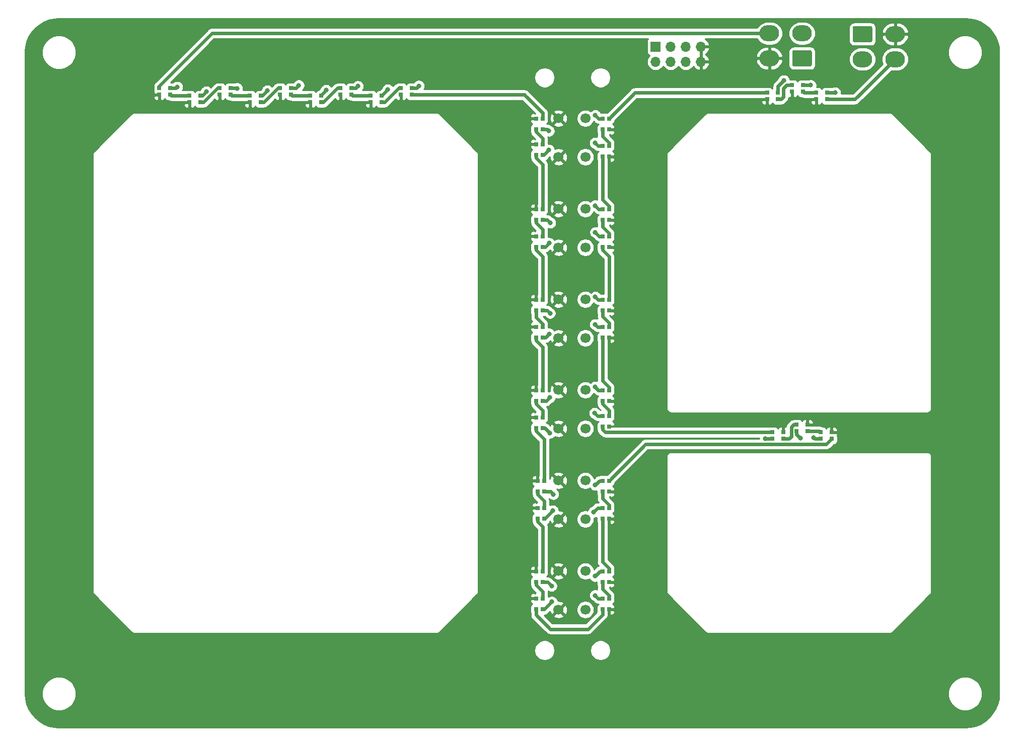
<source format=gbr>
%TF.GenerationSoftware,KiCad,Pcbnew,(5.1.9)-1*%
%TF.CreationDate,2021-09-20T07:58:25-06:00*%
%TF.ProjectId,ifei,69666569-2e6b-4696-9361-645f70636258,rev?*%
%TF.SameCoordinates,Original*%
%TF.FileFunction,Copper,L1,Top*%
%TF.FilePolarity,Positive*%
%FSLAX46Y46*%
G04 Gerber Fmt 4.6, Leading zero omitted, Abs format (unit mm)*
G04 Created by KiCad (PCBNEW (5.1.9)-1) date 2021-09-20 07:58:25*
%MOMM*%
%LPD*%
G01*
G04 APERTURE LIST*
%TA.AperFunction,SMDPad,CuDef*%
%ADD10R,0.700000X0.700000*%
%TD*%
%TA.AperFunction,ComponentPad*%
%ADD11C,1.700000*%
%TD*%
%TA.AperFunction,ComponentPad*%
%ADD12O,1.700000X1.700000*%
%TD*%
%TA.AperFunction,ComponentPad*%
%ADD13R,1.700000X1.700000*%
%TD*%
%TA.AperFunction,ComponentPad*%
%ADD14O,3.300000X2.700000*%
%TD*%
%TA.AperFunction,ViaPad*%
%ADD15C,0.800000*%
%TD*%
%TA.AperFunction,Conductor*%
%ADD16C,0.609600*%
%TD*%
%TA.AperFunction,Conductor*%
%ADD17C,0.254000*%
%TD*%
%TA.AperFunction,Conductor*%
%ADD18C,0.100000*%
%TD*%
G04 APERTURE END LIST*
D10*
%TO.P,D39,4*%
%TO.N,/BL_+5V*%
X92990000Y-44535000D03*
%TO.P,D39,3*%
%TO.N,Net-(D38-Pad1)*%
X92990000Y-45635000D03*
%TO.P,D39,2*%
%TO.N,GND*%
X91160000Y-45635000D03*
%TO.P,D39,1*%
%TO.N,/BL_DOUT*%
X91160000Y-44535000D03*
%TD*%
%TO.P,D38,4*%
%TO.N,/BL_+5V*%
X98070000Y-45805000D03*
%TO.P,D38,3*%
%TO.N,Net-(D37-Pad1)*%
X98070000Y-46905000D03*
%TO.P,D38,2*%
%TO.N,GND*%
X96240000Y-46905000D03*
%TO.P,D38,1*%
%TO.N,Net-(D38-Pad1)*%
X96240000Y-45805000D03*
%TD*%
%TO.P,D37,4*%
%TO.N,/BL_+5V*%
X103150000Y-44535000D03*
%TO.P,D37,3*%
%TO.N,Net-(D36-Pad1)*%
X103150000Y-45635000D03*
%TO.P,D37,2*%
%TO.N,GND*%
X101320000Y-45635000D03*
%TO.P,D37,1*%
%TO.N,Net-(D37-Pad1)*%
X101320000Y-44535000D03*
%TD*%
%TO.P,D36,4*%
%TO.N,/BL_+5V*%
X108230000Y-45805000D03*
%TO.P,D36,3*%
%TO.N,Net-(D35-Pad1)*%
X108230000Y-46905000D03*
%TO.P,D36,2*%
%TO.N,GND*%
X106400000Y-46905000D03*
%TO.P,D36,1*%
%TO.N,Net-(D36-Pad1)*%
X106400000Y-45805000D03*
%TD*%
%TO.P,D35,4*%
%TO.N,/BL_+5V*%
X113310000Y-44535000D03*
%TO.P,D35,3*%
%TO.N,Net-(D34-Pad1)*%
X113310000Y-45635000D03*
%TO.P,D35,2*%
%TO.N,GND*%
X111480000Y-45635000D03*
%TO.P,D35,1*%
%TO.N,Net-(D35-Pad1)*%
X111480000Y-44535000D03*
%TD*%
%TO.P,D34,4*%
%TO.N,/BL_+5V*%
X118390000Y-45805000D03*
%TO.P,D34,3*%
%TO.N,Net-(D33-Pad1)*%
X118390000Y-46905000D03*
%TO.P,D34,2*%
%TO.N,GND*%
X116560000Y-46905000D03*
%TO.P,D34,1*%
%TO.N,Net-(D34-Pad1)*%
X116560000Y-45805000D03*
%TD*%
%TO.P,D33,4*%
%TO.N,/BL_+5V*%
X123470000Y-44535000D03*
%TO.P,D33,3*%
%TO.N,/BL_DATA4*%
X123470000Y-45635000D03*
%TO.P,D33,2*%
%TO.N,GND*%
X121640000Y-45635000D03*
%TO.P,D33,1*%
%TO.N,Net-(D33-Pad1)*%
X121640000Y-44535000D03*
%TD*%
D11*
%TO.P,SW6,1*%
%TO.N,/ET_SW*%
X162814000Y-125793500D03*
%TO.P,SW6,2*%
X162814000Y-132293500D03*
%TO.P,SW6,3*%
%TO.N,GND*%
X158314000Y-125793500D03*
%TO.P,SW6,4*%
X158314000Y-132293500D03*
%TD*%
%TO.P,SW5,1*%
%TO.N,/ZONE_SW*%
X162814000Y-110553500D03*
%TO.P,SW5,2*%
X162814000Y-117053500D03*
%TO.P,SW5,3*%
%TO.N,GND*%
X158314000Y-110553500D03*
%TO.P,SW5,4*%
X158314000Y-117053500D03*
%TD*%
%TO.P,SW4,1*%
%TO.N,/DOWN_SW*%
X162814000Y-95313501D03*
%TO.P,SW4,2*%
X162814000Y-101813501D03*
%TO.P,SW4,3*%
%TO.N,GND*%
X158314000Y-95313501D03*
%TO.P,SW4,4*%
X158314000Y-101813501D03*
%TD*%
%TO.P,SW3,1*%
%TO.N,/UP_SW*%
X162814000Y-80073501D03*
%TO.P,SW3,2*%
X162814000Y-86573501D03*
%TO.P,SW3,3*%
%TO.N,GND*%
X158314000Y-80073501D03*
%TO.P,SW3,4*%
X158314000Y-86573501D03*
%TD*%
%TO.P,SW2,1*%
%TO.N,/QTY_SW*%
X162814000Y-64833501D03*
%TO.P,SW2,2*%
X162814000Y-71333501D03*
%TO.P,SW2,3*%
%TO.N,GND*%
X158314000Y-64833501D03*
%TO.P,SW2,4*%
X158314000Y-71333501D03*
%TD*%
%TO.P,SW1,1*%
%TO.N,/MODE_SW*%
X162814000Y-49593500D03*
%TO.P,SW1,2*%
X162814000Y-56093500D03*
%TO.P,SW1,3*%
%TO.N,GND*%
X158314000Y-49593500D03*
%TO.P,SW1,4*%
X158314000Y-56093500D03*
%TD*%
D12*
%TO.P,J3,8*%
%TO.N,GND*%
X182244999Y-40068500D03*
%TO.P,J3,7*%
X182244999Y-37528500D03*
%TO.P,J3,6*%
%TO.N,/ET_SW*%
X179704999Y-40068500D03*
%TO.P,J3,5*%
%TO.N,/MODE_SW*%
X179704999Y-37528500D03*
%TO.P,J3,4*%
%TO.N,/ZONE_SW*%
X177164999Y-40068500D03*
%TO.P,J3,3*%
%TO.N,/QTY_SW*%
X177164999Y-37528500D03*
%TO.P,J3,2*%
%TO.N,/DOWN_SW*%
X174624999Y-40068500D03*
D13*
%TO.P,J3,1*%
%TO.N,/UP_SW*%
X174624999Y-37528500D03*
%TD*%
D14*
%TO.P,J2,4*%
%TO.N,/BL_DOUT*%
X193763000Y-35297000D03*
%TO.P,J2,3*%
%TO.N,GND*%
X193763000Y-39497000D03*
%TO.P,J2,2*%
%TO.N,/BL_+5V*%
X199263000Y-35297000D03*
%TO.P,J2,1*%
%TA.AperFunction,ComponentPad*%
G36*
G01*
X200662999Y-40847000D02*
X197863001Y-40847000D01*
G75*
G02*
X197613000Y-40596999I0J250001D01*
G01*
X197613000Y-38397001D01*
G75*
G02*
X197863001Y-38147000I250001J0D01*
G01*
X200662999Y-38147000D01*
G75*
G02*
X200913000Y-38397001I0J-250001D01*
G01*
X200913000Y-40596999D01*
G75*
G02*
X200662999Y-40847000I-250001J0D01*
G01*
G37*
%TD.AperFunction*%
%TD*%
%TO.P,J1,4*%
%TO.N,/BL_DIN*%
X214923000Y-39633000D03*
%TO.P,J1,3*%
%TO.N,GND*%
X214923000Y-35433000D03*
%TO.P,J1,2*%
%TO.N,/BL_+5V*%
X209423000Y-39633000D03*
%TO.P,J1,1*%
%TA.AperFunction,ComponentPad*%
G36*
G01*
X208023001Y-34083000D02*
X210822999Y-34083000D01*
G75*
G02*
X211073000Y-34333001I0J-250001D01*
G01*
X211073000Y-36532999D01*
G75*
G02*
X210822999Y-36783000I-250001J0D01*
G01*
X208023001Y-36783000D01*
G75*
G02*
X207773000Y-36532999I0J250001D01*
G01*
X207773000Y-34333001D01*
G75*
G02*
X208023001Y-34083000I250001J0D01*
G01*
G37*
%TD.AperFunction*%
%TD*%
D10*
%TO.P,D32,4*%
%TO.N,/BL_+5V*%
X128550000Y-45805000D03*
%TO.P,D32,3*%
%TO.N,Net-(D31-Pad1)*%
X128550000Y-46905000D03*
%TO.P,D32,2*%
%TO.N,GND*%
X126720000Y-46905000D03*
%TO.P,D32,1*%
%TO.N,/BL_DATA4*%
X126720000Y-45805000D03*
%TD*%
%TO.P,D31,4*%
%TO.N,/BL_+5V*%
X133630000Y-44535000D03*
%TO.P,D31,3*%
%TO.N,Net-(D30-Pad1)*%
X133630000Y-45635000D03*
%TO.P,D31,2*%
%TO.N,GND*%
X131800000Y-45635000D03*
%TO.P,D31,1*%
%TO.N,Net-(D31-Pad1)*%
X131800000Y-44535000D03*
%TD*%
%TO.P,D30,4*%
%TO.N,/BL_+5V*%
X155617000Y-51461000D03*
%TO.P,D30,3*%
%TO.N,Net-(D29-Pad1)*%
X154517000Y-51461000D03*
%TO.P,D30,2*%
%TO.N,GND*%
X154517000Y-49631000D03*
%TO.P,D30,1*%
%TO.N,Net-(D30-Pad1)*%
X155617000Y-49631000D03*
%TD*%
%TO.P,D29,4*%
%TO.N,/BL_+5V*%
X155617000Y-55779000D03*
%TO.P,D29,3*%
%TO.N,Net-(D28-Pad1)*%
X154517000Y-55779000D03*
%TO.P,D29,2*%
%TO.N,GND*%
X154517000Y-53949000D03*
%TO.P,D29,1*%
%TO.N,Net-(D29-Pad1)*%
X155617000Y-53949000D03*
%TD*%
%TO.P,D28,4*%
%TO.N,/BL_+5V*%
X155617000Y-66701000D03*
%TO.P,D28,3*%
%TO.N,Net-(D27-Pad1)*%
X154517000Y-66701000D03*
%TO.P,D28,2*%
%TO.N,GND*%
X154517000Y-64871000D03*
%TO.P,D28,1*%
%TO.N,Net-(D28-Pad1)*%
X155617000Y-64871000D03*
%TD*%
%TO.P,D27,4*%
%TO.N,/BL_+5V*%
X155617000Y-71273000D03*
%TO.P,D27,3*%
%TO.N,Net-(D26-Pad1)*%
X154517000Y-71273000D03*
%TO.P,D27,2*%
%TO.N,GND*%
X154517000Y-69443000D03*
%TO.P,D27,1*%
%TO.N,Net-(D27-Pad1)*%
X155617000Y-69443000D03*
%TD*%
%TO.P,D26,4*%
%TO.N,/BL_+5V*%
X155617000Y-81941000D03*
%TO.P,D26,3*%
%TO.N,Net-(D25-Pad1)*%
X154517000Y-81941000D03*
%TO.P,D26,2*%
%TO.N,GND*%
X154517000Y-80111000D03*
%TO.P,D26,1*%
%TO.N,Net-(D26-Pad1)*%
X155617000Y-80111000D03*
%TD*%
%TO.P,D25,4*%
%TO.N,/BL_+5V*%
X155617000Y-86513000D03*
%TO.P,D25,3*%
%TO.N,/BL_DATA3*%
X154517000Y-86513000D03*
%TO.P,D25,2*%
%TO.N,GND*%
X154517000Y-84683000D03*
%TO.P,D25,1*%
%TO.N,Net-(D25-Pad1)*%
X155617000Y-84683000D03*
%TD*%
%TO.P,D24,4*%
%TO.N,/BL_+5V*%
X155617000Y-97181000D03*
%TO.P,D24,3*%
%TO.N,Net-(D23-Pad1)*%
X154517000Y-97181000D03*
%TO.P,D24,2*%
%TO.N,GND*%
X154517000Y-95351000D03*
%TO.P,D24,1*%
%TO.N,/BL_DATA3*%
X155617000Y-95351000D03*
%TD*%
%TO.P,D23,4*%
%TO.N,/BL_+5V*%
X155617000Y-101753000D03*
%TO.P,D23,3*%
%TO.N,Net-(D22-Pad1)*%
X154517000Y-101753000D03*
%TO.P,D23,2*%
%TO.N,GND*%
X154517000Y-99923000D03*
%TO.P,D23,1*%
%TO.N,Net-(D23-Pad1)*%
X155617000Y-99923000D03*
%TD*%
%TO.P,D22,4*%
%TO.N,/BL_+5V*%
X155871000Y-112421000D03*
%TO.P,D22,3*%
%TO.N,Net-(D21-Pad1)*%
X154771000Y-112421000D03*
%TO.P,D22,2*%
%TO.N,GND*%
X154771000Y-110591000D03*
%TO.P,D22,1*%
%TO.N,Net-(D22-Pad1)*%
X155871000Y-110591000D03*
%TD*%
%TO.P,D21,4*%
%TO.N,/BL_+5V*%
X155871000Y-116993000D03*
%TO.P,D21,3*%
%TO.N,Net-(D20-Pad1)*%
X154771000Y-116993000D03*
%TO.P,D21,2*%
%TO.N,GND*%
X154771000Y-115163000D03*
%TO.P,D21,1*%
%TO.N,Net-(D21-Pad1)*%
X155871000Y-115163000D03*
%TD*%
%TO.P,D20,4*%
%TO.N,/BL_+5V*%
X155617000Y-127661000D03*
%TO.P,D20,3*%
%TO.N,Net-(D19-Pad1)*%
X154517000Y-127661000D03*
%TO.P,D20,2*%
%TO.N,GND*%
X154517000Y-125831000D03*
%TO.P,D20,1*%
%TO.N,Net-(D20-Pad1)*%
X155617000Y-125831000D03*
%TD*%
%TO.P,D19,4*%
%TO.N,/BL_+5V*%
X155617000Y-132233000D03*
%TO.P,D19,3*%
%TO.N,Net-(D18-Pad1)*%
X154517000Y-132233000D03*
%TO.P,D19,2*%
%TO.N,GND*%
X154517000Y-130403000D03*
%TO.P,D19,1*%
%TO.N,Net-(D19-Pad1)*%
X155617000Y-130403000D03*
%TD*%
%TO.P,D18,4*%
%TO.N,/BL_+5V*%
X165693000Y-130403000D03*
%TO.P,D18,3*%
%TO.N,Net-(D17-Pad1)*%
X166793000Y-130403000D03*
%TO.P,D18,2*%
%TO.N,GND*%
X166793000Y-132233000D03*
%TO.P,D18,1*%
%TO.N,Net-(D18-Pad1)*%
X165693000Y-132233000D03*
%TD*%
%TO.P,D17,4*%
%TO.N,/BL_+5V*%
X165693000Y-125831000D03*
%TO.P,D17,3*%
%TO.N,/BL_DATA2*%
X166793000Y-125831000D03*
%TO.P,D17,2*%
%TO.N,GND*%
X166793000Y-127661000D03*
%TO.P,D17,1*%
%TO.N,Net-(D17-Pad1)*%
X165693000Y-127661000D03*
%TD*%
%TO.P,D16,4*%
%TO.N,/BL_+5V*%
X165693000Y-115163000D03*
%TO.P,D16,3*%
%TO.N,Net-(D15-Pad1)*%
X166793000Y-115163000D03*
%TO.P,D16,2*%
%TO.N,GND*%
X166793000Y-116993000D03*
%TO.P,D16,1*%
%TO.N,/BL_DATA2*%
X165693000Y-116993000D03*
%TD*%
%TO.P,D15,4*%
%TO.N,/BL_+5V*%
X165693000Y-110591000D03*
%TO.P,D15,3*%
%TO.N,Net-(D14-Pad1)*%
X166793000Y-110591000D03*
%TO.P,D15,2*%
%TO.N,GND*%
X166793000Y-112421000D03*
%TO.P,D15,1*%
%TO.N,Net-(D15-Pad1)*%
X165693000Y-112421000D03*
%TD*%
%TO.P,D14,4*%
%TO.N,/BL_+5V*%
X202412000Y-103547000D03*
%TO.P,D14,3*%
%TO.N,Net-(D13-Pad1)*%
X202412000Y-102447000D03*
%TO.P,D14,2*%
%TO.N,GND*%
X204242000Y-102447000D03*
%TO.P,D14,1*%
%TO.N,Net-(D14-Pad1)*%
X204242000Y-103547000D03*
%TD*%
%TO.P,D13,4*%
%TO.N,/BL_+5V*%
X198348000Y-102277000D03*
%TO.P,D13,3*%
%TO.N,Net-(D12-Pad1)*%
X198348000Y-101177000D03*
%TO.P,D13,2*%
%TO.N,GND*%
X200178000Y-101177000D03*
%TO.P,D13,1*%
%TO.N,Net-(D13-Pad1)*%
X200178000Y-102277000D03*
%TD*%
%TO.P,D12,4*%
%TO.N,/BL_+5V*%
X194284000Y-103547000D03*
%TO.P,D12,3*%
%TO.N,Net-(D11-Pad1)*%
X194284000Y-102447000D03*
%TO.P,D12,2*%
%TO.N,GND*%
X196114000Y-102447000D03*
%TO.P,D12,1*%
%TO.N,Net-(D12-Pad1)*%
X196114000Y-103547000D03*
%TD*%
%TO.P,D11,4*%
%TO.N,/BL_+5V*%
X165693000Y-99669000D03*
%TO.P,D11,3*%
%TO.N,Net-(D10-Pad1)*%
X166793000Y-99669000D03*
%TO.P,D11,2*%
%TO.N,GND*%
X166793000Y-101499000D03*
%TO.P,D11,1*%
%TO.N,Net-(D11-Pad1)*%
X165693000Y-101499000D03*
%TD*%
%TO.P,D10,4*%
%TO.N,/BL_+5V*%
X165693000Y-95351000D03*
%TO.P,D10,3*%
%TO.N,Net-(D10-Pad3)*%
X166793000Y-95351000D03*
%TO.P,D10,2*%
%TO.N,GND*%
X166793000Y-97181000D03*
%TO.P,D10,1*%
%TO.N,Net-(D10-Pad1)*%
X165693000Y-97181000D03*
%TD*%
%TO.P,D9,4*%
%TO.N,/BL_+5V*%
X165693000Y-84683000D03*
%TO.P,D9,3*%
%TO.N,/BL_DATA1*%
X166793000Y-84683000D03*
%TO.P,D9,2*%
%TO.N,GND*%
X166793000Y-86513000D03*
%TO.P,D9,1*%
%TO.N,Net-(D10-Pad3)*%
X165693000Y-86513000D03*
%TD*%
%TO.P,D8,4*%
%TO.N,/BL_+5V*%
X165693000Y-80111000D03*
%TO.P,D8,3*%
%TO.N,Net-(D7-Pad1)*%
X166793000Y-80111000D03*
%TO.P,D8,2*%
%TO.N,GND*%
X166793000Y-81941000D03*
%TO.P,D8,1*%
%TO.N,/BL_DATA1*%
X165693000Y-81941000D03*
%TD*%
%TO.P,D7,4*%
%TO.N,/BL_+5V*%
X165693000Y-69443000D03*
%TO.P,D7,3*%
%TO.N,Net-(D6-Pad1)*%
X166793000Y-69443000D03*
%TO.P,D7,2*%
%TO.N,GND*%
X166793000Y-71273000D03*
%TO.P,D7,1*%
%TO.N,Net-(D7-Pad1)*%
X165693000Y-71273000D03*
%TD*%
%TO.P,D6,4*%
%TO.N,/BL_+5V*%
X165693000Y-64871000D03*
%TO.P,D6,3*%
%TO.N,Net-(D5-Pad1)*%
X166793000Y-64871000D03*
%TO.P,D6,2*%
%TO.N,GND*%
X166793000Y-66701000D03*
%TO.P,D6,1*%
%TO.N,Net-(D6-Pad1)*%
X165693000Y-66701000D03*
%TD*%
%TO.P,D5,4*%
%TO.N,/BL_+5V*%
X165693000Y-54203000D03*
%TO.P,D5,3*%
%TO.N,Net-(D4-Pad1)*%
X166793000Y-54203000D03*
%TO.P,D5,2*%
%TO.N,GND*%
X166793000Y-56033000D03*
%TO.P,D5,1*%
%TO.N,Net-(D5-Pad1)*%
X165693000Y-56033000D03*
%TD*%
%TO.P,D4,4*%
%TO.N,/BL_+5V*%
X165693000Y-49631000D03*
%TO.P,D4,3*%
%TO.N,Net-(D3-Pad1)*%
X166793000Y-49631000D03*
%TO.P,D4,2*%
%TO.N,GND*%
X166793000Y-51461000D03*
%TO.P,D4,1*%
%TO.N,Net-(D4-Pad1)*%
X165693000Y-51461000D03*
%TD*%
%TO.P,D3,4*%
%TO.N,/BL_+5V*%
X195225000Y-45297000D03*
%TO.P,D3,3*%
%TO.N,Net-(D2-Pad1)*%
X195225000Y-46397000D03*
%TO.P,D3,2*%
%TO.N,GND*%
X193395000Y-46397000D03*
%TO.P,D3,1*%
%TO.N,Net-(D3-Pad1)*%
X193395000Y-45297000D03*
%TD*%
%TO.P,D2,4*%
%TO.N,/BL_+5V*%
X199416000Y-44027000D03*
%TO.P,D2,3*%
%TO.N,Net-(D1-Pad1)*%
X199416000Y-45127000D03*
%TO.P,D2,2*%
%TO.N,GND*%
X197586000Y-45127000D03*
%TO.P,D2,1*%
%TO.N,Net-(D2-Pad1)*%
X197586000Y-44027000D03*
%TD*%
%TO.P,D1,4*%
%TO.N,/BL_+5V*%
X203480000Y-45297000D03*
%TO.P,D1,3*%
%TO.N,/BL_DIN*%
X203480000Y-46397000D03*
%TO.P,D1,2*%
%TO.N,GND*%
X201650000Y-46397000D03*
%TO.P,D1,1*%
%TO.N,Net-(D1-Pad1)*%
X201650000Y-45297000D03*
%TD*%
D15*
%TO.N,/BL_+5V*%
X134803999Y-44113501D03*
X129583999Y-44753501D03*
X124563999Y-44183501D03*
X119233999Y-44843501D03*
X114613999Y-44043501D03*
X109333999Y-44933501D03*
X104253999Y-44543501D03*
X99073999Y-45103501D03*
X94193999Y-44303501D03*
X156703999Y-51715501D03*
X156693999Y-54905501D03*
X164443999Y-53725501D03*
X164483999Y-49075501D03*
X164493999Y-68785501D03*
X164453999Y-64265501D03*
X156923999Y-67175501D03*
X156733999Y-70595501D03*
X164493999Y-79645501D03*
X164473999Y-84275501D03*
X156743999Y-85865501D03*
X156883999Y-82395501D03*
X156813999Y-96595501D03*
X164443999Y-94795501D03*
X164383999Y-99195501D03*
X164473999Y-111315501D03*
X164213999Y-115845501D03*
X157343999Y-115625501D03*
X157433999Y-112865501D03*
X164433999Y-126655501D03*
X164453999Y-129885501D03*
X157133999Y-128295501D03*
X157173999Y-130975501D03*
X193063999Y-103545501D03*
X198963999Y-103435501D03*
X201193999Y-103305501D03*
X196183999Y-43215501D03*
X200723999Y-44025501D03*
X204833999Y-45275501D03*
X156844999Y-102552500D03*
%TD*%
D16*
%TO.N,/BL_+5V*%
X134382500Y-44535000D02*
X134803999Y-44113501D01*
X133630000Y-44535000D02*
X134382500Y-44535000D01*
X128550000Y-45787500D02*
X129583999Y-44753501D01*
X128550000Y-45805000D02*
X128550000Y-45787500D01*
X124212500Y-44535000D02*
X124563999Y-44183501D01*
X123470000Y-44535000D02*
X124212500Y-44535000D01*
X118390000Y-45687500D02*
X119233999Y-44843501D01*
X118390000Y-45805000D02*
X118390000Y-45687500D01*
X114122500Y-44535000D02*
X114613999Y-44043501D01*
X113310000Y-44535000D02*
X114122500Y-44535000D01*
X108462500Y-45805000D02*
X109333999Y-44933501D01*
X108230000Y-45805000D02*
X108462500Y-45805000D01*
X104245498Y-44535000D02*
X104253999Y-44543501D01*
X103150000Y-44535000D02*
X104245498Y-44535000D01*
X98372500Y-45805000D02*
X99073999Y-45103501D01*
X98070000Y-45805000D02*
X98372500Y-45805000D01*
X93962500Y-44535000D02*
X94193999Y-44303501D01*
X92990000Y-44535000D02*
X93962500Y-44535000D01*
X156449498Y-51461000D02*
X156703999Y-51715501D01*
X155617000Y-51461000D02*
X156449498Y-51461000D01*
X155820500Y-55779000D02*
X156693999Y-54905501D01*
X155617000Y-55779000D02*
X155820500Y-55779000D01*
X164921498Y-54203000D02*
X164443999Y-53725501D01*
X165693000Y-54203000D02*
X164921498Y-54203000D01*
X165039498Y-49631000D02*
X164483999Y-49075501D01*
X165693000Y-49631000D02*
X165039498Y-49631000D01*
X165151498Y-69443000D02*
X164493999Y-68785501D01*
X165693000Y-69443000D02*
X165151498Y-69443000D01*
X165059498Y-64871000D02*
X164453999Y-64265501D01*
X165693000Y-64871000D02*
X165059498Y-64871000D01*
X156449498Y-66701000D02*
X156923999Y-67175501D01*
X155617000Y-66701000D02*
X156449498Y-66701000D01*
X156056500Y-71273000D02*
X156733999Y-70595501D01*
X155617000Y-71273000D02*
X156056500Y-71273000D01*
X164959498Y-80111000D02*
X164493999Y-79645501D01*
X165693000Y-80111000D02*
X164959498Y-80111000D01*
X164881498Y-84683000D02*
X164473999Y-84275501D01*
X165693000Y-84683000D02*
X164881498Y-84683000D01*
X156096500Y-86513000D02*
X156743999Y-85865501D01*
X155617000Y-86513000D02*
X156096500Y-86513000D01*
X156429498Y-81941000D02*
X156883999Y-82395501D01*
X155617000Y-81941000D02*
X156429498Y-81941000D01*
X156228500Y-97181000D02*
X156813999Y-96595501D01*
X155617000Y-97181000D02*
X156228500Y-97181000D01*
X164999498Y-95351000D02*
X164443999Y-94795501D01*
X165693000Y-95351000D02*
X164999498Y-95351000D01*
X164857498Y-99669000D02*
X164383999Y-99195501D01*
X165693000Y-99669000D02*
X164857498Y-99669000D01*
X165198500Y-110591000D02*
X164473999Y-111315501D01*
X165693000Y-110591000D02*
X165198500Y-110591000D01*
X164896500Y-115163000D02*
X164213999Y-115845501D01*
X165693000Y-115163000D02*
X164896500Y-115163000D01*
X155976500Y-116993000D02*
X157343999Y-115625501D01*
X155871000Y-116993000D02*
X155976500Y-116993000D01*
X156989498Y-112421000D02*
X157433999Y-112865501D01*
X155871000Y-112421000D02*
X156989498Y-112421000D01*
X165258500Y-125831000D02*
X164433999Y-126655501D01*
X165693000Y-125831000D02*
X165258500Y-125831000D01*
X164971498Y-130403000D02*
X164453999Y-129885501D01*
X165693000Y-130403000D02*
X164971498Y-130403000D01*
X156499498Y-127661000D02*
X157133999Y-128295501D01*
X155617000Y-127661000D02*
X156499498Y-127661000D01*
X155916500Y-132233000D02*
X157173999Y-130975501D01*
X155617000Y-132233000D02*
X155916500Y-132233000D01*
X193065498Y-103547000D02*
X193063999Y-103545501D01*
X194284000Y-103547000D02*
X193065498Y-103547000D01*
X198348000Y-102819502D02*
X198963999Y-103435501D01*
X198348000Y-102277000D02*
X198348000Y-102819502D01*
X201435498Y-103547000D02*
X201193999Y-103305501D01*
X202412000Y-103547000D02*
X201435498Y-103547000D01*
X195225000Y-44174500D02*
X196183999Y-43215501D01*
X195225000Y-45297000D02*
X195225000Y-44174500D01*
X200722500Y-44027000D02*
X200723999Y-44025501D01*
X199416000Y-44027000D02*
X200722500Y-44027000D01*
X204812500Y-45297000D02*
X204833999Y-45275501D01*
X203480000Y-45297000D02*
X204812500Y-45297000D01*
X156045499Y-101753000D02*
X156844999Y-102552500D01*
X155617000Y-101753000D02*
X156045499Y-101753000D01*
%TO.N,/BL_DIN*%
X208159000Y-46397000D02*
X203480000Y-46397000D01*
X214923000Y-39633000D02*
X208159000Y-46397000D01*
%TO.N,Net-(D2-Pad1)*%
X195733642Y-46397000D02*
X195225000Y-46397000D01*
X196079801Y-46050841D02*
X195733642Y-46397000D01*
X196079801Y-44573599D02*
X196079801Y-46050841D01*
X196626400Y-44027000D02*
X196079801Y-44573599D01*
X197586000Y-44027000D02*
X196626400Y-44027000D01*
%TO.N,Net-(D3-Pad1)*%
X171127000Y-45297000D02*
X166793000Y-49631000D01*
X193395000Y-45297000D02*
X171127000Y-45297000D01*
%TO.N,Net-(D4-Pad1)*%
X166793000Y-53694358D02*
X166793000Y-54203000D01*
X165693000Y-52594358D02*
X166793000Y-53694358D01*
X165693000Y-51461000D02*
X165693000Y-52594358D01*
%TO.N,Net-(D5-Pad1)*%
X166793000Y-64362358D02*
X166793000Y-64871000D01*
X165693000Y-63262358D02*
X166793000Y-64362358D01*
X165693000Y-56033000D02*
X165693000Y-63262358D01*
%TO.N,Net-(D6-Pad1)*%
X166793000Y-68934358D02*
X166793000Y-69443000D01*
X165693000Y-67834358D02*
X166793000Y-68934358D01*
X165693000Y-66701000D02*
X165693000Y-67834358D01*
%TO.N,Net-(D7-Pad1)*%
X166793000Y-72881642D02*
X166793000Y-80111000D01*
X165693000Y-71781642D02*
X166793000Y-72881642D01*
X165693000Y-71273000D02*
X165693000Y-71781642D01*
%TO.N,/BL_DATA1*%
X165693000Y-82900600D02*
X166793000Y-84000600D01*
X166793000Y-84000600D02*
X166793000Y-84683000D01*
X165693000Y-81941000D02*
X165693000Y-82900600D01*
%TO.N,Net-(D10-Pad1)*%
X166793000Y-98789642D02*
X166793000Y-99669000D01*
X165693000Y-97689642D02*
X166793000Y-98789642D01*
X165693000Y-97181000D02*
X165693000Y-97689642D01*
%TO.N,Net-(D11-Pad1)*%
X166132358Y-102447000D02*
X194284000Y-102447000D01*
X165693000Y-102007642D02*
X166132358Y-102447000D01*
X165693000Y-101499000D02*
X165693000Y-102007642D01*
%TO.N,Net-(D12-Pad1)*%
X197839358Y-101177000D02*
X198348000Y-101177000D01*
X197493199Y-101523159D02*
X197839358Y-101177000D01*
X197493199Y-103127401D02*
X197493199Y-101523159D01*
X197073600Y-103547000D02*
X197493199Y-103127401D01*
X196114000Y-103547000D02*
X197073600Y-103547000D01*
%TO.N,Net-(D13-Pad1)*%
X202242000Y-102277000D02*
X202412000Y-102447000D01*
X200178000Y-102277000D02*
X202242000Y-102277000D01*
%TO.N,Net-(D14-Pad1)*%
X204242000Y-103547000D02*
X203338697Y-104450303D01*
X203338697Y-104450303D02*
X172933697Y-104450303D01*
X172933697Y-104450303D02*
X166793000Y-110591000D01*
%TO.N,Net-(D15-Pad1)*%
X166793000Y-114654358D02*
X166793000Y-115163000D01*
X165693000Y-113554358D02*
X166793000Y-114654358D01*
X165693000Y-112421000D02*
X165693000Y-113554358D01*
%TO.N,/BL_DATA2*%
X166793000Y-125322358D02*
X166793000Y-125831000D01*
X165693000Y-124222358D02*
X166793000Y-125322358D01*
X165693000Y-116993000D02*
X165693000Y-124222358D01*
%TO.N,Net-(D18-Pad1)*%
X165693000Y-132233000D02*
X165693000Y-133116500D01*
X165693000Y-133116500D02*
X163253999Y-135555501D01*
X163253999Y-135555501D02*
X156903999Y-135555501D01*
X154517000Y-133168502D02*
X154517000Y-132233000D01*
X156903999Y-135555501D02*
X154517000Y-133168502D01*
%TO.N,Net-(D19-Pad1)*%
X154517000Y-128169642D02*
X154517000Y-127661000D01*
X155617000Y-129269642D02*
X154517000Y-128169642D01*
X155617000Y-130403000D02*
X155617000Y-129269642D01*
%TO.N,Net-(D20-Pad1)*%
X154771000Y-117501642D02*
X154771000Y-116993000D01*
X155617000Y-118347642D02*
X154771000Y-117501642D01*
X155617000Y-125831000D02*
X155617000Y-118347642D01*
%TO.N,Net-(D21-Pad1)*%
X154771000Y-112929642D02*
X154771000Y-112421000D01*
X155871000Y-114029642D02*
X154771000Y-112929642D01*
X155871000Y-115163000D02*
X155871000Y-114029642D01*
%TO.N,Net-(D22-Pad1)*%
X154517000Y-102261642D02*
X154517000Y-101753000D01*
X155871000Y-103615642D02*
X154517000Y-102261642D01*
X155871000Y-110591000D02*
X155871000Y-103615642D01*
%TO.N,Net-(D23-Pad1)*%
X154517000Y-97689642D02*
X154517000Y-97181000D01*
X155617000Y-98789642D02*
X154517000Y-97689642D01*
X155617000Y-99923000D02*
X155617000Y-98789642D01*
%TO.N,/BL_DATA3*%
X154517000Y-87021642D02*
X154517000Y-86513000D01*
X155617000Y-88121642D02*
X154517000Y-87021642D01*
X155617000Y-95351000D02*
X155617000Y-88121642D01*
%TO.N,Net-(D26-Pad1)*%
X154517000Y-71781642D02*
X154517000Y-71273000D01*
X155617000Y-72881642D02*
X154517000Y-71781642D01*
X155617000Y-80111000D02*
X155617000Y-72881642D01*
%TO.N,Net-(D27-Pad1)*%
X154517000Y-67209642D02*
X154517000Y-66701000D01*
X155617000Y-68309642D02*
X154517000Y-67209642D01*
X155617000Y-69443000D02*
X155617000Y-68309642D01*
%TO.N,Net-(D28-Pad1)*%
X154517000Y-56287642D02*
X154517000Y-55779000D01*
X155617000Y-57387642D02*
X154517000Y-56287642D01*
X155617000Y-64871000D02*
X155617000Y-57387642D01*
%TO.N,Net-(D29-Pad1)*%
X154517000Y-51889400D02*
X154517000Y-51461000D01*
X155617000Y-52989400D02*
X154517000Y-51889400D01*
X155617000Y-53949000D02*
X155617000Y-52989400D01*
%TO.N,Net-(D30-Pad1)*%
X155617000Y-49631000D02*
X155617000Y-48671400D01*
X152580601Y-45635000D02*
X152691550Y-45745949D01*
X133630000Y-45635000D02*
X152580601Y-45635000D01*
X155617000Y-48671400D02*
X152691550Y-45745949D01*
%TO.N,Net-(D31-Pad1)*%
X129058642Y-46905000D02*
X128550000Y-46905000D01*
X131428642Y-44535000D02*
X129058642Y-46905000D01*
X131800000Y-44535000D02*
X131428642Y-44535000D01*
%TO.N,/BL_DOUT*%
X100012500Y-35297000D02*
X193763000Y-35297000D01*
X91160000Y-44149500D02*
X100012500Y-35297000D01*
X91160000Y-44535000D02*
X91160000Y-44149500D01*
%TO.N,Net-(D1-Pad1)*%
X199586000Y-45297000D02*
X199416000Y-45127000D01*
X201650000Y-45297000D02*
X199586000Y-45297000D01*
%TO.N,Net-(D10-Pad3)*%
X166793000Y-94842358D02*
X166793000Y-95351000D01*
X165693000Y-93742358D02*
X166793000Y-94842358D01*
X165693000Y-86513000D02*
X165693000Y-93742358D01*
%TO.N,Net-(D17-Pad1)*%
X166793000Y-129894358D02*
X166793000Y-130403000D01*
X165693000Y-128794358D02*
X166793000Y-129894358D01*
X165693000Y-127661000D02*
X165693000Y-128794358D01*
%TO.N,Net-(D25-Pad1)*%
X154517000Y-83074358D02*
X154517000Y-81941000D01*
X155617000Y-84174358D02*
X154517000Y-83074358D01*
X155617000Y-84683000D02*
X155617000Y-84174358D01*
%TO.N,/BL_DATA4*%
X123640000Y-45805000D02*
X123470000Y-45635000D01*
X126720000Y-45805000D02*
X123640000Y-45805000D01*
%TO.N,Net-(D33-Pad1)*%
X118761358Y-46905000D02*
X118390000Y-46905000D01*
X121131358Y-44535000D02*
X118761358Y-46905000D01*
X121640000Y-44535000D02*
X121131358Y-44535000D01*
%TO.N,Net-(D34-Pad1)*%
X113480000Y-45805000D02*
X113310000Y-45635000D01*
X116560000Y-45805000D02*
X113480000Y-45805000D01*
%TO.N,Net-(D35-Pad1)*%
X108738642Y-46905000D02*
X108230000Y-46905000D01*
X111108642Y-44535000D02*
X108738642Y-46905000D01*
X111480000Y-44535000D02*
X111108642Y-44535000D01*
%TO.N,Net-(D36-Pad1)*%
X103320000Y-45805000D02*
X103150000Y-45635000D01*
X106400000Y-45805000D02*
X103320000Y-45805000D01*
%TO.N,Net-(D37-Pad1)*%
X101320000Y-44535000D02*
X100981608Y-44535000D01*
X98611608Y-46905000D02*
X98070000Y-46905000D01*
X100981608Y-44535000D02*
X98611608Y-46905000D01*
%TO.N,Net-(D38-Pad1)*%
X93160000Y-45805000D02*
X92990000Y-45635000D01*
X96240000Y-45805000D02*
X93160000Y-45805000D01*
%TD*%
D17*
%TO.N,GND*%
X227584791Y-32863068D02*
X228452678Y-33071430D01*
X229277275Y-33412989D01*
X230038299Y-33879345D01*
X230716994Y-34459006D01*
X231296655Y-35137701D01*
X231763009Y-35898720D01*
X232104570Y-36723322D01*
X232312931Y-37591207D01*
X232385000Y-38506926D01*
X232385001Y-146405061D01*
X232312931Y-147320793D01*
X232104570Y-148188678D01*
X231763009Y-149013280D01*
X231296655Y-149774299D01*
X230716994Y-150452994D01*
X230038299Y-151032655D01*
X229277275Y-151499011D01*
X228452678Y-151840570D01*
X227584791Y-152048932D01*
X226669074Y-152121000D01*
X74320926Y-152121000D01*
X73405207Y-152048931D01*
X72537322Y-151840570D01*
X71712720Y-151499009D01*
X70951701Y-151032655D01*
X70273006Y-150452994D01*
X69693345Y-149774299D01*
X69226989Y-149013275D01*
X68885430Y-148188678D01*
X68677068Y-147320791D01*
X68605000Y-146405074D01*
X68605000Y-146146852D01*
X71410000Y-146146852D01*
X71410000Y-146715148D01*
X71520869Y-147272523D01*
X71738346Y-147797560D01*
X72054074Y-148270080D01*
X72455920Y-148671926D01*
X72928440Y-148987654D01*
X73453477Y-149205131D01*
X74010852Y-149316000D01*
X74579148Y-149316000D01*
X75136523Y-149205131D01*
X75661560Y-148987654D01*
X76134080Y-148671926D01*
X76535926Y-148270080D01*
X76851654Y-147797560D01*
X77069131Y-147272523D01*
X77180000Y-146715148D01*
X77180000Y-146146852D01*
X223810000Y-146146852D01*
X223810000Y-146715148D01*
X223920869Y-147272523D01*
X224138346Y-147797560D01*
X224454074Y-148270080D01*
X224855920Y-148671926D01*
X225328440Y-148987654D01*
X225853477Y-149205131D01*
X226410852Y-149316000D01*
X226979148Y-149316000D01*
X227536523Y-149205131D01*
X228061560Y-148987654D01*
X228534080Y-148671926D01*
X228935926Y-148270080D01*
X229251654Y-147797560D01*
X229469131Y-147272523D01*
X229580000Y-146715148D01*
X229580000Y-146146852D01*
X229469131Y-145589477D01*
X229251654Y-145064440D01*
X228935926Y-144591920D01*
X228534080Y-144190074D01*
X228061560Y-143874346D01*
X227536523Y-143656869D01*
X226979148Y-143546000D01*
X226410852Y-143546000D01*
X225853477Y-143656869D01*
X225328440Y-143874346D01*
X224855920Y-144190074D01*
X224454074Y-144591920D01*
X224138346Y-145064440D01*
X223920869Y-145589477D01*
X223810000Y-146146852D01*
X77180000Y-146146852D01*
X77069131Y-145589477D01*
X76851654Y-145064440D01*
X76535926Y-144591920D01*
X76134080Y-144190074D01*
X75661560Y-143874346D01*
X75136523Y-143656869D01*
X74579148Y-143546000D01*
X74010852Y-143546000D01*
X73453477Y-143656869D01*
X72928440Y-143874346D01*
X72455920Y-144190074D01*
X72054074Y-144591920D01*
X71738346Y-145064440D01*
X71520869Y-145589477D01*
X71410000Y-146146852D01*
X68605000Y-146146852D01*
X68605000Y-138957618D01*
X154221000Y-138957618D01*
X154221000Y-139299384D01*
X154287675Y-139634582D01*
X154418463Y-139950332D01*
X154608337Y-140234499D01*
X154850002Y-140476164D01*
X155134169Y-140666038D01*
X155449919Y-140796826D01*
X155785117Y-140863501D01*
X156126883Y-140863501D01*
X156462081Y-140796826D01*
X156777831Y-140666038D01*
X157061998Y-140476164D01*
X157303663Y-140234499D01*
X157493537Y-139950332D01*
X157624325Y-139634582D01*
X157691000Y-139299384D01*
X157691000Y-138957618D01*
X163618999Y-138957618D01*
X163618999Y-139299384D01*
X163685674Y-139634582D01*
X163816462Y-139950332D01*
X164006336Y-140234499D01*
X164248001Y-140476164D01*
X164532168Y-140666038D01*
X164847918Y-140796826D01*
X165183116Y-140863501D01*
X165524882Y-140863501D01*
X165860080Y-140796826D01*
X166175830Y-140666038D01*
X166459997Y-140476164D01*
X166701662Y-140234499D01*
X166891536Y-139950332D01*
X167022324Y-139634582D01*
X167088999Y-139299384D01*
X167088999Y-138957618D01*
X167022324Y-138622420D01*
X166891536Y-138306670D01*
X166701662Y-138022503D01*
X166459997Y-137780838D01*
X166175830Y-137590964D01*
X165860080Y-137460176D01*
X165524882Y-137393501D01*
X165183116Y-137393501D01*
X164847918Y-137460176D01*
X164532168Y-137590964D01*
X164248001Y-137780838D01*
X164006336Y-138022503D01*
X163816462Y-138306670D01*
X163685674Y-138622420D01*
X163618999Y-138957618D01*
X157691000Y-138957618D01*
X157624325Y-138622420D01*
X157493537Y-138306670D01*
X157303663Y-138022503D01*
X157061998Y-137780838D01*
X156777831Y-137590964D01*
X156462081Y-137460176D01*
X156126883Y-137393501D01*
X155785117Y-137393501D01*
X155449919Y-137460176D01*
X155134169Y-137590964D01*
X154850002Y-137780838D01*
X154608337Y-138022503D01*
X154418463Y-138306670D01*
X154287675Y-138622420D01*
X154221000Y-138957618D01*
X68605000Y-138957618D01*
X68605000Y-55626000D01*
X79981808Y-55626000D01*
X79985001Y-55658419D01*
X79985000Y-129253591D01*
X79981808Y-129286000D01*
X79985000Y-129318409D01*
X79985000Y-129318418D01*
X79994550Y-129415382D01*
X80032290Y-129539792D01*
X80093575Y-129654449D01*
X80176052Y-129754948D01*
X80201236Y-129775616D01*
X86505387Y-136079769D01*
X86526051Y-136104948D01*
X86626549Y-136187425D01*
X86741206Y-136248710D01*
X86865616Y-136286450D01*
X86962580Y-136296000D01*
X86962589Y-136296000D01*
X86994998Y-136299192D01*
X87027407Y-136296000D01*
X137762591Y-136296000D01*
X137795000Y-136299192D01*
X137827409Y-136296000D01*
X137827419Y-136296000D01*
X137924383Y-136286450D01*
X138048793Y-136248710D01*
X138163450Y-136187425D01*
X138263948Y-136104948D01*
X138284616Y-136079764D01*
X144588768Y-129775612D01*
X144613947Y-129754948D01*
X144634614Y-129729766D01*
X144696423Y-129654451D01*
X144696424Y-129654450D01*
X144757709Y-129539793D01*
X144795449Y-129415383D01*
X144804999Y-129318419D01*
X144804999Y-129318410D01*
X144808191Y-129286001D01*
X144804999Y-129253592D01*
X144804999Y-125481000D01*
X153528928Y-125481000D01*
X153532000Y-125545250D01*
X153690750Y-125704000D01*
X154390000Y-125704000D01*
X154390000Y-125004750D01*
X154231250Y-124846000D01*
X154167000Y-124842928D01*
X154042518Y-124855188D01*
X153922820Y-124891498D01*
X153812506Y-124950463D01*
X153715815Y-125029815D01*
X153636463Y-125126506D01*
X153577498Y-125236820D01*
X153541188Y-125356518D01*
X153528928Y-125481000D01*
X144804999Y-125481000D01*
X144804999Y-110241000D01*
X153782928Y-110241000D01*
X153786000Y-110305250D01*
X153944750Y-110464000D01*
X154644000Y-110464000D01*
X154644000Y-109764750D01*
X154485250Y-109606000D01*
X154421000Y-109602928D01*
X154296518Y-109615188D01*
X154176820Y-109651498D01*
X154066506Y-109710463D01*
X153969815Y-109789815D01*
X153890463Y-109886506D01*
X153831498Y-109996820D01*
X153795188Y-110116518D01*
X153782928Y-110241000D01*
X144804999Y-110241000D01*
X144804999Y-95001000D01*
X153528928Y-95001000D01*
X153532000Y-95065250D01*
X153690750Y-95224000D01*
X154390000Y-95224000D01*
X154390000Y-94524750D01*
X154231250Y-94366000D01*
X154167000Y-94362928D01*
X154042518Y-94375188D01*
X153922820Y-94411498D01*
X153812506Y-94470463D01*
X153715815Y-94549815D01*
X153636463Y-94646506D01*
X153577498Y-94756820D01*
X153541188Y-94876518D01*
X153528928Y-95001000D01*
X144804999Y-95001000D01*
X144804999Y-79761000D01*
X153528928Y-79761000D01*
X153532000Y-79825250D01*
X153690750Y-79984000D01*
X154390000Y-79984000D01*
X154390000Y-79284750D01*
X154231250Y-79126000D01*
X154167000Y-79122928D01*
X154042518Y-79135188D01*
X153922820Y-79171498D01*
X153812506Y-79230463D01*
X153715815Y-79309815D01*
X153636463Y-79406506D01*
X153577498Y-79516820D01*
X153541188Y-79636518D01*
X153528928Y-79761000D01*
X144804999Y-79761000D01*
X144804999Y-64521000D01*
X153528928Y-64521000D01*
X153532000Y-64585250D01*
X153690750Y-64744000D01*
X154390000Y-64744000D01*
X154390000Y-64044750D01*
X154231250Y-63886000D01*
X154167000Y-63882928D01*
X154042518Y-63895188D01*
X153922820Y-63931498D01*
X153812506Y-63990463D01*
X153715815Y-64069815D01*
X153636463Y-64166506D01*
X153577498Y-64276820D01*
X153541188Y-64396518D01*
X153528928Y-64521000D01*
X144804999Y-64521000D01*
X144804999Y-55658408D01*
X144808191Y-55625999D01*
X144804999Y-55593590D01*
X144804999Y-55593581D01*
X144795449Y-55496617D01*
X144757709Y-55372207D01*
X144696424Y-55257550D01*
X144636736Y-55184820D01*
X144634612Y-55182232D01*
X144634611Y-55182231D01*
X144613947Y-55157052D01*
X144588769Y-55136389D01*
X138284616Y-48832236D01*
X138263948Y-48807052D01*
X138163450Y-48724575D01*
X138048793Y-48663290D01*
X137924383Y-48625550D01*
X137827419Y-48616000D01*
X137827409Y-48616000D01*
X137795000Y-48612808D01*
X137762591Y-48616000D01*
X87027407Y-48616000D01*
X86994998Y-48612808D01*
X86962589Y-48616000D01*
X86962580Y-48616000D01*
X86865616Y-48625550D01*
X86741206Y-48663290D01*
X86626549Y-48724575D01*
X86626547Y-48724576D01*
X86626548Y-48724576D01*
X86566809Y-48773603D01*
X86526051Y-48807052D01*
X86505387Y-48832231D01*
X80201232Y-55136388D01*
X80176053Y-55157052D01*
X80155389Y-55182231D01*
X80155386Y-55182234D01*
X80093575Y-55257551D01*
X80032290Y-55372208D01*
X80014713Y-55430153D01*
X79994552Y-55496616D01*
X79994551Y-55496618D01*
X79981808Y-55626000D01*
X68605000Y-55626000D01*
X68605000Y-47255000D01*
X95251928Y-47255000D01*
X95264188Y-47379482D01*
X95300498Y-47499180D01*
X95359463Y-47609494D01*
X95438815Y-47706185D01*
X95535506Y-47785537D01*
X95645820Y-47844502D01*
X95765518Y-47880812D01*
X95890000Y-47893072D01*
X95954250Y-47890000D01*
X96113000Y-47731250D01*
X96113000Y-47032000D01*
X95413750Y-47032000D01*
X95255000Y-47190750D01*
X95251928Y-47255000D01*
X68605000Y-47255000D01*
X68605000Y-45985000D01*
X90171928Y-45985000D01*
X90184188Y-46109482D01*
X90220498Y-46229180D01*
X90279463Y-46339494D01*
X90358815Y-46436185D01*
X90455506Y-46515537D01*
X90565820Y-46574502D01*
X90685518Y-46610812D01*
X90810000Y-46623072D01*
X90874250Y-46620000D01*
X91033000Y-46461250D01*
X91033000Y-45762000D01*
X90333750Y-45762000D01*
X90175000Y-45920750D01*
X90171928Y-45985000D01*
X68605000Y-45985000D01*
X68605000Y-44185000D01*
X90171928Y-44185000D01*
X90171928Y-44885000D01*
X90184188Y-45009482D01*
X90207096Y-45085000D01*
X90184188Y-45160518D01*
X90171928Y-45285000D01*
X90175000Y-45349250D01*
X90333750Y-45508000D01*
X90676248Y-45508000D01*
X90685518Y-45510812D01*
X90810000Y-45523072D01*
X91307000Y-45523072D01*
X91307000Y-45762000D01*
X91287000Y-45762000D01*
X91287000Y-46461250D01*
X91445750Y-46620000D01*
X91510000Y-46623072D01*
X91634482Y-46610812D01*
X91754180Y-46574502D01*
X91864494Y-46515537D01*
X91961185Y-46436185D01*
X92040537Y-46339494D01*
X92075000Y-46275019D01*
X92109463Y-46339494D01*
X92188815Y-46436185D01*
X92285506Y-46515537D01*
X92395820Y-46574502D01*
X92515518Y-46610812D01*
X92640000Y-46623072D01*
X92696856Y-46623072D01*
X92798614Y-46677463D01*
X92975767Y-46731202D01*
X93113833Y-46744800D01*
X93113842Y-46744800D01*
X93159999Y-46749346D01*
X93206156Y-46744800D01*
X95380550Y-46744800D01*
X95413750Y-46778000D01*
X95756248Y-46778000D01*
X95765518Y-46780812D01*
X95890000Y-46793072D01*
X96387000Y-46793072D01*
X96387000Y-47032000D01*
X96367000Y-47032000D01*
X96367000Y-47731250D01*
X96525750Y-47890000D01*
X96590000Y-47893072D01*
X96714482Y-47880812D01*
X96834180Y-47844502D01*
X96944494Y-47785537D01*
X97041185Y-47706185D01*
X97120537Y-47609494D01*
X97155000Y-47545019D01*
X97189463Y-47609494D01*
X97268815Y-47706185D01*
X97365506Y-47785537D01*
X97475820Y-47844502D01*
X97595518Y-47880812D01*
X97720000Y-47893072D01*
X98420000Y-47893072D01*
X98544482Y-47880812D01*
X98664180Y-47844502D01*
X98664943Y-47844094D01*
X98795841Y-47831202D01*
X98972994Y-47777463D01*
X99136259Y-47690196D01*
X99279362Y-47572754D01*
X99308799Y-47536885D01*
X99590684Y-47255000D01*
X105411928Y-47255000D01*
X105424188Y-47379482D01*
X105460498Y-47499180D01*
X105519463Y-47609494D01*
X105598815Y-47706185D01*
X105695506Y-47785537D01*
X105805820Y-47844502D01*
X105925518Y-47880812D01*
X106050000Y-47893072D01*
X106114250Y-47890000D01*
X106273000Y-47731250D01*
X106273000Y-47032000D01*
X105573750Y-47032000D01*
X105415000Y-47190750D01*
X105411928Y-47255000D01*
X99590684Y-47255000D01*
X100469541Y-46376144D01*
X100518815Y-46436185D01*
X100615506Y-46515537D01*
X100725820Y-46574502D01*
X100845518Y-46610812D01*
X100970000Y-46623072D01*
X101034250Y-46620000D01*
X101193000Y-46461250D01*
X101193000Y-45762000D01*
X101173000Y-45762000D01*
X101173000Y-45672686D01*
X101322614Y-45523072D01*
X101467000Y-45523072D01*
X101467000Y-45762000D01*
X101447000Y-45762000D01*
X101447000Y-46461250D01*
X101605750Y-46620000D01*
X101670000Y-46623072D01*
X101794482Y-46610812D01*
X101914180Y-46574502D01*
X102024494Y-46515537D01*
X102121185Y-46436185D01*
X102200537Y-46339494D01*
X102235000Y-46275019D01*
X102269463Y-46339494D01*
X102348815Y-46436185D01*
X102445506Y-46515537D01*
X102555820Y-46574502D01*
X102675518Y-46610812D01*
X102800000Y-46623072D01*
X102856856Y-46623072D01*
X102958614Y-46677463D01*
X103135767Y-46731202D01*
X103273833Y-46744800D01*
X103273842Y-46744800D01*
X103319999Y-46749346D01*
X103366156Y-46744800D01*
X105540550Y-46744800D01*
X105573750Y-46778000D01*
X105916248Y-46778000D01*
X105925518Y-46780812D01*
X106050000Y-46793072D01*
X106547000Y-46793072D01*
X106547000Y-47032000D01*
X106527000Y-47032000D01*
X106527000Y-47731250D01*
X106685750Y-47890000D01*
X106750000Y-47893072D01*
X106874482Y-47880812D01*
X106994180Y-47844502D01*
X107104494Y-47785537D01*
X107201185Y-47706185D01*
X107280537Y-47609494D01*
X107315000Y-47545019D01*
X107349463Y-47609494D01*
X107428815Y-47706185D01*
X107525506Y-47785537D01*
X107635820Y-47844502D01*
X107755518Y-47880812D01*
X107880000Y-47893072D01*
X108580000Y-47893072D01*
X108704482Y-47880812D01*
X108824180Y-47844502D01*
X108832390Y-47840114D01*
X108922875Y-47831202D01*
X109100028Y-47777463D01*
X109263293Y-47690196D01*
X109406396Y-47572754D01*
X109435833Y-47536885D01*
X109717718Y-47255000D01*
X115571928Y-47255000D01*
X115584188Y-47379482D01*
X115620498Y-47499180D01*
X115679463Y-47609494D01*
X115758815Y-47706185D01*
X115855506Y-47785537D01*
X115965820Y-47844502D01*
X116085518Y-47880812D01*
X116210000Y-47893072D01*
X116274250Y-47890000D01*
X116433000Y-47731250D01*
X116433000Y-47032000D01*
X115733750Y-47032000D01*
X115575000Y-47190750D01*
X115571928Y-47255000D01*
X109717718Y-47255000D01*
X110614681Y-46358038D01*
X110678815Y-46436185D01*
X110775506Y-46515537D01*
X110885820Y-46574502D01*
X111005518Y-46610812D01*
X111130000Y-46623072D01*
X111194250Y-46620000D01*
X111353000Y-46461250D01*
X111353000Y-45762000D01*
X111333000Y-45762000D01*
X111333000Y-45639720D01*
X111449648Y-45523072D01*
X111627000Y-45523072D01*
X111627000Y-45762000D01*
X111607000Y-45762000D01*
X111607000Y-46461250D01*
X111765750Y-46620000D01*
X111830000Y-46623072D01*
X111954482Y-46610812D01*
X112074180Y-46574502D01*
X112184494Y-46515537D01*
X112281185Y-46436185D01*
X112360537Y-46339494D01*
X112395000Y-46275019D01*
X112429463Y-46339494D01*
X112508815Y-46436185D01*
X112605506Y-46515537D01*
X112715820Y-46574502D01*
X112835518Y-46610812D01*
X112960000Y-46623072D01*
X113016856Y-46623072D01*
X113118614Y-46677463D01*
X113295767Y-46731202D01*
X113433833Y-46744800D01*
X113433842Y-46744800D01*
X113479999Y-46749346D01*
X113526156Y-46744800D01*
X115700550Y-46744800D01*
X115733750Y-46778000D01*
X116076248Y-46778000D01*
X116085518Y-46780812D01*
X116210000Y-46793072D01*
X116707000Y-46793072D01*
X116707000Y-47032000D01*
X116687000Y-47032000D01*
X116687000Y-47731250D01*
X116845750Y-47890000D01*
X116910000Y-47893072D01*
X117034482Y-47880812D01*
X117154180Y-47844502D01*
X117264494Y-47785537D01*
X117361185Y-47706185D01*
X117440537Y-47609494D01*
X117475000Y-47545019D01*
X117509463Y-47609494D01*
X117588815Y-47706185D01*
X117685506Y-47785537D01*
X117795820Y-47844502D01*
X117915518Y-47880812D01*
X118040000Y-47893072D01*
X118740000Y-47893072D01*
X118864482Y-47880812D01*
X118984180Y-47844502D01*
X119092350Y-47786683D01*
X119122744Y-47777463D01*
X119286009Y-47690196D01*
X119429112Y-47572754D01*
X119458549Y-47536885D01*
X119740434Y-47255000D01*
X125731928Y-47255000D01*
X125744188Y-47379482D01*
X125780498Y-47499180D01*
X125839463Y-47609494D01*
X125918815Y-47706185D01*
X126015506Y-47785537D01*
X126125820Y-47844502D01*
X126245518Y-47880812D01*
X126370000Y-47893072D01*
X126434250Y-47890000D01*
X126593000Y-47731250D01*
X126593000Y-47032000D01*
X125893750Y-47032000D01*
X125735000Y-47190750D01*
X125731928Y-47255000D01*
X119740434Y-47255000D01*
X120723403Y-46272032D01*
X120759463Y-46339494D01*
X120838815Y-46436185D01*
X120935506Y-46515537D01*
X121045820Y-46574502D01*
X121165518Y-46610812D01*
X121290000Y-46623072D01*
X121354250Y-46620000D01*
X121513000Y-46461250D01*
X121513000Y-45762000D01*
X121493000Y-45762000D01*
X121493000Y-45523072D01*
X121787000Y-45523072D01*
X121787000Y-45762000D01*
X121767000Y-45762000D01*
X121767000Y-46461250D01*
X121925750Y-46620000D01*
X121990000Y-46623072D01*
X122114482Y-46610812D01*
X122234180Y-46574502D01*
X122344494Y-46515537D01*
X122441185Y-46436185D01*
X122520537Y-46339494D01*
X122555000Y-46275019D01*
X122589463Y-46339494D01*
X122668815Y-46436185D01*
X122765506Y-46515537D01*
X122875820Y-46574502D01*
X122995518Y-46610812D01*
X123120000Y-46623072D01*
X123176856Y-46623072D01*
X123278614Y-46677463D01*
X123455767Y-46731202D01*
X123593833Y-46744800D01*
X123593842Y-46744800D01*
X123639999Y-46749346D01*
X123686156Y-46744800D01*
X125860550Y-46744800D01*
X125893750Y-46778000D01*
X126236248Y-46778000D01*
X126245518Y-46780812D01*
X126370000Y-46793072D01*
X126867000Y-46793072D01*
X126867000Y-47032000D01*
X126847000Y-47032000D01*
X126847000Y-47731250D01*
X127005750Y-47890000D01*
X127070000Y-47893072D01*
X127194482Y-47880812D01*
X127314180Y-47844502D01*
X127424494Y-47785537D01*
X127521185Y-47706185D01*
X127600537Y-47609494D01*
X127635000Y-47545019D01*
X127669463Y-47609494D01*
X127748815Y-47706185D01*
X127845506Y-47785537D01*
X127955820Y-47844502D01*
X128075518Y-47880812D01*
X128200000Y-47893072D01*
X128900000Y-47893072D01*
X129024482Y-47880812D01*
X129144180Y-47844502D01*
X129152390Y-47840114D01*
X129242875Y-47831202D01*
X129420028Y-47777463D01*
X129583293Y-47690196D01*
X129726396Y-47572754D01*
X129755833Y-47536885D01*
X130934681Y-46358038D01*
X130998815Y-46436185D01*
X131095506Y-46515537D01*
X131205820Y-46574502D01*
X131325518Y-46610812D01*
X131450000Y-46623072D01*
X131514250Y-46620000D01*
X131673000Y-46461250D01*
X131673000Y-45762000D01*
X131653000Y-45762000D01*
X131653000Y-45639720D01*
X131769648Y-45523072D01*
X131947000Y-45523072D01*
X131947000Y-45762000D01*
X131927000Y-45762000D01*
X131927000Y-46461250D01*
X132085750Y-46620000D01*
X132150000Y-46623072D01*
X132274482Y-46610812D01*
X132394180Y-46574502D01*
X132504494Y-46515537D01*
X132601185Y-46436185D01*
X132680537Y-46339494D01*
X132715000Y-46275019D01*
X132749463Y-46339494D01*
X132828815Y-46436185D01*
X132925506Y-46515537D01*
X133035820Y-46574502D01*
X133155518Y-46610812D01*
X133280000Y-46623072D01*
X133980000Y-46623072D01*
X134104482Y-46610812D01*
X134223198Y-46574800D01*
X152191324Y-46574800D01*
X154389998Y-48773476D01*
X154389998Y-48804748D01*
X154231250Y-48646000D01*
X154167000Y-48642928D01*
X154042518Y-48655188D01*
X153922820Y-48691498D01*
X153812506Y-48750463D01*
X153715815Y-48829815D01*
X153636463Y-48926506D01*
X153577498Y-49036820D01*
X153541188Y-49156518D01*
X153528928Y-49281000D01*
X153532000Y-49345250D01*
X153690750Y-49504000D01*
X154390000Y-49504000D01*
X154390000Y-49484000D01*
X154628928Y-49484000D01*
X154628928Y-49778000D01*
X154390000Y-49778000D01*
X154390000Y-49758000D01*
X153690750Y-49758000D01*
X153532000Y-49916750D01*
X153528928Y-49981000D01*
X153541188Y-50105482D01*
X153577498Y-50225180D01*
X153636463Y-50335494D01*
X153715815Y-50432185D01*
X153812506Y-50511537D01*
X153876981Y-50546000D01*
X153812506Y-50580463D01*
X153715815Y-50659815D01*
X153636463Y-50756506D01*
X153577498Y-50866820D01*
X153541188Y-50986518D01*
X153528928Y-51111000D01*
X153528928Y-51811000D01*
X153541188Y-51935482D01*
X153577498Y-52055180D01*
X153595308Y-52088500D01*
X153644537Y-52250785D01*
X153731804Y-52414051D01*
X153849246Y-52557154D01*
X153885115Y-52586591D01*
X154389998Y-53091475D01*
X154389998Y-53122748D01*
X154231250Y-52964000D01*
X154167000Y-52960928D01*
X154042518Y-52973188D01*
X153922820Y-53009498D01*
X153812506Y-53068463D01*
X153715815Y-53147815D01*
X153636463Y-53244506D01*
X153577498Y-53354820D01*
X153541188Y-53474518D01*
X153528928Y-53599000D01*
X153532000Y-53663250D01*
X153690750Y-53822000D01*
X154390000Y-53822000D01*
X154390000Y-53802000D01*
X154628928Y-53802000D01*
X154628928Y-54096000D01*
X154390000Y-54096000D01*
X154390000Y-54076000D01*
X153690750Y-54076000D01*
X153532000Y-54234750D01*
X153528928Y-54299000D01*
X153541188Y-54423482D01*
X153577498Y-54543180D01*
X153636463Y-54653494D01*
X153715815Y-54750185D01*
X153812506Y-54829537D01*
X153876981Y-54864000D01*
X153812506Y-54898463D01*
X153715815Y-54977815D01*
X153636463Y-55074506D01*
X153577498Y-55184820D01*
X153541188Y-55304518D01*
X153528928Y-55429000D01*
X153528928Y-56129000D01*
X153541188Y-56253482D01*
X153577498Y-56373180D01*
X153581886Y-56381390D01*
X153590798Y-56471874D01*
X153644537Y-56649027D01*
X153731804Y-56812293D01*
X153849246Y-56955396D01*
X153885115Y-56984833D01*
X154677201Y-57776920D01*
X154677200Y-64011550D01*
X154644000Y-64044750D01*
X154644000Y-64387248D01*
X154641188Y-64396518D01*
X154628928Y-64521000D01*
X154628928Y-65018000D01*
X154390000Y-65018000D01*
X154390000Y-64998000D01*
X153690750Y-64998000D01*
X153532000Y-65156750D01*
X153528928Y-65221000D01*
X153541188Y-65345482D01*
X153577498Y-65465180D01*
X153636463Y-65575494D01*
X153715815Y-65672185D01*
X153812506Y-65751537D01*
X153876981Y-65786000D01*
X153812506Y-65820463D01*
X153715815Y-65899815D01*
X153636463Y-65996506D01*
X153577498Y-66106820D01*
X153541188Y-66226518D01*
X153528928Y-66351000D01*
X153528928Y-67051000D01*
X153541188Y-67175482D01*
X153577498Y-67295180D01*
X153581886Y-67303390D01*
X153590798Y-67393874D01*
X153644537Y-67571027D01*
X153731804Y-67734293D01*
X153849246Y-67877396D01*
X153885115Y-67906833D01*
X154436281Y-68458000D01*
X154389998Y-68458000D01*
X154389998Y-68616748D01*
X154231250Y-68458000D01*
X154167000Y-68454928D01*
X154042518Y-68467188D01*
X153922820Y-68503498D01*
X153812506Y-68562463D01*
X153715815Y-68641815D01*
X153636463Y-68738506D01*
X153577498Y-68848820D01*
X153541188Y-68968518D01*
X153528928Y-69093000D01*
X153532000Y-69157250D01*
X153690750Y-69316000D01*
X154390000Y-69316000D01*
X154390000Y-69296000D01*
X154628928Y-69296000D01*
X154628928Y-69590000D01*
X154390000Y-69590000D01*
X154390000Y-69570000D01*
X153690750Y-69570000D01*
X153532000Y-69728750D01*
X153528928Y-69793000D01*
X153541188Y-69917482D01*
X153577498Y-70037180D01*
X153636463Y-70147494D01*
X153715815Y-70244185D01*
X153812506Y-70323537D01*
X153876981Y-70358000D01*
X153812506Y-70392463D01*
X153715815Y-70471815D01*
X153636463Y-70568506D01*
X153577498Y-70678820D01*
X153541188Y-70798518D01*
X153528928Y-70923000D01*
X153528928Y-71623000D01*
X153541188Y-71747482D01*
X153577498Y-71867180D01*
X153581886Y-71875390D01*
X153590798Y-71965874D01*
X153644537Y-72143027D01*
X153731804Y-72306293D01*
X153849246Y-72449396D01*
X153885115Y-72478833D01*
X154677201Y-73270920D01*
X154677200Y-79251550D01*
X154644000Y-79284750D01*
X154644000Y-79627248D01*
X154641188Y-79636518D01*
X154628928Y-79761000D01*
X154628928Y-80258000D01*
X154390000Y-80258000D01*
X154390000Y-80238000D01*
X153690750Y-80238000D01*
X153532000Y-80396750D01*
X153528928Y-80461000D01*
X153541188Y-80585482D01*
X153577498Y-80705180D01*
X153636463Y-80815494D01*
X153715815Y-80912185D01*
X153812506Y-80991537D01*
X153876981Y-81026000D01*
X153812506Y-81060463D01*
X153715815Y-81139815D01*
X153636463Y-81236506D01*
X153577498Y-81346820D01*
X153541188Y-81466518D01*
X153528928Y-81591000D01*
X153528928Y-82291000D01*
X153541188Y-82415482D01*
X153577200Y-82534199D01*
X153577200Y-83028200D01*
X153572654Y-83074358D01*
X153577200Y-83120515D01*
X153577200Y-83120524D01*
X153590798Y-83258590D01*
X153644537Y-83435743D01*
X153731804Y-83599009D01*
X153849246Y-83742112D01*
X153879288Y-83766767D01*
X153812506Y-83802463D01*
X153715815Y-83881815D01*
X153636463Y-83978506D01*
X153577498Y-84088820D01*
X153541188Y-84208518D01*
X153528928Y-84333000D01*
X153532000Y-84397250D01*
X153690750Y-84556000D01*
X154390000Y-84556000D01*
X154390000Y-84536000D01*
X154628928Y-84536000D01*
X154628928Y-84830000D01*
X154390000Y-84830000D01*
X154390000Y-84810000D01*
X153690750Y-84810000D01*
X153532000Y-84968750D01*
X153528928Y-85033000D01*
X153541188Y-85157482D01*
X153577498Y-85277180D01*
X153636463Y-85387494D01*
X153715815Y-85484185D01*
X153812506Y-85563537D01*
X153876981Y-85598000D01*
X153812506Y-85632463D01*
X153715815Y-85711815D01*
X153636463Y-85808506D01*
X153577498Y-85918820D01*
X153541188Y-86038518D01*
X153528928Y-86163000D01*
X153528928Y-86863000D01*
X153541188Y-86987482D01*
X153577498Y-87107180D01*
X153581886Y-87115390D01*
X153590798Y-87205874D01*
X153644537Y-87383027D01*
X153731804Y-87546293D01*
X153849246Y-87689396D01*
X153885115Y-87718833D01*
X154677201Y-88510920D01*
X154677200Y-94491550D01*
X154644000Y-94524750D01*
X154644000Y-94867248D01*
X154641188Y-94876518D01*
X154628928Y-95001000D01*
X154628928Y-95498000D01*
X154390000Y-95498000D01*
X154390000Y-95478000D01*
X153690750Y-95478000D01*
X153532000Y-95636750D01*
X153528928Y-95701000D01*
X153541188Y-95825482D01*
X153577498Y-95945180D01*
X153636463Y-96055494D01*
X153715815Y-96152185D01*
X153812506Y-96231537D01*
X153876981Y-96266000D01*
X153812506Y-96300463D01*
X153715815Y-96379815D01*
X153636463Y-96476506D01*
X153577498Y-96586820D01*
X153541188Y-96706518D01*
X153528928Y-96831000D01*
X153528928Y-97531000D01*
X153541188Y-97655482D01*
X153577498Y-97775180D01*
X153581886Y-97783390D01*
X153590798Y-97873874D01*
X153644537Y-98051027D01*
X153731804Y-98214293D01*
X153849246Y-98357396D01*
X153885115Y-98386833D01*
X154436281Y-98938000D01*
X154389998Y-98938000D01*
X154389998Y-99096748D01*
X154231250Y-98938000D01*
X154167000Y-98934928D01*
X154042518Y-98947188D01*
X153922820Y-98983498D01*
X153812506Y-99042463D01*
X153715815Y-99121815D01*
X153636463Y-99218506D01*
X153577498Y-99328820D01*
X153541188Y-99448518D01*
X153528928Y-99573000D01*
X153532000Y-99637250D01*
X153690750Y-99796000D01*
X154390000Y-99796000D01*
X154390000Y-99776000D01*
X154628928Y-99776000D01*
X154628928Y-100070000D01*
X154390000Y-100070000D01*
X154390000Y-100050000D01*
X153690750Y-100050000D01*
X153532000Y-100208750D01*
X153528928Y-100273000D01*
X153541188Y-100397482D01*
X153577498Y-100517180D01*
X153636463Y-100627494D01*
X153715815Y-100724185D01*
X153812506Y-100803537D01*
X153876981Y-100838000D01*
X153812506Y-100872463D01*
X153715815Y-100951815D01*
X153636463Y-101048506D01*
X153577498Y-101158820D01*
X153541188Y-101278518D01*
X153528928Y-101403000D01*
X153528928Y-102103000D01*
X153541188Y-102227482D01*
X153577498Y-102347180D01*
X153581886Y-102355390D01*
X153590798Y-102445874D01*
X153644537Y-102623027D01*
X153731804Y-102786293D01*
X153849246Y-102929396D01*
X153885115Y-102958833D01*
X154931201Y-104004921D01*
X154931200Y-109731550D01*
X154898000Y-109764750D01*
X154898000Y-110107248D01*
X154895188Y-110116518D01*
X154882928Y-110241000D01*
X154882928Y-110738000D01*
X154644000Y-110738000D01*
X154644000Y-110718000D01*
X153944750Y-110718000D01*
X153786000Y-110876750D01*
X153782928Y-110941000D01*
X153795188Y-111065482D01*
X153831498Y-111185180D01*
X153890463Y-111295494D01*
X153969815Y-111392185D01*
X154066506Y-111471537D01*
X154130981Y-111506000D01*
X154066506Y-111540463D01*
X153969815Y-111619815D01*
X153890463Y-111716506D01*
X153831498Y-111826820D01*
X153795188Y-111946518D01*
X153782928Y-112071000D01*
X153782928Y-112771000D01*
X153795188Y-112895482D01*
X153831498Y-113015180D01*
X153835886Y-113023390D01*
X153844798Y-113113874D01*
X153898537Y-113291027D01*
X153985804Y-113454293D01*
X154103246Y-113597396D01*
X154139115Y-113626833D01*
X154690281Y-114178000D01*
X154643998Y-114178000D01*
X154643998Y-114336748D01*
X154485250Y-114178000D01*
X154421000Y-114174928D01*
X154296518Y-114187188D01*
X154176820Y-114223498D01*
X154066506Y-114282463D01*
X153969815Y-114361815D01*
X153890463Y-114458506D01*
X153831498Y-114568820D01*
X153795188Y-114688518D01*
X153782928Y-114813000D01*
X153786000Y-114877250D01*
X153944750Y-115036000D01*
X154644000Y-115036000D01*
X154644000Y-115016000D01*
X154882928Y-115016000D01*
X154882928Y-115310000D01*
X154644000Y-115310000D01*
X154644000Y-115290000D01*
X153944750Y-115290000D01*
X153786000Y-115448750D01*
X153782928Y-115513000D01*
X153795188Y-115637482D01*
X153831498Y-115757180D01*
X153890463Y-115867494D01*
X153969815Y-115964185D01*
X154066506Y-116043537D01*
X154130981Y-116078000D01*
X154066506Y-116112463D01*
X153969815Y-116191815D01*
X153890463Y-116288506D01*
X153831498Y-116398820D01*
X153795188Y-116518518D01*
X153782928Y-116643000D01*
X153782928Y-117343000D01*
X153795188Y-117467482D01*
X153831498Y-117587180D01*
X153835886Y-117595390D01*
X153844798Y-117685874D01*
X153898537Y-117863027D01*
X153985804Y-118026293D01*
X154103246Y-118169396D01*
X154139114Y-118198833D01*
X154677201Y-118736920D01*
X154677200Y-124971550D01*
X154644000Y-125004750D01*
X154644000Y-125347248D01*
X154641188Y-125356518D01*
X154628928Y-125481000D01*
X154628928Y-125978000D01*
X154390000Y-125978000D01*
X154390000Y-125958000D01*
X153690750Y-125958000D01*
X153532000Y-126116750D01*
X153528928Y-126181000D01*
X153541188Y-126305482D01*
X153577498Y-126425180D01*
X153636463Y-126535494D01*
X153715815Y-126632185D01*
X153812506Y-126711537D01*
X153876981Y-126746000D01*
X153812506Y-126780463D01*
X153715815Y-126859815D01*
X153636463Y-126956506D01*
X153577498Y-127066820D01*
X153541188Y-127186518D01*
X153528928Y-127311000D01*
X153528928Y-128011000D01*
X153541188Y-128135482D01*
X153577498Y-128255180D01*
X153581886Y-128263390D01*
X153590798Y-128353874D01*
X153644537Y-128531027D01*
X153731804Y-128694293D01*
X153849246Y-128837396D01*
X153885115Y-128866833D01*
X154436281Y-129418000D01*
X154389998Y-129418000D01*
X154389998Y-129576748D01*
X154231250Y-129418000D01*
X154167000Y-129414928D01*
X154042518Y-129427188D01*
X153922820Y-129463498D01*
X153812506Y-129522463D01*
X153715815Y-129601815D01*
X153636463Y-129698506D01*
X153577498Y-129808820D01*
X153541188Y-129928518D01*
X153528928Y-130053000D01*
X153532000Y-130117250D01*
X153690750Y-130276000D01*
X154390000Y-130276000D01*
X154390000Y-130256000D01*
X154628928Y-130256000D01*
X154628928Y-130550000D01*
X154390000Y-130550000D01*
X154390000Y-130530000D01*
X153690750Y-130530000D01*
X153532000Y-130688750D01*
X153528928Y-130753000D01*
X153541188Y-130877482D01*
X153577498Y-130997180D01*
X153636463Y-131107494D01*
X153715815Y-131204185D01*
X153812506Y-131283537D01*
X153876981Y-131318000D01*
X153812506Y-131352463D01*
X153715815Y-131431815D01*
X153636463Y-131528506D01*
X153577498Y-131638820D01*
X153541188Y-131758518D01*
X153528928Y-131883000D01*
X153528928Y-132583000D01*
X153541188Y-132707482D01*
X153577200Y-132826199D01*
X153577200Y-133122344D01*
X153572654Y-133168502D01*
X153577200Y-133214659D01*
X153577200Y-133214668D01*
X153590798Y-133352734D01*
X153644537Y-133529887D01*
X153731804Y-133693153D01*
X153849246Y-133836256D01*
X153885115Y-133865693D01*
X156206817Y-136187397D01*
X156236245Y-136223255D01*
X156379348Y-136340697D01*
X156542613Y-136427964D01*
X156719766Y-136481703D01*
X156857832Y-136495301D01*
X156857841Y-136495301D01*
X156903998Y-136499847D01*
X156950155Y-136495301D01*
X163207842Y-136495301D01*
X163253999Y-136499847D01*
X163300156Y-136495301D01*
X163300166Y-136495301D01*
X163438232Y-136481703D01*
X163615385Y-136427964D01*
X163778650Y-136340697D01*
X163921753Y-136223255D01*
X163951190Y-136187386D01*
X166324896Y-133813682D01*
X166360754Y-133784254D01*
X166478196Y-133641151D01*
X166565463Y-133477886D01*
X166619202Y-133300733D01*
X166632800Y-133162667D01*
X166632800Y-133162658D01*
X166637346Y-133116501D01*
X166634782Y-133090468D01*
X166666000Y-133059250D01*
X166666000Y-132716752D01*
X166668812Y-132707482D01*
X166681072Y-132583000D01*
X166681072Y-132360000D01*
X166920000Y-132360000D01*
X166920000Y-133059250D01*
X167078750Y-133218000D01*
X167143000Y-133221072D01*
X167267482Y-133208812D01*
X167387180Y-133172502D01*
X167497494Y-133113537D01*
X167594185Y-133034185D01*
X167673537Y-132937494D01*
X167732502Y-132827180D01*
X167768812Y-132707482D01*
X167781072Y-132583000D01*
X167778000Y-132518750D01*
X167619250Y-132360000D01*
X166920000Y-132360000D01*
X166681072Y-132360000D01*
X166681072Y-132086000D01*
X166920000Y-132086000D01*
X166920000Y-132106000D01*
X167619250Y-132106000D01*
X167778000Y-131947250D01*
X167781072Y-131883000D01*
X167768812Y-131758518D01*
X167732502Y-131638820D01*
X167673537Y-131528506D01*
X167594185Y-131431815D01*
X167497494Y-131352463D01*
X167433019Y-131318000D01*
X167497494Y-131283537D01*
X167594185Y-131204185D01*
X167673537Y-131107494D01*
X167732502Y-130997180D01*
X167768812Y-130877482D01*
X167781072Y-130753000D01*
X167781072Y-130053000D01*
X167768812Y-129928518D01*
X167732502Y-129808820D01*
X167728114Y-129800610D01*
X167719202Y-129710125D01*
X167665463Y-129532972D01*
X167659846Y-129522463D01*
X167578196Y-129369706D01*
X167490184Y-129262464D01*
X167490182Y-129262462D01*
X167460754Y-129226604D01*
X167424895Y-129197175D01*
X166873719Y-128646000D01*
X166920002Y-128646000D01*
X166920002Y-128487252D01*
X167078750Y-128646000D01*
X167143000Y-128649072D01*
X167267482Y-128636812D01*
X167387180Y-128600502D01*
X167497494Y-128541537D01*
X167594185Y-128462185D01*
X167673537Y-128365494D01*
X167732502Y-128255180D01*
X167768812Y-128135482D01*
X167781072Y-128011000D01*
X167778000Y-127946750D01*
X167619250Y-127788000D01*
X166920000Y-127788000D01*
X166920000Y-127808000D01*
X166681072Y-127808000D01*
X166681072Y-127514000D01*
X166920000Y-127514000D01*
X166920000Y-127534000D01*
X167619250Y-127534000D01*
X167778000Y-127375250D01*
X167781072Y-127311000D01*
X167768812Y-127186518D01*
X167732502Y-127066820D01*
X167673537Y-126956506D01*
X167594185Y-126859815D01*
X167497494Y-126780463D01*
X167433019Y-126746000D01*
X167497494Y-126711537D01*
X167594185Y-126632185D01*
X167673537Y-126535494D01*
X167732502Y-126425180D01*
X167768812Y-126305482D01*
X167781072Y-126181000D01*
X167781072Y-125481000D01*
X167768812Y-125356518D01*
X167732502Y-125236820D01*
X167728114Y-125228610D01*
X167719202Y-125138125D01*
X167665463Y-124960972D01*
X167635438Y-124904799D01*
X167578196Y-124797706D01*
X167490184Y-124690464D01*
X167490182Y-124690462D01*
X167460754Y-124654604D01*
X167424895Y-124625175D01*
X166632800Y-123833081D01*
X166632800Y-117852450D01*
X166666000Y-117819250D01*
X166666000Y-117476752D01*
X166668812Y-117467482D01*
X166681072Y-117343000D01*
X166681072Y-117120000D01*
X166920000Y-117120000D01*
X166920000Y-117819250D01*
X167078750Y-117978000D01*
X167143000Y-117981072D01*
X167267482Y-117968812D01*
X167387180Y-117932502D01*
X167497494Y-117873537D01*
X167594185Y-117794185D01*
X167673537Y-117697494D01*
X167732502Y-117587180D01*
X167768812Y-117467482D01*
X167781072Y-117343000D01*
X167778000Y-117278750D01*
X167619250Y-117120000D01*
X166920000Y-117120000D01*
X166681072Y-117120000D01*
X166681072Y-116846000D01*
X166920000Y-116846000D01*
X166920000Y-116866000D01*
X167619250Y-116866000D01*
X167778000Y-116707250D01*
X167781072Y-116643000D01*
X167768812Y-116518518D01*
X167732502Y-116398820D01*
X167673537Y-116288506D01*
X167594185Y-116191815D01*
X167497494Y-116112463D01*
X167433019Y-116078000D01*
X167497494Y-116043537D01*
X167594185Y-115964185D01*
X167673537Y-115867494D01*
X167732502Y-115757180D01*
X167768812Y-115637482D01*
X167781072Y-115513000D01*
X167781072Y-114813000D01*
X167768812Y-114688518D01*
X167732502Y-114568820D01*
X167728114Y-114560610D01*
X167719202Y-114470125D01*
X167665463Y-114292972D01*
X167635438Y-114236799D01*
X167578196Y-114129706D01*
X167490184Y-114022464D01*
X167490182Y-114022462D01*
X167460754Y-113986604D01*
X167424895Y-113957175D01*
X166873719Y-113406000D01*
X166920002Y-113406000D01*
X166920002Y-113247252D01*
X167078750Y-113406000D01*
X167143000Y-113409072D01*
X167267482Y-113396812D01*
X167387180Y-113360502D01*
X167497494Y-113301537D01*
X167594185Y-113222185D01*
X167673537Y-113125494D01*
X167732502Y-113015180D01*
X167768812Y-112895482D01*
X167781072Y-112771000D01*
X167778000Y-112706750D01*
X167619250Y-112548000D01*
X166920000Y-112548000D01*
X166920000Y-112568000D01*
X166681072Y-112568000D01*
X166681072Y-112274000D01*
X166920000Y-112274000D01*
X166920000Y-112294000D01*
X167619250Y-112294000D01*
X167778000Y-112135250D01*
X167781072Y-112071000D01*
X167768812Y-111946518D01*
X167732502Y-111826820D01*
X167673537Y-111716506D01*
X167594185Y-111619815D01*
X167497494Y-111540463D01*
X167433019Y-111506000D01*
X167497494Y-111471537D01*
X167594185Y-111392185D01*
X167673537Y-111295494D01*
X167732502Y-111185180D01*
X167768812Y-111065482D01*
X167781072Y-110941000D01*
X167781072Y-110932004D01*
X172287076Y-106426000D01*
X176501806Y-106426000D01*
X176505000Y-106458429D01*
X176504999Y-129253591D01*
X176501807Y-129286000D01*
X176504999Y-129318409D01*
X176504999Y-129318418D01*
X176514549Y-129415382D01*
X176550220Y-129532972D01*
X176552289Y-129539792D01*
X176613574Y-129654450D01*
X176623727Y-129666821D01*
X176696051Y-129754948D01*
X176721235Y-129775616D01*
X183025388Y-136079769D01*
X183046052Y-136104948D01*
X183146550Y-136187425D01*
X183261207Y-136248710D01*
X183385617Y-136286450D01*
X183482581Y-136296000D01*
X183482591Y-136296000D01*
X183515000Y-136299192D01*
X183547409Y-136296000D01*
X213962590Y-136296000D01*
X213994999Y-136299192D01*
X214027408Y-136296000D01*
X214027418Y-136296000D01*
X214124382Y-136286450D01*
X214248792Y-136248710D01*
X214363449Y-136187425D01*
X214463947Y-136104948D01*
X214484615Y-136079764D01*
X220788768Y-129775612D01*
X220813947Y-129754948D01*
X220834613Y-129729767D01*
X220896424Y-129654451D01*
X220957709Y-129539793D01*
X220962966Y-129522463D01*
X220995449Y-129415383D01*
X221004999Y-129318419D01*
X221004999Y-129318410D01*
X221008191Y-129286001D01*
X221004999Y-129253592D01*
X221004999Y-106458419D01*
X221008192Y-106426000D01*
X220995449Y-106296617D01*
X220957709Y-106172207D01*
X220896424Y-106057550D01*
X220813947Y-105957052D01*
X220713449Y-105874575D01*
X220598792Y-105813290D01*
X220474382Y-105775550D01*
X220377418Y-105766000D01*
X220344999Y-105762807D01*
X220312580Y-105766000D01*
X177197418Y-105766000D01*
X177164999Y-105762807D01*
X177132580Y-105766000D01*
X177035616Y-105775550D01*
X176911206Y-105813290D01*
X176796549Y-105874575D01*
X176696051Y-105957052D01*
X176613574Y-106057550D01*
X176552289Y-106172207D01*
X176514549Y-106296617D01*
X176501806Y-106426000D01*
X172287076Y-106426000D01*
X173322974Y-105390103D01*
X203292540Y-105390103D01*
X203338697Y-105394649D01*
X203384854Y-105390103D01*
X203384864Y-105390103D01*
X203522930Y-105376505D01*
X203700083Y-105322766D01*
X203863348Y-105235499D01*
X204006451Y-105118057D01*
X204035888Y-105082189D01*
X204583005Y-104535072D01*
X204592000Y-104535072D01*
X204716482Y-104522812D01*
X204836180Y-104486502D01*
X204946494Y-104427537D01*
X205043185Y-104348185D01*
X205122537Y-104251494D01*
X205181502Y-104141180D01*
X205217812Y-104021482D01*
X205230072Y-103897000D01*
X205230072Y-103197000D01*
X205217812Y-103072518D01*
X205194904Y-102997000D01*
X205217812Y-102921482D01*
X205230072Y-102797000D01*
X205227000Y-102732750D01*
X205068250Y-102574000D01*
X204725752Y-102574000D01*
X204716482Y-102571188D01*
X204592000Y-102558928D01*
X204095000Y-102558928D01*
X204095000Y-102320000D01*
X204115000Y-102320000D01*
X204115000Y-101620750D01*
X204369000Y-101620750D01*
X204369000Y-102320000D01*
X205068250Y-102320000D01*
X205227000Y-102161250D01*
X205230072Y-102097000D01*
X205217812Y-101972518D01*
X205181502Y-101852820D01*
X205122537Y-101742506D01*
X205043185Y-101645815D01*
X204946494Y-101566463D01*
X204836180Y-101507498D01*
X204716482Y-101471188D01*
X204592000Y-101458928D01*
X204527750Y-101462000D01*
X204369000Y-101620750D01*
X204115000Y-101620750D01*
X203956250Y-101462000D01*
X203892000Y-101458928D01*
X203767518Y-101471188D01*
X203647820Y-101507498D01*
X203537506Y-101566463D01*
X203440815Y-101645815D01*
X203361463Y-101742506D01*
X203327000Y-101806981D01*
X203292537Y-101742506D01*
X203213185Y-101645815D01*
X203116494Y-101566463D01*
X203006180Y-101507498D01*
X202886482Y-101471188D01*
X202762000Y-101458928D01*
X202705144Y-101458928D01*
X202603386Y-101404537D01*
X202426233Y-101350798D01*
X202288167Y-101337200D01*
X202288157Y-101337200D01*
X202242000Y-101332654D01*
X202195843Y-101337200D01*
X201037450Y-101337200D01*
X201004250Y-101304000D01*
X200661752Y-101304000D01*
X200652482Y-101301188D01*
X200528000Y-101288928D01*
X200031000Y-101288928D01*
X200031000Y-101050000D01*
X200051000Y-101050000D01*
X200051000Y-100350750D01*
X200305000Y-100350750D01*
X200305000Y-101050000D01*
X201004250Y-101050000D01*
X201163000Y-100891250D01*
X201166072Y-100827000D01*
X201153812Y-100702518D01*
X201117502Y-100582820D01*
X201058537Y-100472506D01*
X200979185Y-100375815D01*
X200882494Y-100296463D01*
X200772180Y-100237498D01*
X200652482Y-100201188D01*
X200528000Y-100188928D01*
X200463750Y-100192000D01*
X200305000Y-100350750D01*
X200051000Y-100350750D01*
X199892250Y-100192000D01*
X199828000Y-100188928D01*
X199703518Y-100201188D01*
X199583820Y-100237498D01*
X199473506Y-100296463D01*
X199376815Y-100375815D01*
X199297463Y-100472506D01*
X199263000Y-100536981D01*
X199228537Y-100472506D01*
X199149185Y-100375815D01*
X199052494Y-100296463D01*
X198942180Y-100237498D01*
X198822482Y-100201188D01*
X198698000Y-100188928D01*
X197998000Y-100188928D01*
X197873518Y-100201188D01*
X197753820Y-100237498D01*
X197745610Y-100241886D01*
X197655125Y-100250798D01*
X197477972Y-100304537D01*
X197314707Y-100391804D01*
X197171604Y-100509246D01*
X197142171Y-100545110D01*
X196861309Y-100825973D01*
X196825446Y-100855405D01*
X196796016Y-100891266D01*
X196708003Y-100998508D01*
X196620737Y-101161773D01*
X196566998Y-101338926D01*
X196554303Y-101467822D01*
X196464000Y-101458928D01*
X196399750Y-101462000D01*
X196241000Y-101620750D01*
X196241000Y-102320000D01*
X196261000Y-102320000D01*
X196261000Y-102558928D01*
X195967000Y-102558928D01*
X195967000Y-102320000D01*
X195987000Y-102320000D01*
X195987000Y-101620750D01*
X195828250Y-101462000D01*
X195764000Y-101458928D01*
X195639518Y-101471188D01*
X195519820Y-101507498D01*
X195409506Y-101566463D01*
X195312815Y-101645815D01*
X195233463Y-101742506D01*
X195199000Y-101806981D01*
X195164537Y-101742506D01*
X195085185Y-101645815D01*
X194988494Y-101566463D01*
X194878180Y-101507498D01*
X194758482Y-101471188D01*
X194634000Y-101458928D01*
X193934000Y-101458928D01*
X193809518Y-101471188D01*
X193690802Y-101507200D01*
X166681072Y-101507200D01*
X166681072Y-101352000D01*
X166920000Y-101352000D01*
X166920000Y-101372000D01*
X167619250Y-101372000D01*
X167778000Y-101213250D01*
X167781072Y-101149000D01*
X167768812Y-101024518D01*
X167732502Y-100904820D01*
X167673537Y-100794506D01*
X167594185Y-100697815D01*
X167497494Y-100618463D01*
X167433019Y-100584000D01*
X167497494Y-100549537D01*
X167594185Y-100470185D01*
X167673537Y-100373494D01*
X167732502Y-100263180D01*
X167768812Y-100143482D01*
X167781072Y-100019000D01*
X167781072Y-99319000D01*
X167768812Y-99194518D01*
X167732800Y-99075802D01*
X167732800Y-98835799D01*
X167737346Y-98789642D01*
X167732800Y-98743485D01*
X167732800Y-98743475D01*
X167719202Y-98605409D01*
X167683738Y-98488500D01*
X176501806Y-98488500D01*
X176514549Y-98617883D01*
X176552289Y-98742293D01*
X176613574Y-98856950D01*
X176687631Y-98947188D01*
X176696051Y-98957448D01*
X176796549Y-99039925D01*
X176911206Y-99101210D01*
X177035616Y-99138950D01*
X177164999Y-99151693D01*
X177197418Y-99148500D01*
X220312580Y-99148500D01*
X220344999Y-99151693D01*
X220377418Y-99148500D01*
X220419565Y-99144349D01*
X220474382Y-99138950D01*
X220598792Y-99101210D01*
X220713449Y-99039925D01*
X220813947Y-98957448D01*
X220896424Y-98856950D01*
X220957709Y-98742293D01*
X220995449Y-98617883D01*
X221004999Y-98520919D01*
X221004999Y-98520918D01*
X221008192Y-98488500D01*
X221004999Y-98456081D01*
X221004999Y-55658408D01*
X221008191Y-55625999D01*
X221004999Y-55593590D01*
X221004999Y-55593581D01*
X220995449Y-55496617D01*
X220957709Y-55372207D01*
X220953988Y-55365246D01*
X220896424Y-55257549D01*
X220834613Y-55182233D01*
X220834611Y-55182231D01*
X220813947Y-55157052D01*
X220788769Y-55136389D01*
X214484615Y-48832236D01*
X214463947Y-48807052D01*
X214363449Y-48724575D01*
X214248792Y-48663290D01*
X214124382Y-48625550D01*
X214027418Y-48616000D01*
X214027408Y-48616000D01*
X213994999Y-48612808D01*
X213962590Y-48616000D01*
X183547409Y-48616000D01*
X183515000Y-48612808D01*
X183482591Y-48616000D01*
X183482581Y-48616000D01*
X183385617Y-48625550D01*
X183261207Y-48663290D01*
X183146550Y-48724575D01*
X183086810Y-48773603D01*
X183046052Y-48807052D01*
X183025388Y-48832231D01*
X176721231Y-55136388D01*
X176696052Y-55157052D01*
X176675388Y-55182231D01*
X176675385Y-55182234D01*
X176613574Y-55257550D01*
X176552289Y-55372208D01*
X176534712Y-55430153D01*
X176514551Y-55496616D01*
X176514550Y-55496618D01*
X176501807Y-55626000D01*
X176505000Y-55658419D01*
X176504999Y-98456081D01*
X176501806Y-98488500D01*
X167683738Y-98488500D01*
X167665463Y-98428256D01*
X167645851Y-98391564D01*
X167578196Y-98264990D01*
X167490184Y-98157748D01*
X167490182Y-98157746D01*
X167460754Y-98121888D01*
X167430712Y-98097233D01*
X167497494Y-98061537D01*
X167594185Y-97982185D01*
X167673537Y-97885494D01*
X167732502Y-97775180D01*
X167768812Y-97655482D01*
X167781072Y-97531000D01*
X167778000Y-97466750D01*
X167619250Y-97308000D01*
X166920000Y-97308000D01*
X166920000Y-97328000D01*
X166681072Y-97328000D01*
X166681072Y-97034000D01*
X166920000Y-97034000D01*
X166920000Y-97054000D01*
X167619250Y-97054000D01*
X167778000Y-96895250D01*
X167781072Y-96831000D01*
X167768812Y-96706518D01*
X167732502Y-96586820D01*
X167673537Y-96476506D01*
X167594185Y-96379815D01*
X167497494Y-96300463D01*
X167433019Y-96266000D01*
X167497494Y-96231537D01*
X167594185Y-96152185D01*
X167673537Y-96055494D01*
X167732502Y-95945180D01*
X167768812Y-95825482D01*
X167781072Y-95701000D01*
X167781072Y-95001000D01*
X167768812Y-94876518D01*
X167732502Y-94756820D01*
X167728114Y-94748610D01*
X167719202Y-94658125D01*
X167665463Y-94480972D01*
X167656770Y-94464709D01*
X167578196Y-94317706D01*
X167490184Y-94210464D01*
X167490182Y-94210462D01*
X167460754Y-94174604D01*
X167424895Y-94145175D01*
X166632800Y-93353081D01*
X166632800Y-87372450D01*
X166666000Y-87339250D01*
X166666000Y-86996752D01*
X166668812Y-86987482D01*
X166681072Y-86863000D01*
X166681072Y-86640000D01*
X166920000Y-86640000D01*
X166920000Y-87339250D01*
X167078750Y-87498000D01*
X167143000Y-87501072D01*
X167267482Y-87488812D01*
X167387180Y-87452502D01*
X167497494Y-87393537D01*
X167594185Y-87314185D01*
X167673537Y-87217494D01*
X167732502Y-87107180D01*
X167768812Y-86987482D01*
X167781072Y-86863000D01*
X167778000Y-86798750D01*
X167619250Y-86640000D01*
X166920000Y-86640000D01*
X166681072Y-86640000D01*
X166681072Y-86366000D01*
X166920000Y-86366000D01*
X166920000Y-86386000D01*
X167619250Y-86386000D01*
X167778000Y-86227250D01*
X167781072Y-86163000D01*
X167768812Y-86038518D01*
X167732502Y-85918820D01*
X167673537Y-85808506D01*
X167594185Y-85711815D01*
X167497494Y-85632463D01*
X167433019Y-85598000D01*
X167497494Y-85563537D01*
X167594185Y-85484185D01*
X167673537Y-85387494D01*
X167732502Y-85277180D01*
X167768812Y-85157482D01*
X167781072Y-85033000D01*
X167781072Y-84333000D01*
X167768812Y-84208518D01*
X167732800Y-84089802D01*
X167732800Y-84046757D01*
X167737346Y-84000600D01*
X167732800Y-83954443D01*
X167732800Y-83954433D01*
X167719202Y-83816367D01*
X167665463Y-83639214D01*
X167643973Y-83599009D01*
X167578196Y-83475948D01*
X167490184Y-83368706D01*
X167490182Y-83368704D01*
X167460754Y-83332846D01*
X167424895Y-83303417D01*
X166920002Y-82798525D01*
X166920002Y-82767252D01*
X167078750Y-82926000D01*
X167143000Y-82929072D01*
X167267482Y-82916812D01*
X167387180Y-82880502D01*
X167497494Y-82821537D01*
X167594185Y-82742185D01*
X167673537Y-82645494D01*
X167732502Y-82535180D01*
X167768812Y-82415482D01*
X167781072Y-82291000D01*
X167778000Y-82226750D01*
X167619250Y-82068000D01*
X166920000Y-82068000D01*
X166920000Y-82088000D01*
X166681072Y-82088000D01*
X166681072Y-81794000D01*
X166920000Y-81794000D01*
X166920000Y-81814000D01*
X167619250Y-81814000D01*
X167778000Y-81655250D01*
X167781072Y-81591000D01*
X167768812Y-81466518D01*
X167732502Y-81346820D01*
X167673537Y-81236506D01*
X167594185Y-81139815D01*
X167497494Y-81060463D01*
X167433019Y-81026000D01*
X167497494Y-80991537D01*
X167594185Y-80912185D01*
X167673537Y-80815494D01*
X167732502Y-80705180D01*
X167768812Y-80585482D01*
X167781072Y-80461000D01*
X167781072Y-79761000D01*
X167768812Y-79636518D01*
X167732800Y-79517802D01*
X167732800Y-72927799D01*
X167737346Y-72881642D01*
X167732800Y-72835485D01*
X167732800Y-72835475D01*
X167719202Y-72697409D01*
X167665463Y-72520256D01*
X167578196Y-72356990D01*
X167490184Y-72249748D01*
X167490182Y-72249746D01*
X167460754Y-72213888D01*
X167430712Y-72189233D01*
X167497494Y-72153537D01*
X167594185Y-72074185D01*
X167673537Y-71977494D01*
X167732502Y-71867180D01*
X167768812Y-71747482D01*
X167781072Y-71623000D01*
X167778000Y-71558750D01*
X167619250Y-71400000D01*
X166920000Y-71400000D01*
X166920000Y-71420000D01*
X166681072Y-71420000D01*
X166681072Y-71126000D01*
X166920000Y-71126000D01*
X166920000Y-71146000D01*
X167619250Y-71146000D01*
X167778000Y-70987250D01*
X167781072Y-70923000D01*
X167768812Y-70798518D01*
X167732502Y-70678820D01*
X167673537Y-70568506D01*
X167594185Y-70471815D01*
X167497494Y-70392463D01*
X167433019Y-70358000D01*
X167497494Y-70323537D01*
X167594185Y-70244185D01*
X167673537Y-70147494D01*
X167732502Y-70037180D01*
X167768812Y-69917482D01*
X167781072Y-69793000D01*
X167781072Y-69093000D01*
X167768812Y-68968518D01*
X167732502Y-68848820D01*
X167728114Y-68840610D01*
X167719202Y-68750125D01*
X167665463Y-68572972D01*
X167659846Y-68562463D01*
X167578196Y-68409706D01*
X167490184Y-68302464D01*
X167490182Y-68302462D01*
X167460754Y-68266604D01*
X167424895Y-68237175D01*
X166873719Y-67686000D01*
X166920002Y-67686000D01*
X166920002Y-67527252D01*
X167078750Y-67686000D01*
X167143000Y-67689072D01*
X167267482Y-67676812D01*
X167387180Y-67640502D01*
X167497494Y-67581537D01*
X167594185Y-67502185D01*
X167673537Y-67405494D01*
X167732502Y-67295180D01*
X167768812Y-67175482D01*
X167781072Y-67051000D01*
X167778000Y-66986750D01*
X167619250Y-66828000D01*
X166920000Y-66828000D01*
X166920000Y-66848000D01*
X166681072Y-66848000D01*
X166681072Y-66554000D01*
X166920000Y-66554000D01*
X166920000Y-66574000D01*
X167619250Y-66574000D01*
X167778000Y-66415250D01*
X167781072Y-66351000D01*
X167768812Y-66226518D01*
X167732502Y-66106820D01*
X167673537Y-65996506D01*
X167594185Y-65899815D01*
X167497494Y-65820463D01*
X167433019Y-65786000D01*
X167497494Y-65751537D01*
X167594185Y-65672185D01*
X167673537Y-65575494D01*
X167732502Y-65465180D01*
X167768812Y-65345482D01*
X167781072Y-65221000D01*
X167781072Y-64521000D01*
X167768812Y-64396518D01*
X167732502Y-64276820D01*
X167728114Y-64268610D01*
X167719202Y-64178125D01*
X167665463Y-64000972D01*
X167645489Y-63963603D01*
X167578196Y-63837706D01*
X167490184Y-63730464D01*
X167490182Y-63730462D01*
X167460754Y-63694604D01*
X167424895Y-63665175D01*
X166632800Y-62873081D01*
X166632800Y-56892450D01*
X166666000Y-56859250D01*
X166666000Y-56516752D01*
X166668812Y-56507482D01*
X166681072Y-56383000D01*
X166681072Y-56160000D01*
X166920000Y-56160000D01*
X166920000Y-56859250D01*
X167078750Y-57018000D01*
X167143000Y-57021072D01*
X167267482Y-57008812D01*
X167387180Y-56972502D01*
X167497494Y-56913537D01*
X167594185Y-56834185D01*
X167673537Y-56737494D01*
X167732502Y-56627180D01*
X167768812Y-56507482D01*
X167781072Y-56383000D01*
X167778000Y-56318750D01*
X167619250Y-56160000D01*
X166920000Y-56160000D01*
X166681072Y-56160000D01*
X166681072Y-55886000D01*
X166920000Y-55886000D01*
X166920000Y-55906000D01*
X167619250Y-55906000D01*
X167778000Y-55747250D01*
X167781072Y-55683000D01*
X167768812Y-55558518D01*
X167732502Y-55438820D01*
X167673537Y-55328506D01*
X167594185Y-55231815D01*
X167497494Y-55152463D01*
X167433019Y-55118000D01*
X167497494Y-55083537D01*
X167594185Y-55004185D01*
X167673537Y-54907494D01*
X167732502Y-54797180D01*
X167768812Y-54677482D01*
X167781072Y-54553000D01*
X167781072Y-53853000D01*
X167768812Y-53728518D01*
X167732502Y-53608820D01*
X167728114Y-53600610D01*
X167719202Y-53510125D01*
X167665463Y-53332972D01*
X167659846Y-53322463D01*
X167578196Y-53169706D01*
X167490184Y-53062464D01*
X167490182Y-53062462D01*
X167460754Y-53026604D01*
X167424895Y-52997175D01*
X166873719Y-52446000D01*
X166920002Y-52446000D01*
X166920002Y-52287252D01*
X167078750Y-52446000D01*
X167143000Y-52449072D01*
X167267482Y-52436812D01*
X167387180Y-52400502D01*
X167497494Y-52341537D01*
X167594185Y-52262185D01*
X167673537Y-52165494D01*
X167732502Y-52055180D01*
X167768812Y-51935482D01*
X167781072Y-51811000D01*
X167778000Y-51746750D01*
X167619250Y-51588000D01*
X166920000Y-51588000D01*
X166920000Y-51608000D01*
X166681072Y-51608000D01*
X166681072Y-51314000D01*
X166920000Y-51314000D01*
X166920000Y-51334000D01*
X167619250Y-51334000D01*
X167778000Y-51175250D01*
X167781072Y-51111000D01*
X167768812Y-50986518D01*
X167732502Y-50866820D01*
X167673537Y-50756506D01*
X167594185Y-50659815D01*
X167497494Y-50580463D01*
X167433019Y-50546000D01*
X167497494Y-50511537D01*
X167594185Y-50432185D01*
X167673537Y-50335494D01*
X167732502Y-50225180D01*
X167768812Y-50105482D01*
X167781072Y-49981000D01*
X167781072Y-49972004D01*
X171006077Y-46747000D01*
X192406928Y-46747000D01*
X192419188Y-46871482D01*
X192455498Y-46991180D01*
X192514463Y-47101494D01*
X192593815Y-47198185D01*
X192690506Y-47277537D01*
X192800820Y-47336502D01*
X192920518Y-47372812D01*
X193045000Y-47385072D01*
X193109250Y-47382000D01*
X193268000Y-47223250D01*
X193268000Y-46524000D01*
X192568750Y-46524000D01*
X192410000Y-46682750D01*
X192406928Y-46747000D01*
X171006077Y-46747000D01*
X171516278Y-46236800D01*
X192535550Y-46236800D01*
X192568750Y-46270000D01*
X192911248Y-46270000D01*
X192920518Y-46272812D01*
X193045000Y-46285072D01*
X193542000Y-46285072D01*
X193542000Y-46524000D01*
X193522000Y-46524000D01*
X193522000Y-47223250D01*
X193680750Y-47382000D01*
X193745000Y-47385072D01*
X193869482Y-47372812D01*
X193989180Y-47336502D01*
X194099494Y-47277537D01*
X194196185Y-47198185D01*
X194275537Y-47101494D01*
X194310000Y-47037019D01*
X194344463Y-47101494D01*
X194423815Y-47198185D01*
X194520506Y-47277537D01*
X194630820Y-47336502D01*
X194750518Y-47372812D01*
X194875000Y-47385072D01*
X195575000Y-47385072D01*
X195699482Y-47372812D01*
X195819180Y-47336502D01*
X195827390Y-47332114D01*
X195917875Y-47323202D01*
X196095028Y-47269463D01*
X196258293Y-47182196D01*
X196401396Y-47064754D01*
X196430832Y-47028886D01*
X196711691Y-46748028D01*
X196712943Y-46747000D01*
X200661928Y-46747000D01*
X200674188Y-46871482D01*
X200710498Y-46991180D01*
X200769463Y-47101494D01*
X200848815Y-47198185D01*
X200945506Y-47277537D01*
X201055820Y-47336502D01*
X201175518Y-47372812D01*
X201300000Y-47385072D01*
X201364250Y-47382000D01*
X201523000Y-47223250D01*
X201523000Y-46524000D01*
X200823750Y-46524000D01*
X200665000Y-46682750D01*
X200661928Y-46747000D01*
X196712943Y-46747000D01*
X196747555Y-46718595D01*
X196864997Y-46575492D01*
X196952264Y-46412227D01*
X197006003Y-46235074D01*
X197019601Y-46097008D01*
X197019601Y-46096998D01*
X197021712Y-46075569D01*
X197111518Y-46102812D01*
X197236000Y-46115072D01*
X197300250Y-46112000D01*
X197459000Y-45953250D01*
X197459000Y-45254000D01*
X197439000Y-45254000D01*
X197439000Y-45015072D01*
X197733000Y-45015072D01*
X197733000Y-45254000D01*
X197713000Y-45254000D01*
X197713000Y-45953250D01*
X197871750Y-46112000D01*
X197936000Y-46115072D01*
X198060482Y-46102812D01*
X198180180Y-46066502D01*
X198290494Y-46007537D01*
X198387185Y-45928185D01*
X198466537Y-45831494D01*
X198501000Y-45767019D01*
X198535463Y-45831494D01*
X198614815Y-45928185D01*
X198711506Y-46007537D01*
X198821820Y-46066502D01*
X198941518Y-46102812D01*
X199066000Y-46115072D01*
X199122856Y-46115072D01*
X199224614Y-46169463D01*
X199401767Y-46223202D01*
X199539833Y-46236800D01*
X199539842Y-46236800D01*
X199585999Y-46241346D01*
X199632156Y-46236800D01*
X200790550Y-46236800D01*
X200823750Y-46270000D01*
X201166248Y-46270000D01*
X201175518Y-46272812D01*
X201300000Y-46285072D01*
X201797000Y-46285072D01*
X201797000Y-46524000D01*
X201777000Y-46524000D01*
X201777000Y-47223250D01*
X201935750Y-47382000D01*
X202000000Y-47385072D01*
X202124482Y-47372812D01*
X202244180Y-47336502D01*
X202354494Y-47277537D01*
X202451185Y-47198185D01*
X202530537Y-47101494D01*
X202565000Y-47037019D01*
X202599463Y-47101494D01*
X202678815Y-47198185D01*
X202775506Y-47277537D01*
X202885820Y-47336502D01*
X203005518Y-47372812D01*
X203130000Y-47385072D01*
X203830000Y-47385072D01*
X203954482Y-47372812D01*
X204073198Y-47336800D01*
X208112843Y-47336800D01*
X208159000Y-47341346D01*
X208205157Y-47336800D01*
X208205167Y-47336800D01*
X208343233Y-47323202D01*
X208520386Y-47269463D01*
X208683651Y-47182196D01*
X208826754Y-47064754D01*
X208856191Y-47028885D01*
X214290247Y-41594830D01*
X214525490Y-41618000D01*
X215320510Y-41618000D01*
X215612128Y-41589278D01*
X215986302Y-41475774D01*
X216331143Y-41291453D01*
X216633398Y-41043398D01*
X216881453Y-40741143D01*
X217065774Y-40396302D01*
X217179278Y-40022128D01*
X217217604Y-39633000D01*
X217179278Y-39243872D01*
X217065774Y-38869698D01*
X216881453Y-38524857D01*
X216633398Y-38222602D01*
X216602022Y-38196852D01*
X223810000Y-38196852D01*
X223810000Y-38765148D01*
X223920869Y-39322523D01*
X224138346Y-39847560D01*
X224454074Y-40320080D01*
X224855920Y-40721926D01*
X225328440Y-41037654D01*
X225853477Y-41255131D01*
X226410852Y-41366000D01*
X226979148Y-41366000D01*
X227536523Y-41255131D01*
X228061560Y-41037654D01*
X228534080Y-40721926D01*
X228935926Y-40320080D01*
X229251654Y-39847560D01*
X229469131Y-39322523D01*
X229580000Y-38765148D01*
X229580000Y-38196852D01*
X229469131Y-37639477D01*
X229251654Y-37114440D01*
X228935926Y-36641920D01*
X228534080Y-36240074D01*
X228061560Y-35924346D01*
X227536523Y-35706869D01*
X226979148Y-35596000D01*
X226410852Y-35596000D01*
X225853477Y-35706869D01*
X225328440Y-35924346D01*
X224855920Y-36240074D01*
X224454074Y-36641920D01*
X224138346Y-37114440D01*
X223920869Y-37639477D01*
X223810000Y-38196852D01*
X216602022Y-38196852D01*
X216331143Y-37974547D01*
X215986302Y-37790226D01*
X215612128Y-37676722D01*
X215320510Y-37648000D01*
X214525490Y-37648000D01*
X214233872Y-37676722D01*
X213859698Y-37790226D01*
X213514857Y-37974547D01*
X213212602Y-38222602D01*
X212964547Y-38524857D01*
X212780226Y-38869698D01*
X212666722Y-39243872D01*
X212628396Y-39633000D01*
X212666722Y-40022128D01*
X212780226Y-40396302D01*
X212797780Y-40429143D01*
X207769724Y-45457200D01*
X205853134Y-45457200D01*
X205868999Y-45377440D01*
X205868999Y-45173562D01*
X205829225Y-44973603D01*
X205751204Y-44785245D01*
X205637936Y-44615727D01*
X205493773Y-44471564D01*
X205324255Y-44358296D01*
X205135897Y-44280275D01*
X204935938Y-44240501D01*
X204732060Y-44240501D01*
X204532101Y-44280275D01*
X204346389Y-44357200D01*
X204073198Y-44357200D01*
X203954482Y-44321188D01*
X203830000Y-44308928D01*
X203130000Y-44308928D01*
X203005518Y-44321188D01*
X202885820Y-44357498D01*
X202775506Y-44416463D01*
X202678815Y-44495815D01*
X202599463Y-44592506D01*
X202565000Y-44656981D01*
X202530537Y-44592506D01*
X202451185Y-44495815D01*
X202354494Y-44416463D01*
X202244180Y-44357498D01*
X202124482Y-44321188D01*
X202000000Y-44308928D01*
X201722899Y-44308928D01*
X201758999Y-44127440D01*
X201758999Y-43923562D01*
X201719225Y-43723603D01*
X201641204Y-43535245D01*
X201527936Y-43365727D01*
X201383773Y-43221564D01*
X201214255Y-43108296D01*
X201025897Y-43030275D01*
X200825938Y-42990501D01*
X200622060Y-42990501D01*
X200422101Y-43030275D01*
X200284673Y-43087200D01*
X200009198Y-43087200D01*
X199890482Y-43051188D01*
X199766000Y-43038928D01*
X199066000Y-43038928D01*
X198941518Y-43051188D01*
X198821820Y-43087498D01*
X198711506Y-43146463D01*
X198614815Y-43225815D01*
X198535463Y-43322506D01*
X198501000Y-43386981D01*
X198466537Y-43322506D01*
X198387185Y-43225815D01*
X198290494Y-43146463D01*
X198180180Y-43087498D01*
X198060482Y-43051188D01*
X197936000Y-43038928D01*
X197236000Y-43038928D01*
X197204765Y-43042004D01*
X197179225Y-42913603D01*
X197101204Y-42725245D01*
X196987936Y-42555727D01*
X196843773Y-42411564D01*
X196674255Y-42298296D01*
X196485897Y-42220275D01*
X196285938Y-42180501D01*
X196082060Y-42180501D01*
X195882101Y-42220275D01*
X195693743Y-42298296D01*
X195524225Y-42411564D01*
X195380062Y-42555727D01*
X195266794Y-42725245D01*
X195211368Y-42859055D01*
X194593110Y-43477314D01*
X194557247Y-43506746D01*
X194523165Y-43548275D01*
X194439804Y-43649849D01*
X194352538Y-43813114D01*
X194298799Y-43990267D01*
X194280654Y-44174500D01*
X194285201Y-44220667D01*
X194285201Y-44610585D01*
X194275537Y-44592506D01*
X194196185Y-44495815D01*
X194099494Y-44416463D01*
X193989180Y-44357498D01*
X193869482Y-44321188D01*
X193745000Y-44308928D01*
X193045000Y-44308928D01*
X192920518Y-44321188D01*
X192801802Y-44357200D01*
X171173165Y-44357200D01*
X171127000Y-44352653D01*
X171080835Y-44357200D01*
X171080833Y-44357200D01*
X170942767Y-44370798D01*
X170772309Y-44422506D01*
X170765614Y-44424537D01*
X170602348Y-44511804D01*
X170495106Y-44599816D01*
X170459246Y-44629246D01*
X170429818Y-44665104D01*
X166451996Y-48642928D01*
X166443000Y-48642928D01*
X166318518Y-48655188D01*
X166243000Y-48678096D01*
X166167482Y-48655188D01*
X166043000Y-48642928D01*
X165425097Y-48642928D01*
X165401204Y-48585245D01*
X165287936Y-48415727D01*
X165143773Y-48271564D01*
X164974255Y-48158296D01*
X164785897Y-48080275D01*
X164585938Y-48040501D01*
X164382060Y-48040501D01*
X164182101Y-48080275D01*
X163993743Y-48158296D01*
X163824225Y-48271564D01*
X163697768Y-48398021D01*
X163517411Y-48277510D01*
X163247158Y-48165568D01*
X162960260Y-48108500D01*
X162667740Y-48108500D01*
X162380842Y-48165568D01*
X162110589Y-48277510D01*
X161867368Y-48440025D01*
X161660525Y-48646868D01*
X161498010Y-48890089D01*
X161386068Y-49160342D01*
X161329000Y-49447240D01*
X161329000Y-49739760D01*
X161386068Y-50026658D01*
X161498010Y-50296911D01*
X161660525Y-50540132D01*
X161867368Y-50746975D01*
X162110589Y-50909490D01*
X162380842Y-51021432D01*
X162667740Y-51078500D01*
X162960260Y-51078500D01*
X163247158Y-51021432D01*
X163517411Y-50909490D01*
X163760632Y-50746975D01*
X163967475Y-50540132D01*
X164129990Y-50296911D01*
X164202142Y-50122720D01*
X164342311Y-50262890D01*
X164371744Y-50298754D01*
X164514847Y-50416196D01*
X164678112Y-50503463D01*
X164855265Y-50557202D01*
X164993331Y-50570800D01*
X164993340Y-50570800D01*
X165004523Y-50571901D01*
X164988506Y-50580463D01*
X164891815Y-50659815D01*
X164812463Y-50756506D01*
X164753498Y-50866820D01*
X164717188Y-50986518D01*
X164704928Y-51111000D01*
X164704928Y-51811000D01*
X164717188Y-51935482D01*
X164753201Y-52054199D01*
X164753201Y-52548191D01*
X164748654Y-52594358D01*
X164762727Y-52737246D01*
X164745897Y-52730275D01*
X164545938Y-52690501D01*
X164342060Y-52690501D01*
X164142101Y-52730275D01*
X163953743Y-52808296D01*
X163784225Y-52921564D01*
X163640062Y-53065727D01*
X163526794Y-53235245D01*
X163448773Y-53423603D01*
X163408999Y-53623562D01*
X163408999Y-53827440D01*
X163448773Y-54027399D01*
X163526794Y-54215757D01*
X163640062Y-54385275D01*
X163784225Y-54529438D01*
X163953743Y-54642706D01*
X164087554Y-54698133D01*
X164224311Y-54834890D01*
X164253744Y-54870754D01*
X164338151Y-54940025D01*
X164396847Y-54988196D01*
X164560112Y-55075463D01*
X164737265Y-55129202D01*
X164921498Y-55147347D01*
X164967665Y-55142800D01*
X165006584Y-55142800D01*
X164988506Y-55152463D01*
X164891815Y-55231815D01*
X164812463Y-55328506D01*
X164753498Y-55438820D01*
X164717188Y-55558518D01*
X164704928Y-55683000D01*
X164704928Y-56383000D01*
X164717188Y-56507482D01*
X164753200Y-56626198D01*
X164753201Y-63216191D01*
X164748654Y-63262358D01*
X164749305Y-63268964D01*
X164555938Y-63230501D01*
X164352060Y-63230501D01*
X164152101Y-63270275D01*
X163963743Y-63348296D01*
X163794225Y-63461564D01*
X163650062Y-63605727D01*
X163649869Y-63606016D01*
X163517411Y-63517511D01*
X163247158Y-63405569D01*
X162960260Y-63348501D01*
X162667740Y-63348501D01*
X162380842Y-63405569D01*
X162110589Y-63517511D01*
X161867368Y-63680026D01*
X161660525Y-63886869D01*
X161498010Y-64130090D01*
X161386068Y-64400343D01*
X161329000Y-64687241D01*
X161329000Y-64979761D01*
X161386068Y-65266659D01*
X161498010Y-65536912D01*
X161660525Y-65780133D01*
X161867368Y-65986976D01*
X162110589Y-66149491D01*
X162380842Y-66261433D01*
X162667740Y-66318501D01*
X162960260Y-66318501D01*
X163247158Y-66261433D01*
X163517411Y-66149491D01*
X163760632Y-65986976D01*
X163967475Y-65780133D01*
X164129990Y-65536912D01*
X164208000Y-65348579D01*
X164362311Y-65502890D01*
X164391744Y-65538754D01*
X164436512Y-65575494D01*
X164534846Y-65656196D01*
X164640985Y-65712928D01*
X164698112Y-65743463D01*
X164875265Y-65797202D01*
X165007634Y-65810239D01*
X164988506Y-65820463D01*
X164891815Y-65899815D01*
X164812463Y-65996506D01*
X164753498Y-66106820D01*
X164717188Y-66226518D01*
X164704928Y-66351000D01*
X164704928Y-67051000D01*
X164717188Y-67175482D01*
X164753201Y-67294199D01*
X164753201Y-67781782D01*
X164595938Y-67750501D01*
X164392060Y-67750501D01*
X164192101Y-67790275D01*
X164003743Y-67868296D01*
X163834225Y-67981564D01*
X163690062Y-68125727D01*
X163576794Y-68295245D01*
X163498773Y-68483603D01*
X163458999Y-68683562D01*
X163458999Y-68887440D01*
X163498773Y-69087399D01*
X163576794Y-69275757D01*
X163690062Y-69445275D01*
X163834225Y-69589438D01*
X164003743Y-69702706D01*
X164137554Y-69758133D01*
X164454311Y-70074890D01*
X164483744Y-70110754D01*
X164528512Y-70147494D01*
X164626846Y-70228196D01*
X164714113Y-70274841D01*
X164790112Y-70315463D01*
X164967265Y-70369202D01*
X165021948Y-70374588D01*
X164988506Y-70392463D01*
X164891815Y-70471815D01*
X164812463Y-70568506D01*
X164753498Y-70678820D01*
X164717188Y-70798518D01*
X164704928Y-70923000D01*
X164704928Y-71623000D01*
X164717188Y-71747482D01*
X164753498Y-71867180D01*
X164757886Y-71875390D01*
X164766798Y-71965875D01*
X164820537Y-72143028D01*
X164858413Y-72213888D01*
X164907804Y-72306293D01*
X164949411Y-72356990D01*
X165025247Y-72449396D01*
X165061110Y-72478828D01*
X165853200Y-73270920D01*
X165853201Y-79122928D01*
X165389611Y-79122928D01*
X165297936Y-78985727D01*
X165153773Y-78841564D01*
X164984255Y-78728296D01*
X164795897Y-78650275D01*
X164595938Y-78610501D01*
X164392060Y-78610501D01*
X164192101Y-78650275D01*
X164003743Y-78728296D01*
X163834225Y-78841564D01*
X163757713Y-78918076D01*
X163517411Y-78757511D01*
X163247158Y-78645569D01*
X162960260Y-78588501D01*
X162667740Y-78588501D01*
X162380842Y-78645569D01*
X162110589Y-78757511D01*
X161867368Y-78920026D01*
X161660525Y-79126869D01*
X161498010Y-79370090D01*
X161386068Y-79640343D01*
X161329000Y-79927241D01*
X161329000Y-80219761D01*
X161386068Y-80506659D01*
X161498010Y-80776912D01*
X161660525Y-81020133D01*
X161867368Y-81226976D01*
X162110589Y-81389491D01*
X162380842Y-81501433D01*
X162667740Y-81558501D01*
X162960260Y-81558501D01*
X163247158Y-81501433D01*
X163517411Y-81389491D01*
X163760632Y-81226976D01*
X163967475Y-81020133D01*
X164129990Y-80776912D01*
X164178711Y-80659289D01*
X164262307Y-80742885D01*
X164291744Y-80778754D01*
X164434847Y-80896196D01*
X164598112Y-80983463D01*
X164775265Y-81037202D01*
X164913331Y-81050800D01*
X164913341Y-81050800D01*
X164959498Y-81055346D01*
X165005655Y-81050800D01*
X165006584Y-81050800D01*
X164988506Y-81060463D01*
X164891815Y-81139815D01*
X164812463Y-81236506D01*
X164753498Y-81346820D01*
X164717188Y-81466518D01*
X164704928Y-81591000D01*
X164704928Y-82291000D01*
X164717188Y-82415482D01*
X164753201Y-82534200D01*
X164753201Y-82854433D01*
X164748654Y-82900600D01*
X164766799Y-83084833D01*
X164820538Y-83261986D01*
X164845787Y-83309225D01*
X164775897Y-83280275D01*
X164575938Y-83240501D01*
X164372060Y-83240501D01*
X164172101Y-83280275D01*
X163983743Y-83358296D01*
X163814225Y-83471564D01*
X163670062Y-83615727D01*
X163556794Y-83785245D01*
X163478773Y-83973603D01*
X163438999Y-84173562D01*
X163438999Y-84377440D01*
X163478773Y-84577399D01*
X163556794Y-84765757D01*
X163670062Y-84935275D01*
X163814225Y-85079438D01*
X163983743Y-85192706D01*
X164117554Y-85248133D01*
X164184311Y-85314890D01*
X164213744Y-85350754D01*
X164356847Y-85468196D01*
X164520112Y-85555463D01*
X164697265Y-85609202D01*
X164835331Y-85622800D01*
X164835333Y-85622800D01*
X164881498Y-85627347D01*
X164927663Y-85622800D01*
X165006584Y-85622800D01*
X164988506Y-85632463D01*
X164891815Y-85711815D01*
X164812463Y-85808506D01*
X164753498Y-85918820D01*
X164717188Y-86038518D01*
X164704928Y-86163000D01*
X164704928Y-86863000D01*
X164717188Y-86987482D01*
X164753200Y-87106198D01*
X164753201Y-93696191D01*
X164748654Y-93742358D01*
X164754718Y-93803929D01*
X164745897Y-93800275D01*
X164545938Y-93760501D01*
X164342060Y-93760501D01*
X164142101Y-93800275D01*
X163953743Y-93878296D01*
X163784225Y-93991564D01*
X163673789Y-94102000D01*
X163517411Y-93997511D01*
X163247158Y-93885569D01*
X162960260Y-93828501D01*
X162667740Y-93828501D01*
X162380842Y-93885569D01*
X162110589Y-93997511D01*
X161867368Y-94160026D01*
X161660525Y-94366869D01*
X161498010Y-94610090D01*
X161386068Y-94880343D01*
X161329000Y-95167241D01*
X161329000Y-95459761D01*
X161386068Y-95746659D01*
X161498010Y-96016912D01*
X161660525Y-96260133D01*
X161867368Y-96466976D01*
X162110589Y-96629491D01*
X162380842Y-96741433D01*
X162667740Y-96798501D01*
X162960260Y-96798501D01*
X163247158Y-96741433D01*
X163517411Y-96629491D01*
X163760632Y-96466976D01*
X163967475Y-96260133D01*
X164129990Y-96016912D01*
X164190426Y-95871005D01*
X164302311Y-95982890D01*
X164331744Y-96018754D01*
X164474847Y-96136196D01*
X164638112Y-96223463D01*
X164815265Y-96277202D01*
X164953331Y-96290800D01*
X164953340Y-96290800D01*
X164998300Y-96295228D01*
X164988506Y-96300463D01*
X164891815Y-96379815D01*
X164812463Y-96476506D01*
X164753498Y-96586820D01*
X164717188Y-96706518D01*
X164704928Y-96831000D01*
X164704928Y-97531000D01*
X164717188Y-97655482D01*
X164753498Y-97775180D01*
X164757886Y-97783390D01*
X164766798Y-97873875D01*
X164820537Y-98051028D01*
X164858413Y-98121888D01*
X164907804Y-98214293D01*
X164949411Y-98264990D01*
X165025247Y-98357396D01*
X165061110Y-98386828D01*
X165355209Y-98680928D01*
X165343000Y-98680928D01*
X165288540Y-98686292D01*
X165187936Y-98535727D01*
X165043773Y-98391564D01*
X164874255Y-98278296D01*
X164685897Y-98200275D01*
X164485938Y-98160501D01*
X164282060Y-98160501D01*
X164082101Y-98200275D01*
X163893743Y-98278296D01*
X163724225Y-98391564D01*
X163580062Y-98535727D01*
X163466794Y-98705245D01*
X163388773Y-98893603D01*
X163348999Y-99093562D01*
X163348999Y-99297440D01*
X163388773Y-99497399D01*
X163466794Y-99685757D01*
X163580062Y-99855275D01*
X163724225Y-99999438D01*
X163893743Y-100112706D01*
X164027554Y-100168133D01*
X164160311Y-100300890D01*
X164189744Y-100336754D01*
X164332847Y-100454196D01*
X164496112Y-100541463D01*
X164673265Y-100595202D01*
X164811331Y-100608800D01*
X164811341Y-100608800D01*
X164857498Y-100613346D01*
X164903655Y-100608800D01*
X165006584Y-100608800D01*
X164988506Y-100618463D01*
X164891815Y-100697815D01*
X164812463Y-100794506D01*
X164753498Y-100904820D01*
X164717188Y-101024518D01*
X164704928Y-101149000D01*
X164704928Y-101849000D01*
X164717188Y-101973482D01*
X164753498Y-102093180D01*
X164757886Y-102101390D01*
X164766798Y-102191875D01*
X164820537Y-102369028D01*
X164853244Y-102430217D01*
X164907804Y-102532293D01*
X164939725Y-102571188D01*
X165025247Y-102675396D01*
X165061111Y-102704829D01*
X165435167Y-103078885D01*
X165464604Y-103114754D01*
X165607707Y-103232196D01*
X165770972Y-103319463D01*
X165948125Y-103373202D01*
X166086191Y-103386800D01*
X166086200Y-103386800D01*
X166132357Y-103391346D01*
X166178514Y-103386800D01*
X192040290Y-103386800D01*
X192028999Y-103443562D01*
X192028999Y-103510503D01*
X172979854Y-103510503D01*
X172933697Y-103505957D01*
X172887540Y-103510503D01*
X172887530Y-103510503D01*
X172749464Y-103524101D01*
X172599887Y-103569475D01*
X172572311Y-103577840D01*
X172409045Y-103665107D01*
X172348891Y-103714475D01*
X172265943Y-103782549D01*
X172236513Y-103818410D01*
X166451996Y-109602928D01*
X166443000Y-109602928D01*
X166318518Y-109615188D01*
X166243000Y-109638096D01*
X166167482Y-109615188D01*
X166043000Y-109602928D01*
X165343000Y-109602928D01*
X165218518Y-109615188D01*
X165098820Y-109651498D01*
X165087416Y-109657594D01*
X165014267Y-109664798D01*
X164837114Y-109718537D01*
X164761115Y-109759159D01*
X164673848Y-109805804D01*
X164566605Y-109893817D01*
X164530746Y-109923246D01*
X164501317Y-109959105D01*
X164258216Y-110202207D01*
X164241932Y-110120342D01*
X164129990Y-109850089D01*
X163967475Y-109606868D01*
X163760632Y-109400025D01*
X163517411Y-109237510D01*
X163247158Y-109125568D01*
X162960260Y-109068500D01*
X162667740Y-109068500D01*
X162380842Y-109125568D01*
X162110589Y-109237510D01*
X161867368Y-109400025D01*
X161660525Y-109606868D01*
X161498010Y-109850089D01*
X161386068Y-110120342D01*
X161329000Y-110407240D01*
X161329000Y-110699760D01*
X161386068Y-110986658D01*
X161498010Y-111256911D01*
X161660525Y-111500132D01*
X161867368Y-111706975D01*
X162110589Y-111869490D01*
X162380842Y-111981432D01*
X162667740Y-112038500D01*
X162960260Y-112038500D01*
X163247158Y-111981432D01*
X163517411Y-111869490D01*
X163574079Y-111831626D01*
X163670062Y-111975275D01*
X163814225Y-112119438D01*
X163983743Y-112232706D01*
X164172101Y-112310727D01*
X164372060Y-112350501D01*
X164575938Y-112350501D01*
X164704928Y-112324843D01*
X164704928Y-112771000D01*
X164717188Y-112895482D01*
X164753201Y-113014199D01*
X164753201Y-113508191D01*
X164748654Y-113554358D01*
X164766799Y-113738591D01*
X164820538Y-113915744D01*
X164907804Y-114079009D01*
X164949411Y-114129706D01*
X165025247Y-114222112D01*
X165026573Y-114223200D01*
X164942656Y-114223200D01*
X164896499Y-114218654D01*
X164850342Y-114223200D01*
X164850333Y-114223200D01*
X164712267Y-114236798D01*
X164535114Y-114290537D01*
X164371849Y-114377804D01*
X164371847Y-114377805D01*
X164371848Y-114377805D01*
X164273514Y-114458506D01*
X164228746Y-114495246D01*
X164199317Y-114531105D01*
X163857554Y-114872869D01*
X163723743Y-114928296D01*
X163554225Y-115041564D01*
X163410062Y-115185727D01*
X163296794Y-115355245D01*
X163218773Y-115543603D01*
X163204170Y-115617017D01*
X162960260Y-115568500D01*
X162667740Y-115568500D01*
X162380842Y-115625568D01*
X162110589Y-115737510D01*
X161867368Y-115900025D01*
X161660525Y-116106868D01*
X161498010Y-116350089D01*
X161386068Y-116620342D01*
X161329000Y-116907240D01*
X161329000Y-117199760D01*
X161386068Y-117486658D01*
X161498010Y-117756911D01*
X161660525Y-118000132D01*
X161867368Y-118206975D01*
X162110589Y-118369490D01*
X162380842Y-118481432D01*
X162667740Y-118538500D01*
X162960260Y-118538500D01*
X163247158Y-118481432D01*
X163517411Y-118369490D01*
X163760632Y-118206975D01*
X163967475Y-118000132D01*
X164129990Y-117756911D01*
X164241932Y-117486658D01*
X164299000Y-117199760D01*
X164299000Y-116907240D01*
X164293681Y-116880501D01*
X164315938Y-116880501D01*
X164515897Y-116840727D01*
X164704255Y-116762706D01*
X164704928Y-116762256D01*
X164704928Y-117343000D01*
X164717188Y-117467482D01*
X164753200Y-117586198D01*
X164753201Y-124176191D01*
X164748654Y-124222358D01*
X164766799Y-124406591D01*
X164820538Y-124583744D01*
X164907804Y-124747009D01*
X164922654Y-124765103D01*
X165025247Y-124890112D01*
X165051542Y-124911692D01*
X164897114Y-124958537D01*
X164733849Y-125045804D01*
X164733847Y-125045805D01*
X164733848Y-125045805D01*
X164635514Y-125126506D01*
X164590746Y-125163246D01*
X164561317Y-125199105D01*
X164268171Y-125492252D01*
X164241932Y-125360342D01*
X164129990Y-125090089D01*
X163967475Y-124846868D01*
X163760632Y-124640025D01*
X163517411Y-124477510D01*
X163247158Y-124365568D01*
X162960260Y-124308500D01*
X162667740Y-124308500D01*
X162380842Y-124365568D01*
X162110589Y-124477510D01*
X161867368Y-124640025D01*
X161660525Y-124846868D01*
X161498010Y-125090089D01*
X161386068Y-125360342D01*
X161329000Y-125647240D01*
X161329000Y-125939760D01*
X161386068Y-126226658D01*
X161498010Y-126496911D01*
X161660525Y-126740132D01*
X161867368Y-126946975D01*
X162110589Y-127109490D01*
X162380842Y-127221432D01*
X162667740Y-127278500D01*
X162960260Y-127278500D01*
X163247158Y-127221432D01*
X163504062Y-127115019D01*
X163516794Y-127145757D01*
X163630062Y-127315275D01*
X163774225Y-127459438D01*
X163943743Y-127572706D01*
X164132101Y-127650727D01*
X164332060Y-127690501D01*
X164535938Y-127690501D01*
X164704928Y-127656887D01*
X164704928Y-128011000D01*
X164717188Y-128135482D01*
X164753201Y-128254199D01*
X164753201Y-128748191D01*
X164748654Y-128794358D01*
X164758195Y-128891227D01*
X164755897Y-128890275D01*
X164555938Y-128850501D01*
X164352060Y-128850501D01*
X164152101Y-128890275D01*
X163963743Y-128968296D01*
X163794225Y-129081564D01*
X163650062Y-129225727D01*
X163536794Y-129395245D01*
X163458773Y-129583603D01*
X163418999Y-129783562D01*
X163418999Y-129987440D01*
X163458773Y-130187399D01*
X163536794Y-130375757D01*
X163650062Y-130545275D01*
X163794225Y-130689438D01*
X163963743Y-130802706D01*
X164097554Y-130858133D01*
X164274311Y-131034890D01*
X164303744Y-131070754D01*
X164446847Y-131188196D01*
X164610112Y-131275463D01*
X164787265Y-131329202D01*
X164925331Y-131342800D01*
X164925340Y-131342800D01*
X164971497Y-131347346D01*
X165004083Y-131344137D01*
X164988506Y-131352463D01*
X164891815Y-131431815D01*
X164812463Y-131528506D01*
X164753498Y-131638820D01*
X164717188Y-131758518D01*
X164704928Y-131883000D01*
X164704928Y-132583000D01*
X164717188Y-132707482D01*
X164730164Y-132750258D01*
X162864723Y-134615701D01*
X157293277Y-134615701D01*
X155999473Y-133321897D01*
X157465208Y-133321897D01*
X157542843Y-133570972D01*
X157806883Y-133696871D01*
X158090411Y-133768839D01*
X158382531Y-133784111D01*
X158672019Y-133742099D01*
X158947747Y-133644419D01*
X159085157Y-133570972D01*
X159162792Y-133321897D01*
X158314000Y-132473105D01*
X157465208Y-133321897D01*
X155999473Y-133321897D01*
X155898647Y-133221072D01*
X155967000Y-133221072D01*
X156091482Y-133208812D01*
X156211180Y-133172502D01*
X156321494Y-133113537D01*
X156418185Y-133034185D01*
X156423614Y-133027570D01*
X156441151Y-133018196D01*
X156584254Y-132900754D01*
X156613691Y-132864885D01*
X156860542Y-132618035D01*
X156865401Y-132651519D01*
X156963081Y-132927247D01*
X157036528Y-133064657D01*
X157285603Y-133142292D01*
X158134395Y-132293500D01*
X158493605Y-132293500D01*
X159342397Y-133142292D01*
X159591472Y-133064657D01*
X159717371Y-132800617D01*
X159789339Y-132517089D01*
X159804611Y-132224969D01*
X159793331Y-132147240D01*
X161329000Y-132147240D01*
X161329000Y-132439760D01*
X161386068Y-132726658D01*
X161498010Y-132996911D01*
X161660525Y-133240132D01*
X161867368Y-133446975D01*
X162110589Y-133609490D01*
X162380842Y-133721432D01*
X162667740Y-133778500D01*
X162960260Y-133778500D01*
X163247158Y-133721432D01*
X163517411Y-133609490D01*
X163760632Y-133446975D01*
X163967475Y-133240132D01*
X164129990Y-132996911D01*
X164241932Y-132726658D01*
X164299000Y-132439760D01*
X164299000Y-132147240D01*
X164241932Y-131860342D01*
X164129990Y-131590089D01*
X163967475Y-131346868D01*
X163760632Y-131140025D01*
X163517411Y-130977510D01*
X163247158Y-130865568D01*
X162960260Y-130808500D01*
X162667740Y-130808500D01*
X162380842Y-130865568D01*
X162110589Y-130977510D01*
X161867368Y-131140025D01*
X161660525Y-131346868D01*
X161498010Y-131590089D01*
X161386068Y-131860342D01*
X161329000Y-132147240D01*
X159793331Y-132147240D01*
X159762599Y-131935481D01*
X159664919Y-131659753D01*
X159591472Y-131522343D01*
X159342397Y-131444708D01*
X158493605Y-132293500D01*
X158134395Y-132293500D01*
X158120253Y-132279358D01*
X158299858Y-132099753D01*
X158314000Y-132113895D01*
X159162792Y-131265103D01*
X159085157Y-131016028D01*
X158821117Y-130890129D01*
X158537589Y-130818161D01*
X158245469Y-130802889D01*
X158196359Y-130810016D01*
X158169225Y-130673603D01*
X158091204Y-130485245D01*
X157977936Y-130315727D01*
X157833773Y-130171564D01*
X157664255Y-130058296D01*
X157475897Y-129980275D01*
X157275938Y-129940501D01*
X157072060Y-129940501D01*
X156872101Y-129980275D01*
X156683743Y-130058296D01*
X156605072Y-130110862D01*
X156605072Y-130053000D01*
X156592812Y-129928518D01*
X156556800Y-129809802D01*
X156556800Y-129315799D01*
X156561346Y-129269642D01*
X156556800Y-129223485D01*
X156556800Y-129223475D01*
X156549540Y-129149762D01*
X156643743Y-129212706D01*
X156832101Y-129290727D01*
X157032060Y-129330501D01*
X157235938Y-129330501D01*
X157435897Y-129290727D01*
X157624255Y-129212706D01*
X157793773Y-129099438D01*
X157937936Y-128955275D01*
X158051204Y-128785757D01*
X158129225Y-128597399D01*
X158168999Y-128397440D01*
X158168999Y-128193562D01*
X158129225Y-127993603D01*
X158051204Y-127805245D01*
X157937936Y-127635727D01*
X157793773Y-127491564D01*
X157624255Y-127378296D01*
X157490445Y-127322869D01*
X157196688Y-127029114D01*
X157167252Y-126993246D01*
X157024149Y-126875804D01*
X156923297Y-126821897D01*
X157465208Y-126821897D01*
X157542843Y-127070972D01*
X157806883Y-127196871D01*
X158090411Y-127268839D01*
X158382531Y-127284111D01*
X158672019Y-127242099D01*
X158947747Y-127144419D01*
X159085157Y-127070972D01*
X159162792Y-126821897D01*
X158314000Y-125973105D01*
X157465208Y-126821897D01*
X156923297Y-126821897D01*
X156860884Y-126788537D01*
X156683731Y-126734798D01*
X156545665Y-126721200D01*
X156545655Y-126721200D01*
X156499498Y-126716654D01*
X156453341Y-126721200D01*
X156303416Y-126721200D01*
X156321494Y-126711537D01*
X156418185Y-126632185D01*
X156497537Y-126535494D01*
X156556502Y-126425180D01*
X156592812Y-126305482D01*
X156605072Y-126181000D01*
X156605072Y-125862031D01*
X156823389Y-125862031D01*
X156865401Y-126151519D01*
X156963081Y-126427247D01*
X157036528Y-126564657D01*
X157285603Y-126642292D01*
X158134395Y-125793500D01*
X158493605Y-125793500D01*
X159342397Y-126642292D01*
X159591472Y-126564657D01*
X159717371Y-126300617D01*
X159789339Y-126017089D01*
X159804611Y-125724969D01*
X159762599Y-125435481D01*
X159664919Y-125159753D01*
X159591472Y-125022343D01*
X159342397Y-124944708D01*
X158493605Y-125793500D01*
X158134395Y-125793500D01*
X157285603Y-124944708D01*
X157036528Y-125022343D01*
X156910629Y-125286383D01*
X156838661Y-125569911D01*
X156823389Y-125862031D01*
X156605072Y-125862031D01*
X156605072Y-125481000D01*
X156592812Y-125356518D01*
X156556800Y-125237802D01*
X156556800Y-124765103D01*
X157465208Y-124765103D01*
X158314000Y-125613895D01*
X159162792Y-124765103D01*
X159085157Y-124516028D01*
X158821117Y-124390129D01*
X158537589Y-124318161D01*
X158245469Y-124302889D01*
X157955981Y-124344901D01*
X157680253Y-124442581D01*
X157542843Y-124516028D01*
X157465208Y-124765103D01*
X156556800Y-124765103D01*
X156556800Y-118393799D01*
X156561346Y-118347642D01*
X156556800Y-118301485D01*
X156556800Y-118301475D01*
X156543202Y-118163409D01*
X156518476Y-118081897D01*
X157465208Y-118081897D01*
X157542843Y-118330972D01*
X157806883Y-118456871D01*
X158090411Y-118528839D01*
X158382531Y-118544111D01*
X158672019Y-118502099D01*
X158947747Y-118404419D01*
X159085157Y-118330972D01*
X159162792Y-118081897D01*
X158314000Y-117233105D01*
X157465208Y-118081897D01*
X156518476Y-118081897D01*
X156489463Y-117986256D01*
X156461352Y-117933663D01*
X156465180Y-117932502D01*
X156575494Y-117873537D01*
X156672185Y-117794185D01*
X156751537Y-117697494D01*
X156810502Y-117587180D01*
X156846812Y-117467482D01*
X156848529Y-117450047D01*
X156871066Y-117427510D01*
X156963081Y-117687247D01*
X157036528Y-117824657D01*
X157285603Y-117902292D01*
X158134395Y-117053500D01*
X158493605Y-117053500D01*
X159342397Y-117902292D01*
X159591472Y-117824657D01*
X159717371Y-117560617D01*
X159789339Y-117277089D01*
X159804611Y-116984969D01*
X159762599Y-116695481D01*
X159664919Y-116419753D01*
X159591472Y-116282343D01*
X159342397Y-116204708D01*
X158493605Y-117053500D01*
X158134395Y-117053500D01*
X158120253Y-117039358D01*
X158299858Y-116859753D01*
X158314000Y-116873895D01*
X159162792Y-116025103D01*
X159085157Y-115776028D01*
X158821117Y-115650129D01*
X158537589Y-115578161D01*
X158378999Y-115569870D01*
X158378999Y-115523562D01*
X158339225Y-115323603D01*
X158261204Y-115135245D01*
X158147936Y-114965727D01*
X158003773Y-114821564D01*
X157834255Y-114708296D01*
X157645897Y-114630275D01*
X157445938Y-114590501D01*
X157242060Y-114590501D01*
X157042101Y-114630275D01*
X156853743Y-114708296D01*
X156849068Y-114711420D01*
X156846812Y-114688518D01*
X156810800Y-114569802D01*
X156810800Y-114075799D01*
X156815346Y-114029642D01*
X156810800Y-113983485D01*
X156810800Y-113983475D01*
X156797202Y-113845409D01*
X156743463Y-113668256D01*
X156709497Y-113604710D01*
X156774225Y-113669438D01*
X156943743Y-113782706D01*
X157132101Y-113860727D01*
X157332060Y-113900501D01*
X157535938Y-113900501D01*
X157735897Y-113860727D01*
X157924255Y-113782706D01*
X158093773Y-113669438D01*
X158237936Y-113525275D01*
X158351204Y-113355757D01*
X158429225Y-113167399D01*
X158468999Y-112967440D01*
X158468999Y-112763562D01*
X158429225Y-112563603D01*
X158351204Y-112375245D01*
X158237936Y-112205727D01*
X158093773Y-112061564D01*
X158016853Y-112010168D01*
X158090411Y-112028839D01*
X158382531Y-112044111D01*
X158672019Y-112002099D01*
X158947747Y-111904419D01*
X159085157Y-111830972D01*
X159162792Y-111581897D01*
X158314000Y-110733105D01*
X158299858Y-110747248D01*
X158120253Y-110567643D01*
X158134395Y-110553500D01*
X158493605Y-110553500D01*
X159342397Y-111402292D01*
X159591472Y-111324657D01*
X159717371Y-111060617D01*
X159789339Y-110777089D01*
X159804611Y-110484969D01*
X159762599Y-110195481D01*
X159664919Y-109919753D01*
X159591472Y-109782343D01*
X159342397Y-109704708D01*
X158493605Y-110553500D01*
X158134395Y-110553500D01*
X157285603Y-109704708D01*
X157036528Y-109782343D01*
X156910629Y-110046383D01*
X156859072Y-110249499D01*
X156859072Y-110241000D01*
X156846812Y-110116518D01*
X156810800Y-109997802D01*
X156810800Y-109525103D01*
X157465208Y-109525103D01*
X158314000Y-110373895D01*
X159162792Y-109525103D01*
X159085157Y-109276028D01*
X158821117Y-109150129D01*
X158537589Y-109078161D01*
X158245469Y-109062889D01*
X157955981Y-109104901D01*
X157680253Y-109202581D01*
X157542843Y-109276028D01*
X157465208Y-109525103D01*
X156810800Y-109525103D01*
X156810800Y-103661798D01*
X156815346Y-103615641D01*
X156812574Y-103587500D01*
X156946938Y-103587500D01*
X157146897Y-103547726D01*
X157335255Y-103469705D01*
X157504773Y-103356437D01*
X157648936Y-103212274D01*
X157684769Y-103158646D01*
X157806883Y-103216872D01*
X158090411Y-103288840D01*
X158382531Y-103304112D01*
X158672019Y-103262100D01*
X158947747Y-103164420D01*
X159085157Y-103090973D01*
X159162792Y-102841898D01*
X158314000Y-101993106D01*
X158299858Y-102007249D01*
X158120253Y-101827644D01*
X158134395Y-101813501D01*
X158493605Y-101813501D01*
X159342397Y-102662293D01*
X159591472Y-102584658D01*
X159717371Y-102320618D01*
X159789339Y-102037090D01*
X159804611Y-101744970D01*
X159793331Y-101667241D01*
X161329000Y-101667241D01*
X161329000Y-101959761D01*
X161386068Y-102246659D01*
X161498010Y-102516912D01*
X161660525Y-102760133D01*
X161867368Y-102966976D01*
X162110589Y-103129491D01*
X162380842Y-103241433D01*
X162667740Y-103298501D01*
X162960260Y-103298501D01*
X163247158Y-103241433D01*
X163517411Y-103129491D01*
X163760632Y-102966976D01*
X163967475Y-102760133D01*
X164129990Y-102516912D01*
X164241932Y-102246659D01*
X164299000Y-101959761D01*
X164299000Y-101667241D01*
X164241932Y-101380343D01*
X164129990Y-101110090D01*
X163967475Y-100866869D01*
X163760632Y-100660026D01*
X163517411Y-100497511D01*
X163247158Y-100385569D01*
X162960260Y-100328501D01*
X162667740Y-100328501D01*
X162380842Y-100385569D01*
X162110589Y-100497511D01*
X161867368Y-100660026D01*
X161660525Y-100866869D01*
X161498010Y-101110090D01*
X161386068Y-101380343D01*
X161329000Y-101667241D01*
X159793331Y-101667241D01*
X159762599Y-101455482D01*
X159664919Y-101179754D01*
X159591472Y-101042344D01*
X159342397Y-100964709D01*
X158493605Y-101813501D01*
X158134395Y-101813501D01*
X157285603Y-100964709D01*
X157036528Y-101042344D01*
X156916224Y-101294649D01*
X156742689Y-101121114D01*
X156713253Y-101085246D01*
X156570150Y-100967804D01*
X156406885Y-100880537D01*
X156260510Y-100836134D01*
X156321494Y-100803537D01*
X156343954Y-100785104D01*
X157465208Y-100785104D01*
X158314000Y-101633896D01*
X159162792Y-100785104D01*
X159085157Y-100536029D01*
X158821117Y-100410130D01*
X158537589Y-100338162D01*
X158245469Y-100322890D01*
X157955981Y-100364902D01*
X157680253Y-100462582D01*
X157542843Y-100536029D01*
X157465208Y-100785104D01*
X156343954Y-100785104D01*
X156418185Y-100724185D01*
X156497537Y-100627494D01*
X156556502Y-100517180D01*
X156592812Y-100397482D01*
X156605072Y-100273000D01*
X156605072Y-99573000D01*
X156592812Y-99448518D01*
X156556800Y-99329802D01*
X156556800Y-98835799D01*
X156561346Y-98789642D01*
X156556800Y-98743485D01*
X156556800Y-98743475D01*
X156543202Y-98605409D01*
X156489463Y-98428256D01*
X156469851Y-98391564D01*
X156402196Y-98264990D01*
X156314184Y-98157748D01*
X156314182Y-98157746D01*
X156284754Y-98121888D01*
X156282490Y-98120030D01*
X156412733Y-98107202D01*
X156589886Y-98053463D01*
X156753151Y-97966196D01*
X156896254Y-97848754D01*
X156925691Y-97812885D01*
X157170444Y-97568133D01*
X157304255Y-97512706D01*
X157473773Y-97399438D01*
X157617936Y-97255275D01*
X157731204Y-97085757D01*
X157809225Y-96897399D01*
X157843295Y-96726115D01*
X158090411Y-96788840D01*
X158382531Y-96804112D01*
X158672019Y-96762100D01*
X158947747Y-96664420D01*
X159085157Y-96590973D01*
X159162792Y-96341898D01*
X158314000Y-95493106D01*
X158299858Y-95507249D01*
X158120253Y-95327644D01*
X158134395Y-95313501D01*
X158493605Y-95313501D01*
X159342397Y-96162293D01*
X159591472Y-96084658D01*
X159717371Y-95820618D01*
X159789339Y-95537090D01*
X159804611Y-95244970D01*
X159762599Y-94955482D01*
X159664919Y-94679754D01*
X159591472Y-94542344D01*
X159342397Y-94464709D01*
X158493605Y-95313501D01*
X158134395Y-95313501D01*
X157285603Y-94464709D01*
X157036528Y-94542344D01*
X156910629Y-94806384D01*
X156838661Y-95089912D01*
X156823389Y-95382032D01*
X156849289Y-95560501D01*
X156712060Y-95560501D01*
X156605072Y-95581782D01*
X156605072Y-95001000D01*
X156592812Y-94876518D01*
X156556800Y-94757802D01*
X156556800Y-94285104D01*
X157465208Y-94285104D01*
X158314000Y-95133896D01*
X159162792Y-94285104D01*
X159085157Y-94036029D01*
X158821117Y-93910130D01*
X158537589Y-93838162D01*
X158245469Y-93822890D01*
X157955981Y-93864902D01*
X157680253Y-93962582D01*
X157542843Y-94036029D01*
X157465208Y-94285104D01*
X156556800Y-94285104D01*
X156556800Y-88167799D01*
X156561346Y-88121642D01*
X156556800Y-88075485D01*
X156556800Y-88075475D01*
X156543202Y-87937409D01*
X156489463Y-87760256D01*
X156404820Y-87601898D01*
X157465208Y-87601898D01*
X157542843Y-87850973D01*
X157806883Y-87976872D01*
X158090411Y-88048840D01*
X158382531Y-88064112D01*
X158672019Y-88022100D01*
X158947747Y-87924420D01*
X159085157Y-87850973D01*
X159162792Y-87601898D01*
X158314000Y-86753106D01*
X157465208Y-87601898D01*
X156404820Y-87601898D01*
X156402196Y-87596990D01*
X156314184Y-87489748D01*
X156314182Y-87489746D01*
X156284754Y-87453888D01*
X156268346Y-87440422D01*
X156280733Y-87439202D01*
X156457886Y-87385463D01*
X156621151Y-87298196D01*
X156764254Y-87180754D01*
X156793690Y-87144886D01*
X156902457Y-87036120D01*
X156963081Y-87207248D01*
X157036528Y-87344658D01*
X157285603Y-87422293D01*
X158134395Y-86573501D01*
X158493605Y-86573501D01*
X159342397Y-87422293D01*
X159591472Y-87344658D01*
X159717371Y-87080618D01*
X159789339Y-86797090D01*
X159804611Y-86504970D01*
X159793331Y-86427241D01*
X161329000Y-86427241D01*
X161329000Y-86719761D01*
X161386068Y-87006659D01*
X161498010Y-87276912D01*
X161660525Y-87520133D01*
X161867368Y-87726976D01*
X162110589Y-87889491D01*
X162380842Y-88001433D01*
X162667740Y-88058501D01*
X162960260Y-88058501D01*
X163247158Y-88001433D01*
X163517411Y-87889491D01*
X163760632Y-87726976D01*
X163967475Y-87520133D01*
X164129990Y-87276912D01*
X164241932Y-87006659D01*
X164299000Y-86719761D01*
X164299000Y-86427241D01*
X164241932Y-86140343D01*
X164129990Y-85870090D01*
X163967475Y-85626869D01*
X163760632Y-85420026D01*
X163517411Y-85257511D01*
X163247158Y-85145569D01*
X162960260Y-85088501D01*
X162667740Y-85088501D01*
X162380842Y-85145569D01*
X162110589Y-85257511D01*
X161867368Y-85420026D01*
X161660525Y-85626869D01*
X161498010Y-85870090D01*
X161386068Y-86140343D01*
X161329000Y-86427241D01*
X159793331Y-86427241D01*
X159762599Y-86215482D01*
X159664919Y-85939754D01*
X159591472Y-85802344D01*
X159342397Y-85724709D01*
X158493605Y-86573501D01*
X158134395Y-86573501D01*
X158120253Y-86559359D01*
X158299858Y-86379754D01*
X158314000Y-86393896D01*
X159162792Y-85545104D01*
X159085157Y-85296029D01*
X158821117Y-85170130D01*
X158537589Y-85098162D01*
X158245469Y-85082890D01*
X157955981Y-85124902D01*
X157680253Y-85222582D01*
X157591055Y-85270259D01*
X157547936Y-85205727D01*
X157403773Y-85061564D01*
X157234255Y-84948296D01*
X157045897Y-84870275D01*
X156845938Y-84830501D01*
X156642060Y-84830501D01*
X156605072Y-84837858D01*
X156605072Y-84333000D01*
X156592812Y-84208518D01*
X156556502Y-84088820D01*
X156552114Y-84080610D01*
X156543202Y-83990125D01*
X156489463Y-83812972D01*
X156468131Y-83773063D01*
X156402196Y-83649706D01*
X156314184Y-83542464D01*
X156314182Y-83542462D01*
X156284754Y-83506604D01*
X156248895Y-83477175D01*
X155700791Y-82929072D01*
X155967000Y-82929072D01*
X155993962Y-82926417D01*
X156080062Y-83055275D01*
X156224225Y-83199438D01*
X156393743Y-83312706D01*
X156582101Y-83390727D01*
X156782060Y-83430501D01*
X156985938Y-83430501D01*
X157185897Y-83390727D01*
X157374255Y-83312706D01*
X157543773Y-83199438D01*
X157687936Y-83055275D01*
X157801204Y-82885757D01*
X157879225Y-82697399D01*
X157918999Y-82497440D01*
X157918999Y-82293562D01*
X157879225Y-82093603D01*
X157801204Y-81905245D01*
X157687936Y-81735727D01*
X157543773Y-81591564D01*
X157374255Y-81478296D01*
X157240443Y-81422869D01*
X157126689Y-81309114D01*
X157097252Y-81273246D01*
X156954149Y-81155804D01*
X156853299Y-81101898D01*
X157465208Y-81101898D01*
X157542843Y-81350973D01*
X157806883Y-81476872D01*
X158090411Y-81548840D01*
X158382531Y-81564112D01*
X158672019Y-81522100D01*
X158947747Y-81424420D01*
X159085157Y-81350973D01*
X159162792Y-81101898D01*
X158314000Y-80253106D01*
X157465208Y-81101898D01*
X156853299Y-81101898D01*
X156790884Y-81068537D01*
X156613731Y-81014798D01*
X156475665Y-81001200D01*
X156475655Y-81001200D01*
X156429498Y-80996654D01*
X156383341Y-81001200D01*
X156303416Y-81001200D01*
X156321494Y-80991537D01*
X156418185Y-80912185D01*
X156497537Y-80815494D01*
X156556502Y-80705180D01*
X156592812Y-80585482D01*
X156605072Y-80461000D01*
X156605072Y-80142032D01*
X156823389Y-80142032D01*
X156865401Y-80431520D01*
X156963081Y-80707248D01*
X157036528Y-80844658D01*
X157285603Y-80922293D01*
X158134395Y-80073501D01*
X158493605Y-80073501D01*
X159342397Y-80922293D01*
X159591472Y-80844658D01*
X159717371Y-80580618D01*
X159789339Y-80297090D01*
X159804611Y-80004970D01*
X159762599Y-79715482D01*
X159664919Y-79439754D01*
X159591472Y-79302344D01*
X159342397Y-79224709D01*
X158493605Y-80073501D01*
X158134395Y-80073501D01*
X157285603Y-79224709D01*
X157036528Y-79302344D01*
X156910629Y-79566384D01*
X156838661Y-79849912D01*
X156823389Y-80142032D01*
X156605072Y-80142032D01*
X156605072Y-79761000D01*
X156592812Y-79636518D01*
X156556800Y-79517802D01*
X156556800Y-79045104D01*
X157465208Y-79045104D01*
X158314000Y-79893896D01*
X159162792Y-79045104D01*
X159085157Y-78796029D01*
X158821117Y-78670130D01*
X158537589Y-78598162D01*
X158245469Y-78582890D01*
X157955981Y-78624902D01*
X157680253Y-78722582D01*
X157542843Y-78796029D01*
X157465208Y-79045104D01*
X156556800Y-79045104D01*
X156556800Y-72927799D01*
X156561346Y-72881642D01*
X156556800Y-72835485D01*
X156556800Y-72835475D01*
X156543202Y-72697409D01*
X156489463Y-72520256D01*
X156404820Y-72361898D01*
X157465208Y-72361898D01*
X157542843Y-72610973D01*
X157806883Y-72736872D01*
X158090411Y-72808840D01*
X158382531Y-72824112D01*
X158672019Y-72782100D01*
X158947747Y-72684420D01*
X159085157Y-72610973D01*
X159162792Y-72361898D01*
X158314000Y-71513106D01*
X157465208Y-72361898D01*
X156404820Y-72361898D01*
X156402196Y-72356990D01*
X156314184Y-72249748D01*
X156314182Y-72249746D01*
X156284754Y-72213888D01*
X156259808Y-72193416D01*
X156417886Y-72145463D01*
X156581151Y-72058196D01*
X156724254Y-71940754D01*
X156753690Y-71904886D01*
X156891993Y-71766583D01*
X156963081Y-71967248D01*
X157036528Y-72104658D01*
X157285603Y-72182293D01*
X158134395Y-71333501D01*
X158493605Y-71333501D01*
X159342397Y-72182293D01*
X159591472Y-72104658D01*
X159717371Y-71840618D01*
X159789339Y-71557090D01*
X159804611Y-71264970D01*
X159793331Y-71187241D01*
X161329000Y-71187241D01*
X161329000Y-71479761D01*
X161386068Y-71766659D01*
X161498010Y-72036912D01*
X161660525Y-72280133D01*
X161867368Y-72486976D01*
X162110589Y-72649491D01*
X162380842Y-72761433D01*
X162667740Y-72818501D01*
X162960260Y-72818501D01*
X163247158Y-72761433D01*
X163517411Y-72649491D01*
X163760632Y-72486976D01*
X163967475Y-72280133D01*
X164129990Y-72036912D01*
X164241932Y-71766659D01*
X164299000Y-71479761D01*
X164299000Y-71187241D01*
X164241932Y-70900343D01*
X164129990Y-70630090D01*
X163967475Y-70386869D01*
X163760632Y-70180026D01*
X163517411Y-70017511D01*
X163247158Y-69905569D01*
X162960260Y-69848501D01*
X162667740Y-69848501D01*
X162380842Y-69905569D01*
X162110589Y-70017511D01*
X161867368Y-70180026D01*
X161660525Y-70386869D01*
X161498010Y-70630090D01*
X161386068Y-70900343D01*
X161329000Y-71187241D01*
X159793331Y-71187241D01*
X159762599Y-70975482D01*
X159664919Y-70699754D01*
X159591472Y-70562344D01*
X159342397Y-70484709D01*
X158493605Y-71333501D01*
X158134395Y-71333501D01*
X158120253Y-71319359D01*
X158299858Y-71139754D01*
X158314000Y-71153896D01*
X159162792Y-70305104D01*
X159085157Y-70056029D01*
X158821117Y-69930130D01*
X158537589Y-69858162D01*
X158245469Y-69842890D01*
X157955981Y-69884902D01*
X157680253Y-69982582D01*
X157598457Y-70026303D01*
X157537936Y-69935727D01*
X157393773Y-69791564D01*
X157224255Y-69678296D01*
X157035897Y-69600275D01*
X156835938Y-69560501D01*
X156632060Y-69560501D01*
X156605072Y-69565869D01*
X156605072Y-69093000D01*
X156592812Y-68968518D01*
X156556800Y-68849802D01*
X156556800Y-68355799D01*
X156561346Y-68309642D01*
X156556800Y-68263485D01*
X156556800Y-68263475D01*
X156544500Y-68138583D01*
X156622101Y-68170727D01*
X156822060Y-68210501D01*
X157025938Y-68210501D01*
X157225897Y-68170727D01*
X157414255Y-68092706D01*
X157583773Y-67979438D01*
X157727936Y-67835275D01*
X157841204Y-67665757D01*
X157919225Y-67477399D01*
X157958999Y-67277440D01*
X157958999Y-67073562D01*
X157919225Y-66873603D01*
X157841204Y-66685245D01*
X157727936Y-66515727D01*
X157583773Y-66371564D01*
X157414255Y-66258296D01*
X157280443Y-66202869D01*
X157146689Y-66069114D01*
X157117252Y-66033246D01*
X156974149Y-65915804D01*
X156873299Y-65861898D01*
X157465208Y-65861898D01*
X157542843Y-66110973D01*
X157806883Y-66236872D01*
X158090411Y-66308840D01*
X158382531Y-66324112D01*
X158672019Y-66282100D01*
X158947747Y-66184420D01*
X159085157Y-66110973D01*
X159162792Y-65861898D01*
X158314000Y-65013106D01*
X157465208Y-65861898D01*
X156873299Y-65861898D01*
X156810884Y-65828537D01*
X156633731Y-65774798D01*
X156495665Y-65761200D01*
X156495655Y-65761200D01*
X156449498Y-65756654D01*
X156403341Y-65761200D01*
X156303416Y-65761200D01*
X156321494Y-65751537D01*
X156418185Y-65672185D01*
X156497537Y-65575494D01*
X156556502Y-65465180D01*
X156592812Y-65345482D01*
X156605072Y-65221000D01*
X156605072Y-64902032D01*
X156823389Y-64902032D01*
X156865401Y-65191520D01*
X156963081Y-65467248D01*
X157036528Y-65604658D01*
X157285603Y-65682293D01*
X158134395Y-64833501D01*
X158493605Y-64833501D01*
X159342397Y-65682293D01*
X159591472Y-65604658D01*
X159717371Y-65340618D01*
X159789339Y-65057090D01*
X159804611Y-64764970D01*
X159762599Y-64475482D01*
X159664919Y-64199754D01*
X159591472Y-64062344D01*
X159342397Y-63984709D01*
X158493605Y-64833501D01*
X158134395Y-64833501D01*
X157285603Y-63984709D01*
X157036528Y-64062344D01*
X156910629Y-64326384D01*
X156838661Y-64609912D01*
X156823389Y-64902032D01*
X156605072Y-64902032D01*
X156605072Y-64521000D01*
X156592812Y-64396518D01*
X156556800Y-64277802D01*
X156556800Y-63805104D01*
X157465208Y-63805104D01*
X158314000Y-64653896D01*
X159162792Y-63805104D01*
X159085157Y-63556029D01*
X158821117Y-63430130D01*
X158537589Y-63358162D01*
X158245469Y-63342890D01*
X157955981Y-63384902D01*
X157680253Y-63482582D01*
X157542843Y-63556029D01*
X157465208Y-63805104D01*
X156556800Y-63805104D01*
X156556800Y-57433799D01*
X156561346Y-57387642D01*
X156556800Y-57341485D01*
X156556800Y-57341475D01*
X156543202Y-57203409D01*
X156518476Y-57121897D01*
X157465208Y-57121897D01*
X157542843Y-57370972D01*
X157806883Y-57496871D01*
X158090411Y-57568839D01*
X158382531Y-57584111D01*
X158672019Y-57542099D01*
X158947747Y-57444419D01*
X159085157Y-57370972D01*
X159162792Y-57121897D01*
X158314000Y-56273105D01*
X157465208Y-57121897D01*
X156518476Y-57121897D01*
X156489463Y-57026256D01*
X156451588Y-56955396D01*
X156402196Y-56862990D01*
X156314184Y-56755748D01*
X156314182Y-56755746D01*
X156284754Y-56719888D01*
X156254712Y-56695233D01*
X156321494Y-56659537D01*
X156418185Y-56580185D01*
X156497537Y-56483494D01*
X156556502Y-56373180D01*
X156556983Y-56371593D01*
X156826525Y-56102052D01*
X156823389Y-56162031D01*
X156865401Y-56451519D01*
X156963081Y-56727247D01*
X157036528Y-56864657D01*
X157285603Y-56942292D01*
X158134395Y-56093500D01*
X158493605Y-56093500D01*
X159342397Y-56942292D01*
X159591472Y-56864657D01*
X159717371Y-56600617D01*
X159789339Y-56317089D01*
X159804611Y-56024969D01*
X159793331Y-55947240D01*
X161329000Y-55947240D01*
X161329000Y-56239760D01*
X161386068Y-56526658D01*
X161498010Y-56796911D01*
X161660525Y-57040132D01*
X161867368Y-57246975D01*
X162110589Y-57409490D01*
X162380842Y-57521432D01*
X162667740Y-57578500D01*
X162960260Y-57578500D01*
X163247158Y-57521432D01*
X163517411Y-57409490D01*
X163760632Y-57246975D01*
X163967475Y-57040132D01*
X164129990Y-56796911D01*
X164241932Y-56526658D01*
X164299000Y-56239760D01*
X164299000Y-55947240D01*
X164241932Y-55660342D01*
X164129990Y-55390089D01*
X163967475Y-55146868D01*
X163760632Y-54940025D01*
X163517411Y-54777510D01*
X163247158Y-54665568D01*
X162960260Y-54608500D01*
X162667740Y-54608500D01*
X162380842Y-54665568D01*
X162110589Y-54777510D01*
X161867368Y-54940025D01*
X161660525Y-55146868D01*
X161498010Y-55390089D01*
X161386068Y-55660342D01*
X161329000Y-55947240D01*
X159793331Y-55947240D01*
X159762599Y-55735481D01*
X159664919Y-55459753D01*
X159591472Y-55322343D01*
X159342397Y-55244708D01*
X158493605Y-56093500D01*
X158134395Y-56093500D01*
X158120253Y-56079358D01*
X158299858Y-55899753D01*
X158314000Y-55913895D01*
X159162792Y-55065103D01*
X159085157Y-54816028D01*
X158821117Y-54690129D01*
X158537589Y-54618161D01*
X158245469Y-54602889D01*
X157955981Y-54644901D01*
X157714459Y-54730463D01*
X157689225Y-54603603D01*
X157611204Y-54415245D01*
X157497936Y-54245727D01*
X157353773Y-54101564D01*
X157184255Y-53988296D01*
X156995897Y-53910275D01*
X156795938Y-53870501D01*
X156605072Y-53870501D01*
X156605072Y-53599000D01*
X156592812Y-53474518D01*
X156556800Y-53355802D01*
X156556800Y-53035557D01*
X156561346Y-52989400D01*
X156556800Y-52943243D01*
X156556800Y-52943233D01*
X156543202Y-52805167D01*
X156521775Y-52734531D01*
X156602060Y-52750501D01*
X156805938Y-52750501D01*
X157005897Y-52710727D01*
X157194255Y-52632706D01*
X157363773Y-52519438D01*
X157507936Y-52375275D01*
X157621204Y-52205757D01*
X157699225Y-52017399D01*
X157738999Y-51817440D01*
X157738999Y-51613562D01*
X157699225Y-51413603D01*
X157621204Y-51225245D01*
X157507936Y-51055727D01*
X157363773Y-50911564D01*
X157194255Y-50798296D01*
X157051205Y-50739042D01*
X156974149Y-50675804D01*
X156873297Y-50621897D01*
X157465208Y-50621897D01*
X157542843Y-50870972D01*
X157806883Y-50996871D01*
X158090411Y-51068839D01*
X158382531Y-51084111D01*
X158672019Y-51042099D01*
X158947747Y-50944419D01*
X159085157Y-50870972D01*
X159162792Y-50621897D01*
X158314000Y-49773105D01*
X157465208Y-50621897D01*
X156873297Y-50621897D01*
X156810884Y-50588537D01*
X156633731Y-50534798D01*
X156495665Y-50521200D01*
X156495655Y-50521200D01*
X156449498Y-50516654D01*
X156403341Y-50521200D01*
X156303416Y-50521200D01*
X156321494Y-50511537D01*
X156418185Y-50432185D01*
X156497537Y-50335494D01*
X156556502Y-50225180D01*
X156592812Y-50105482D01*
X156605072Y-49981000D01*
X156605072Y-49662031D01*
X156823389Y-49662031D01*
X156865401Y-49951519D01*
X156963081Y-50227247D01*
X157036528Y-50364657D01*
X157285603Y-50442292D01*
X158134395Y-49593500D01*
X158493605Y-49593500D01*
X159342397Y-50442292D01*
X159591472Y-50364657D01*
X159717371Y-50100617D01*
X159789339Y-49817089D01*
X159804611Y-49524969D01*
X159762599Y-49235481D01*
X159664919Y-48959753D01*
X159591472Y-48822343D01*
X159342397Y-48744708D01*
X158493605Y-49593500D01*
X158134395Y-49593500D01*
X157285603Y-48744708D01*
X157036528Y-48822343D01*
X156910629Y-49086383D01*
X156838661Y-49369911D01*
X156823389Y-49662031D01*
X156605072Y-49662031D01*
X156605072Y-49281000D01*
X156592812Y-49156518D01*
X156556800Y-49037802D01*
X156556800Y-48717557D01*
X156561346Y-48671400D01*
X156556800Y-48625243D01*
X156556800Y-48625233D01*
X156550878Y-48565103D01*
X157465208Y-48565103D01*
X158314000Y-49413895D01*
X159162792Y-48565103D01*
X159085157Y-48316028D01*
X158821117Y-48190129D01*
X158537589Y-48118161D01*
X158245469Y-48102889D01*
X157955981Y-48144901D01*
X157680253Y-48242581D01*
X157542843Y-48316028D01*
X157465208Y-48565103D01*
X156550878Y-48565103D01*
X156543202Y-48487167D01*
X156489463Y-48310014D01*
X156468911Y-48271564D01*
X156402196Y-48146748D01*
X156314184Y-48039506D01*
X156314182Y-48039504D01*
X156284754Y-48003646D01*
X156248896Y-47974218D01*
X153323442Y-45048764D01*
X153277790Y-45003113D01*
X153248355Y-44967246D01*
X153105252Y-44849804D01*
X152941987Y-44762537D01*
X152764834Y-44708798D01*
X152626768Y-44695200D01*
X152626758Y-44695200D01*
X152580601Y-44690654D01*
X152534444Y-44695200D01*
X135660104Y-44695200D01*
X135721204Y-44603757D01*
X135799225Y-44415399D01*
X135838999Y-44215440D01*
X135838999Y-44011562D01*
X135799225Y-43811603D01*
X135721204Y-43623245D01*
X135607936Y-43453727D01*
X135463773Y-43309564D01*
X135294255Y-43196296D01*
X135105897Y-43118275D01*
X134905938Y-43078501D01*
X134702060Y-43078501D01*
X134502101Y-43118275D01*
X134313743Y-43196296D01*
X134144225Y-43309564D01*
X134000062Y-43453727D01*
X133937787Y-43546928D01*
X133280000Y-43546928D01*
X133155518Y-43559188D01*
X133035820Y-43595498D01*
X132925506Y-43654463D01*
X132828815Y-43733815D01*
X132749463Y-43830506D01*
X132715000Y-43894981D01*
X132680537Y-43830506D01*
X132601185Y-43733815D01*
X132504494Y-43654463D01*
X132394180Y-43595498D01*
X132274482Y-43559188D01*
X132150000Y-43546928D01*
X131450000Y-43546928D01*
X131325518Y-43559188D01*
X131205820Y-43595498D01*
X131097650Y-43653317D01*
X131067256Y-43662537D01*
X130995042Y-43701136D01*
X130903990Y-43749804D01*
X130796747Y-43837817D01*
X130760888Y-43867246D01*
X130731460Y-43903104D01*
X130449180Y-44185385D01*
X130387936Y-44093727D01*
X130243773Y-43949564D01*
X130074255Y-43836296D01*
X129885897Y-43758275D01*
X129685938Y-43718501D01*
X129482060Y-43718501D01*
X129282101Y-43758275D01*
X129093743Y-43836296D01*
X128924225Y-43949564D01*
X128780062Y-44093727D01*
X128666794Y-44263245D01*
X128611368Y-44397055D01*
X128190566Y-44817857D01*
X128075518Y-44829188D01*
X127955820Y-44865498D01*
X127845506Y-44924463D01*
X127748815Y-45003815D01*
X127669463Y-45100506D01*
X127635000Y-45164981D01*
X127600537Y-45100506D01*
X127521185Y-45003815D01*
X127424494Y-44924463D01*
X127314180Y-44865498D01*
X127194482Y-44829188D01*
X127070000Y-44816928D01*
X126370000Y-44816928D01*
X126245518Y-44829188D01*
X126126802Y-44865200D01*
X125346011Y-44865200D01*
X125367936Y-44843275D01*
X125481204Y-44673757D01*
X125559225Y-44485399D01*
X125598999Y-44285440D01*
X125598999Y-44081562D01*
X125559225Y-43881603D01*
X125481204Y-43693245D01*
X125367936Y-43523727D01*
X125223773Y-43379564D01*
X125054255Y-43266296D01*
X124865897Y-43188275D01*
X124665938Y-43148501D01*
X124462060Y-43148501D01*
X124262101Y-43188275D01*
X124073743Y-43266296D01*
X123904225Y-43379564D01*
X123760062Y-43523727D01*
X123744560Y-43546928D01*
X123120000Y-43546928D01*
X122995518Y-43559188D01*
X122875820Y-43595498D01*
X122765506Y-43654463D01*
X122668815Y-43733815D01*
X122589463Y-43830506D01*
X122555000Y-43894981D01*
X122520537Y-43830506D01*
X122441185Y-43733815D01*
X122344494Y-43654463D01*
X122234180Y-43595498D01*
X122114482Y-43559188D01*
X121990000Y-43546928D01*
X121290000Y-43546928D01*
X121165518Y-43559188D01*
X121045820Y-43595498D01*
X121037610Y-43599886D01*
X120947125Y-43608798D01*
X120769972Y-43662537D01*
X120697758Y-43701136D01*
X120606706Y-43749804D01*
X120499463Y-43837817D01*
X120463604Y-43867246D01*
X120434176Y-43903104D01*
X120084246Y-44253035D01*
X120037936Y-44183727D01*
X119893773Y-44039564D01*
X119724255Y-43926296D01*
X119535897Y-43848275D01*
X119335938Y-43808501D01*
X119132060Y-43808501D01*
X118932101Y-43848275D01*
X118743743Y-43926296D01*
X118574225Y-44039564D01*
X118430062Y-44183727D01*
X118316794Y-44353245D01*
X118261368Y-44487055D01*
X117919642Y-44828782D01*
X117915518Y-44829188D01*
X117795820Y-44865498D01*
X117685506Y-44924463D01*
X117588815Y-45003815D01*
X117509463Y-45100506D01*
X117475000Y-45164981D01*
X117440537Y-45100506D01*
X117361185Y-45003815D01*
X117264494Y-44924463D01*
X117154180Y-44865498D01*
X117034482Y-44829188D01*
X116910000Y-44816928D01*
X116210000Y-44816928D01*
X116085518Y-44829188D01*
X115966802Y-44865200D01*
X115247190Y-44865200D01*
X115273773Y-44847438D01*
X115417936Y-44703275D01*
X115531204Y-44533757D01*
X115609225Y-44345399D01*
X115648999Y-44145440D01*
X115648999Y-43941562D01*
X115609225Y-43741603D01*
X115531204Y-43553245D01*
X115417936Y-43383727D01*
X115273773Y-43239564D01*
X115104255Y-43126296D01*
X114915897Y-43048275D01*
X114715938Y-43008501D01*
X114512060Y-43008501D01*
X114312101Y-43048275D01*
X114123743Y-43126296D01*
X113954225Y-43239564D01*
X113810062Y-43383727D01*
X113698482Y-43550718D01*
X113660000Y-43546928D01*
X112960000Y-43546928D01*
X112835518Y-43559188D01*
X112715820Y-43595498D01*
X112605506Y-43654463D01*
X112508815Y-43733815D01*
X112429463Y-43830506D01*
X112395000Y-43894981D01*
X112360537Y-43830506D01*
X112281185Y-43733815D01*
X112184494Y-43654463D01*
X112074180Y-43595498D01*
X111954482Y-43559188D01*
X111830000Y-43546928D01*
X111130000Y-43546928D01*
X111005518Y-43559188D01*
X110885820Y-43595498D01*
X110777650Y-43653317D01*
X110747256Y-43662537D01*
X110675042Y-43701136D01*
X110583990Y-43749804D01*
X110476747Y-43837817D01*
X110440888Y-43867246D01*
X110411460Y-43903104D01*
X110089387Y-44225178D01*
X109993773Y-44129564D01*
X109824255Y-44016296D01*
X109635897Y-43938275D01*
X109435938Y-43898501D01*
X109232060Y-43898501D01*
X109032101Y-43938275D01*
X108843743Y-44016296D01*
X108674225Y-44129564D01*
X108530062Y-44273727D01*
X108416794Y-44443245D01*
X108361368Y-44577055D01*
X108121495Y-44816928D01*
X107880000Y-44816928D01*
X107755518Y-44829188D01*
X107635820Y-44865498D01*
X107525506Y-44924463D01*
X107428815Y-45003815D01*
X107349463Y-45100506D01*
X107315000Y-45164981D01*
X107280537Y-45100506D01*
X107201185Y-45003815D01*
X107104494Y-44924463D01*
X106994180Y-44865498D01*
X106874482Y-44829188D01*
X106750000Y-44816928D01*
X106050000Y-44816928D01*
X105925518Y-44829188D01*
X105806802Y-44865200D01*
X105241023Y-44865200D01*
X105249225Y-44845399D01*
X105288999Y-44645440D01*
X105288999Y-44441562D01*
X105249225Y-44241603D01*
X105171204Y-44053245D01*
X105057936Y-43883727D01*
X104913773Y-43739564D01*
X104744255Y-43626296D01*
X104555897Y-43548275D01*
X104355938Y-43508501D01*
X104152060Y-43508501D01*
X103952101Y-43548275D01*
X103838815Y-43595200D01*
X103743198Y-43595200D01*
X103624482Y-43559188D01*
X103500000Y-43546928D01*
X102800000Y-43546928D01*
X102675518Y-43559188D01*
X102555820Y-43595498D01*
X102445506Y-43654463D01*
X102348815Y-43733815D01*
X102269463Y-43830506D01*
X102235000Y-43894981D01*
X102200537Y-43830506D01*
X102121185Y-43733815D01*
X102024494Y-43654463D01*
X101914180Y-43595498D01*
X101794482Y-43559188D01*
X101670000Y-43546928D01*
X100970000Y-43546928D01*
X100845518Y-43559188D01*
X100725820Y-43595498D01*
X100615506Y-43654463D01*
X100578483Y-43684847D01*
X100548008Y-43701136D01*
X100456956Y-43749804D01*
X100349713Y-43837817D01*
X100313854Y-43867246D01*
X100284426Y-43903104D01*
X99810870Y-44376661D01*
X99733773Y-44299564D01*
X99564255Y-44186296D01*
X99375897Y-44108275D01*
X99175938Y-44068501D01*
X98972060Y-44068501D01*
X98772101Y-44108275D01*
X98583743Y-44186296D01*
X98414225Y-44299564D01*
X98270062Y-44443727D01*
X98156794Y-44613245D01*
X98101368Y-44747055D01*
X98031495Y-44816928D01*
X97720000Y-44816928D01*
X97595518Y-44829188D01*
X97475820Y-44865498D01*
X97365506Y-44924463D01*
X97268815Y-45003815D01*
X97189463Y-45100506D01*
X97155000Y-45164981D01*
X97120537Y-45100506D01*
X97041185Y-45003815D01*
X96944494Y-44924463D01*
X96834180Y-44865498D01*
X96714482Y-44829188D01*
X96590000Y-44816928D01*
X95890000Y-44816928D01*
X95765518Y-44829188D01*
X95646802Y-44865200D01*
X95063467Y-44865200D01*
X95111204Y-44793757D01*
X95189225Y-44605399D01*
X95228999Y-44405440D01*
X95228999Y-44201562D01*
X95189225Y-44001603D01*
X95111204Y-43813245D01*
X94997936Y-43643727D01*
X94853773Y-43499564D01*
X94684255Y-43386296D01*
X94495897Y-43308275D01*
X94295938Y-43268501D01*
X94092060Y-43268501D01*
X93892101Y-43308275D01*
X93703743Y-43386296D01*
X93534225Y-43499564D01*
X93472246Y-43561543D01*
X93464482Y-43559188D01*
X93340000Y-43546928D01*
X93091648Y-43546928D01*
X94073958Y-42564618D01*
X154221000Y-42564618D01*
X154221000Y-42906384D01*
X154287675Y-43241582D01*
X154418463Y-43557332D01*
X154608337Y-43841499D01*
X154850002Y-44083164D01*
X155134169Y-44273038D01*
X155449919Y-44403826D01*
X155785117Y-44470501D01*
X156126883Y-44470501D01*
X156462081Y-44403826D01*
X156777831Y-44273038D01*
X157061998Y-44083164D01*
X157303663Y-43841499D01*
X157493537Y-43557332D01*
X157624325Y-43241582D01*
X157691000Y-42906384D01*
X157691000Y-42564618D01*
X163618999Y-42564618D01*
X163618999Y-42906384D01*
X163685674Y-43241582D01*
X163816462Y-43557332D01*
X164006336Y-43841499D01*
X164248001Y-44083164D01*
X164532168Y-44273038D01*
X164847918Y-44403826D01*
X165183116Y-44470501D01*
X165524882Y-44470501D01*
X165860080Y-44403826D01*
X166175830Y-44273038D01*
X166459997Y-44083164D01*
X166701662Y-43841499D01*
X166891536Y-43557332D01*
X167022324Y-43241582D01*
X167088999Y-42906384D01*
X167088999Y-42564618D01*
X167022324Y-42229420D01*
X166891536Y-41913670D01*
X166701662Y-41629503D01*
X166459997Y-41387838D01*
X166175830Y-41197964D01*
X165860080Y-41067176D01*
X165524882Y-41000501D01*
X165183116Y-41000501D01*
X164847918Y-41067176D01*
X164532168Y-41197964D01*
X164248001Y-41387838D01*
X164006336Y-41629503D01*
X163816462Y-41913670D01*
X163685674Y-42229420D01*
X163618999Y-42564618D01*
X157691000Y-42564618D01*
X157624325Y-42229420D01*
X157493537Y-41913670D01*
X157303663Y-41629503D01*
X157061998Y-41387838D01*
X156777831Y-41197964D01*
X156462081Y-41067176D01*
X156126883Y-41000501D01*
X155785117Y-41000501D01*
X155449919Y-41067176D01*
X155134169Y-41197964D01*
X154850002Y-41387838D01*
X154608337Y-41629503D01*
X154418463Y-41913670D01*
X154287675Y-42229420D01*
X154221000Y-42564618D01*
X94073958Y-42564618D01*
X100401778Y-36236800D01*
X173316030Y-36236800D01*
X173244462Y-36324006D01*
X173185497Y-36434320D01*
X173149187Y-36554018D01*
X173136927Y-36678500D01*
X173136927Y-38378500D01*
X173149187Y-38502982D01*
X173185497Y-38622680D01*
X173244462Y-38732994D01*
X173323814Y-38829685D01*
X173420505Y-38909037D01*
X173530819Y-38968002D01*
X173603379Y-38990013D01*
X173471524Y-39121868D01*
X173309009Y-39365089D01*
X173197067Y-39635342D01*
X173139999Y-39922240D01*
X173139999Y-40214760D01*
X173197067Y-40501658D01*
X173309009Y-40771911D01*
X173471524Y-41015132D01*
X173678367Y-41221975D01*
X173921588Y-41384490D01*
X174191841Y-41496432D01*
X174478739Y-41553500D01*
X174771259Y-41553500D01*
X175058157Y-41496432D01*
X175328410Y-41384490D01*
X175571631Y-41221975D01*
X175778474Y-41015132D01*
X175894999Y-40840740D01*
X176011524Y-41015132D01*
X176218367Y-41221975D01*
X176461588Y-41384490D01*
X176731841Y-41496432D01*
X177018739Y-41553500D01*
X177311259Y-41553500D01*
X177598157Y-41496432D01*
X177868410Y-41384490D01*
X178111631Y-41221975D01*
X178318474Y-41015132D01*
X178434999Y-40840740D01*
X178551524Y-41015132D01*
X178758367Y-41221975D01*
X179001588Y-41384490D01*
X179271841Y-41496432D01*
X179558739Y-41553500D01*
X179851259Y-41553500D01*
X180138157Y-41496432D01*
X180408410Y-41384490D01*
X180651631Y-41221975D01*
X180858474Y-41015132D01*
X180980194Y-40832966D01*
X181049821Y-40949855D01*
X181244730Y-41166088D01*
X181478079Y-41340141D01*
X181740900Y-41465325D01*
X181888109Y-41509976D01*
X182117999Y-41388655D01*
X182117999Y-40195500D01*
X182371999Y-40195500D01*
X182371999Y-41388655D01*
X182601889Y-41509976D01*
X182749098Y-41465325D01*
X183011919Y-41340141D01*
X183245268Y-41166088D01*
X183440177Y-40949855D01*
X183589156Y-40699752D01*
X183686480Y-40425391D01*
X183565813Y-40195500D01*
X182371999Y-40195500D01*
X182117999Y-40195500D01*
X182097999Y-40195500D01*
X182097999Y-39941500D01*
X182117999Y-39941500D01*
X182117999Y-37655500D01*
X182371999Y-37655500D01*
X182371999Y-39941500D01*
X183565813Y-39941500D01*
X183570629Y-39932323D01*
X191526323Y-39932323D01*
X191580499Y-40139295D01*
X191741976Y-40494211D01*
X191969591Y-40810805D01*
X192254597Y-41076910D01*
X192586041Y-41282300D01*
X192951186Y-41419082D01*
X193336000Y-41482000D01*
X193636000Y-41482000D01*
X193636000Y-39624000D01*
X193890000Y-39624000D01*
X193890000Y-41482000D01*
X194190000Y-41482000D01*
X194574814Y-41419082D01*
X194939959Y-41282300D01*
X195271403Y-41076910D01*
X195556409Y-40810805D01*
X195784024Y-40494211D01*
X195945501Y-40139295D01*
X195999677Y-39932323D01*
X195884829Y-39624000D01*
X193890000Y-39624000D01*
X193636000Y-39624000D01*
X191641171Y-39624000D01*
X191526323Y-39932323D01*
X183570629Y-39932323D01*
X183686480Y-39711609D01*
X183589156Y-39437248D01*
X183440177Y-39187145D01*
X183327083Y-39061677D01*
X191526323Y-39061677D01*
X191641171Y-39370000D01*
X193636000Y-39370000D01*
X193636000Y-37512000D01*
X193890000Y-37512000D01*
X193890000Y-39370000D01*
X195884829Y-39370000D01*
X195999677Y-39061677D01*
X195945501Y-38854705D01*
X195784024Y-38499789D01*
X195710125Y-38397001D01*
X196974928Y-38397001D01*
X196974928Y-40596999D01*
X196991992Y-40770253D01*
X197042529Y-40936850D01*
X197124595Y-41090386D01*
X197235039Y-41224961D01*
X197369614Y-41335405D01*
X197523150Y-41417471D01*
X197689747Y-41468008D01*
X197863001Y-41485072D01*
X200662999Y-41485072D01*
X200836253Y-41468008D01*
X201002850Y-41417471D01*
X201156386Y-41335405D01*
X201290961Y-41224961D01*
X201401405Y-41090386D01*
X201483471Y-40936850D01*
X201534008Y-40770253D01*
X201551072Y-40596999D01*
X201551072Y-39633000D01*
X207128396Y-39633000D01*
X207166722Y-40022128D01*
X207280226Y-40396302D01*
X207464547Y-40741143D01*
X207712602Y-41043398D01*
X208014857Y-41291453D01*
X208359698Y-41475774D01*
X208733872Y-41589278D01*
X209025490Y-41618000D01*
X209820510Y-41618000D01*
X210112128Y-41589278D01*
X210486302Y-41475774D01*
X210831143Y-41291453D01*
X211133398Y-41043398D01*
X211381453Y-40741143D01*
X211565774Y-40396302D01*
X211679278Y-40022128D01*
X211717604Y-39633000D01*
X211679278Y-39243872D01*
X211565774Y-38869698D01*
X211381453Y-38524857D01*
X211133398Y-38222602D01*
X210831143Y-37974547D01*
X210486302Y-37790226D01*
X210112128Y-37676722D01*
X209820510Y-37648000D01*
X209025490Y-37648000D01*
X208733872Y-37676722D01*
X208359698Y-37790226D01*
X208014857Y-37974547D01*
X207712602Y-38222602D01*
X207464547Y-38524857D01*
X207280226Y-38869698D01*
X207166722Y-39243872D01*
X207128396Y-39633000D01*
X201551072Y-39633000D01*
X201551072Y-38397001D01*
X201534008Y-38223747D01*
X201483471Y-38057150D01*
X201401405Y-37903614D01*
X201290961Y-37769039D01*
X201156386Y-37658595D01*
X201002850Y-37576529D01*
X200836253Y-37525992D01*
X200662999Y-37508928D01*
X197863001Y-37508928D01*
X197689747Y-37525992D01*
X197523150Y-37576529D01*
X197369614Y-37658595D01*
X197235039Y-37769039D01*
X197124595Y-37903614D01*
X197042529Y-38057150D01*
X196991992Y-38223747D01*
X196974928Y-38397001D01*
X195710125Y-38397001D01*
X195556409Y-38183195D01*
X195271403Y-37917090D01*
X194939959Y-37711700D01*
X194574814Y-37574918D01*
X194190000Y-37512000D01*
X193890000Y-37512000D01*
X193636000Y-37512000D01*
X193336000Y-37512000D01*
X192951186Y-37574918D01*
X192586041Y-37711700D01*
X192254597Y-37917090D01*
X191969591Y-38183195D01*
X191741976Y-38499789D01*
X191580499Y-38854705D01*
X191526323Y-39061677D01*
X183327083Y-39061677D01*
X183245268Y-38970912D01*
X183014119Y-38798500D01*
X183245268Y-38626088D01*
X183440177Y-38409855D01*
X183589156Y-38159752D01*
X183686480Y-37885391D01*
X183565813Y-37655500D01*
X182371999Y-37655500D01*
X182117999Y-37655500D01*
X182097999Y-37655500D01*
X182097999Y-37401500D01*
X182117999Y-37401500D01*
X182117999Y-37381500D01*
X182371999Y-37381500D01*
X182371999Y-37401500D01*
X183565813Y-37401500D01*
X183686480Y-37171609D01*
X183589156Y-36897248D01*
X183440177Y-36647145D01*
X183245268Y-36430912D01*
X183011919Y-36256859D01*
X182969806Y-36236800D01*
X191714566Y-36236800D01*
X191804547Y-36405143D01*
X192052602Y-36707398D01*
X192354857Y-36955453D01*
X192699698Y-37139774D01*
X193073872Y-37253278D01*
X193365490Y-37282000D01*
X194160510Y-37282000D01*
X194452128Y-37253278D01*
X194826302Y-37139774D01*
X195171143Y-36955453D01*
X195473398Y-36707398D01*
X195721453Y-36405143D01*
X195905774Y-36060302D01*
X196019278Y-35686128D01*
X196057604Y-35297000D01*
X196968396Y-35297000D01*
X197006722Y-35686128D01*
X197120226Y-36060302D01*
X197304547Y-36405143D01*
X197552602Y-36707398D01*
X197854857Y-36955453D01*
X198199698Y-37139774D01*
X198573872Y-37253278D01*
X198865490Y-37282000D01*
X199660510Y-37282000D01*
X199952128Y-37253278D01*
X200326302Y-37139774D01*
X200671143Y-36955453D01*
X200973398Y-36707398D01*
X201221453Y-36405143D01*
X201405774Y-36060302D01*
X201519278Y-35686128D01*
X201557604Y-35297000D01*
X201519278Y-34907872D01*
X201405774Y-34533698D01*
X201298500Y-34333001D01*
X207134928Y-34333001D01*
X207134928Y-36532999D01*
X207151992Y-36706253D01*
X207202529Y-36872850D01*
X207284595Y-37026386D01*
X207395039Y-37160961D01*
X207529614Y-37271405D01*
X207683150Y-37353471D01*
X207849747Y-37404008D01*
X208023001Y-37421072D01*
X210822999Y-37421072D01*
X210996253Y-37404008D01*
X211162850Y-37353471D01*
X211316386Y-37271405D01*
X211450961Y-37160961D01*
X211561405Y-37026386D01*
X211643471Y-36872850D01*
X211694008Y-36706253D01*
X211711072Y-36532999D01*
X211711072Y-35868323D01*
X212686323Y-35868323D01*
X212740499Y-36075295D01*
X212901976Y-36430211D01*
X213129591Y-36746805D01*
X213414597Y-37012910D01*
X213746041Y-37218300D01*
X214111186Y-37355082D01*
X214496000Y-37418000D01*
X214796000Y-37418000D01*
X214796000Y-35560000D01*
X215050000Y-35560000D01*
X215050000Y-37418000D01*
X215350000Y-37418000D01*
X215734814Y-37355082D01*
X216099959Y-37218300D01*
X216431403Y-37012910D01*
X216716409Y-36746805D01*
X216944024Y-36430211D01*
X217105501Y-36075295D01*
X217159677Y-35868323D01*
X217044829Y-35560000D01*
X215050000Y-35560000D01*
X214796000Y-35560000D01*
X212801171Y-35560000D01*
X212686323Y-35868323D01*
X211711072Y-35868323D01*
X211711072Y-34997677D01*
X212686323Y-34997677D01*
X212801171Y-35306000D01*
X214796000Y-35306000D01*
X214796000Y-33448000D01*
X215050000Y-33448000D01*
X215050000Y-35306000D01*
X217044829Y-35306000D01*
X217159677Y-34997677D01*
X217105501Y-34790705D01*
X216944024Y-34435789D01*
X216716409Y-34119195D01*
X216431403Y-33853090D01*
X216099959Y-33647700D01*
X215734814Y-33510918D01*
X215350000Y-33448000D01*
X215050000Y-33448000D01*
X214796000Y-33448000D01*
X214496000Y-33448000D01*
X214111186Y-33510918D01*
X213746041Y-33647700D01*
X213414597Y-33853090D01*
X213129591Y-34119195D01*
X212901976Y-34435789D01*
X212740499Y-34790705D01*
X212686323Y-34997677D01*
X211711072Y-34997677D01*
X211711072Y-34333001D01*
X211694008Y-34159747D01*
X211643471Y-33993150D01*
X211561405Y-33839614D01*
X211450961Y-33705039D01*
X211316386Y-33594595D01*
X211162850Y-33512529D01*
X210996253Y-33461992D01*
X210822999Y-33444928D01*
X208023001Y-33444928D01*
X207849747Y-33461992D01*
X207683150Y-33512529D01*
X207529614Y-33594595D01*
X207395039Y-33705039D01*
X207284595Y-33839614D01*
X207202529Y-33993150D01*
X207151992Y-34159747D01*
X207134928Y-34333001D01*
X201298500Y-34333001D01*
X201221453Y-34188857D01*
X200973398Y-33886602D01*
X200671143Y-33638547D01*
X200326302Y-33454226D01*
X199952128Y-33340722D01*
X199660510Y-33312000D01*
X198865490Y-33312000D01*
X198573872Y-33340722D01*
X198199698Y-33454226D01*
X197854857Y-33638547D01*
X197552602Y-33886602D01*
X197304547Y-34188857D01*
X197120226Y-34533698D01*
X197006722Y-34907872D01*
X196968396Y-35297000D01*
X196057604Y-35297000D01*
X196019278Y-34907872D01*
X195905774Y-34533698D01*
X195721453Y-34188857D01*
X195473398Y-33886602D01*
X195171143Y-33638547D01*
X194826302Y-33454226D01*
X194452128Y-33340722D01*
X194160510Y-33312000D01*
X193365490Y-33312000D01*
X193073872Y-33340722D01*
X192699698Y-33454226D01*
X192354857Y-33638547D01*
X192052602Y-33886602D01*
X191804547Y-34188857D01*
X191714566Y-34357200D01*
X100058667Y-34357200D01*
X100012500Y-34352653D01*
X99828267Y-34370798D01*
X99651114Y-34424537D01*
X99487848Y-34511804D01*
X99380606Y-34599816D01*
X99344746Y-34629246D01*
X99315318Y-34665104D01*
X90528111Y-43452313D01*
X90492247Y-43481746D01*
X90374804Y-43624849D01*
X90287537Y-43788114D01*
X90268398Y-43851207D01*
X90220498Y-43940820D01*
X90184188Y-44060518D01*
X90171928Y-44185000D01*
X68605000Y-44185000D01*
X68605000Y-38506939D01*
X68629404Y-38196852D01*
X71410000Y-38196852D01*
X71410000Y-38765148D01*
X71520869Y-39322523D01*
X71738346Y-39847560D01*
X72054074Y-40320080D01*
X72455920Y-40721926D01*
X72928440Y-41037654D01*
X73453477Y-41255131D01*
X74010852Y-41366000D01*
X74579148Y-41366000D01*
X75136523Y-41255131D01*
X75661560Y-41037654D01*
X76134080Y-40721926D01*
X76535926Y-40320080D01*
X76851654Y-39847560D01*
X77069131Y-39322523D01*
X77180000Y-38765148D01*
X77180000Y-38196852D01*
X77069131Y-37639477D01*
X76851654Y-37114440D01*
X76535926Y-36641920D01*
X76134080Y-36240074D01*
X75661560Y-35924346D01*
X75136523Y-35706869D01*
X74579148Y-35596000D01*
X74010852Y-35596000D01*
X73453477Y-35706869D01*
X72928440Y-35924346D01*
X72455920Y-36240074D01*
X72054074Y-36641920D01*
X71738346Y-37114440D01*
X71520869Y-37639477D01*
X71410000Y-38196852D01*
X68629404Y-38196852D01*
X68677069Y-37591209D01*
X68885429Y-36723327D01*
X69226994Y-35898716D01*
X69693342Y-35137706D01*
X70273007Y-34459007D01*
X70951706Y-33879342D01*
X71712716Y-33412994D01*
X72537322Y-33071431D01*
X73405207Y-32863070D01*
X74320926Y-32791001D01*
X226669087Y-32791001D01*
X227584791Y-32863068D01*
%TA.AperFunction,Conductor*%
D18*
G36*
X227584791Y-32863068D02*
G01*
X228452678Y-33071430D01*
X229277275Y-33412989D01*
X230038299Y-33879345D01*
X230716994Y-34459006D01*
X231296655Y-35137701D01*
X231763009Y-35898720D01*
X232104570Y-36723322D01*
X232312931Y-37591207D01*
X232385000Y-38506926D01*
X232385001Y-146405061D01*
X232312931Y-147320793D01*
X232104570Y-148188678D01*
X231763009Y-149013280D01*
X231296655Y-149774299D01*
X230716994Y-150452994D01*
X230038299Y-151032655D01*
X229277275Y-151499011D01*
X228452678Y-151840570D01*
X227584791Y-152048932D01*
X226669074Y-152121000D01*
X74320926Y-152121000D01*
X73405207Y-152048931D01*
X72537322Y-151840570D01*
X71712720Y-151499009D01*
X70951701Y-151032655D01*
X70273006Y-150452994D01*
X69693345Y-149774299D01*
X69226989Y-149013275D01*
X68885430Y-148188678D01*
X68677068Y-147320791D01*
X68605000Y-146405074D01*
X68605000Y-146146852D01*
X71410000Y-146146852D01*
X71410000Y-146715148D01*
X71520869Y-147272523D01*
X71738346Y-147797560D01*
X72054074Y-148270080D01*
X72455920Y-148671926D01*
X72928440Y-148987654D01*
X73453477Y-149205131D01*
X74010852Y-149316000D01*
X74579148Y-149316000D01*
X75136523Y-149205131D01*
X75661560Y-148987654D01*
X76134080Y-148671926D01*
X76535926Y-148270080D01*
X76851654Y-147797560D01*
X77069131Y-147272523D01*
X77180000Y-146715148D01*
X77180000Y-146146852D01*
X223810000Y-146146852D01*
X223810000Y-146715148D01*
X223920869Y-147272523D01*
X224138346Y-147797560D01*
X224454074Y-148270080D01*
X224855920Y-148671926D01*
X225328440Y-148987654D01*
X225853477Y-149205131D01*
X226410852Y-149316000D01*
X226979148Y-149316000D01*
X227536523Y-149205131D01*
X228061560Y-148987654D01*
X228534080Y-148671926D01*
X228935926Y-148270080D01*
X229251654Y-147797560D01*
X229469131Y-147272523D01*
X229580000Y-146715148D01*
X229580000Y-146146852D01*
X229469131Y-145589477D01*
X229251654Y-145064440D01*
X228935926Y-144591920D01*
X228534080Y-144190074D01*
X228061560Y-143874346D01*
X227536523Y-143656869D01*
X226979148Y-143546000D01*
X226410852Y-143546000D01*
X225853477Y-143656869D01*
X225328440Y-143874346D01*
X224855920Y-144190074D01*
X224454074Y-144591920D01*
X224138346Y-145064440D01*
X223920869Y-145589477D01*
X223810000Y-146146852D01*
X77180000Y-146146852D01*
X77069131Y-145589477D01*
X76851654Y-145064440D01*
X76535926Y-144591920D01*
X76134080Y-144190074D01*
X75661560Y-143874346D01*
X75136523Y-143656869D01*
X74579148Y-143546000D01*
X74010852Y-143546000D01*
X73453477Y-143656869D01*
X72928440Y-143874346D01*
X72455920Y-144190074D01*
X72054074Y-144591920D01*
X71738346Y-145064440D01*
X71520869Y-145589477D01*
X71410000Y-146146852D01*
X68605000Y-146146852D01*
X68605000Y-138957618D01*
X154221000Y-138957618D01*
X154221000Y-139299384D01*
X154287675Y-139634582D01*
X154418463Y-139950332D01*
X154608337Y-140234499D01*
X154850002Y-140476164D01*
X155134169Y-140666038D01*
X155449919Y-140796826D01*
X155785117Y-140863501D01*
X156126883Y-140863501D01*
X156462081Y-140796826D01*
X156777831Y-140666038D01*
X157061998Y-140476164D01*
X157303663Y-140234499D01*
X157493537Y-139950332D01*
X157624325Y-139634582D01*
X157691000Y-139299384D01*
X157691000Y-138957618D01*
X163618999Y-138957618D01*
X163618999Y-139299384D01*
X163685674Y-139634582D01*
X163816462Y-139950332D01*
X164006336Y-140234499D01*
X164248001Y-140476164D01*
X164532168Y-140666038D01*
X164847918Y-140796826D01*
X165183116Y-140863501D01*
X165524882Y-140863501D01*
X165860080Y-140796826D01*
X166175830Y-140666038D01*
X166459997Y-140476164D01*
X166701662Y-140234499D01*
X166891536Y-139950332D01*
X167022324Y-139634582D01*
X167088999Y-139299384D01*
X167088999Y-138957618D01*
X167022324Y-138622420D01*
X166891536Y-138306670D01*
X166701662Y-138022503D01*
X166459997Y-137780838D01*
X166175830Y-137590964D01*
X165860080Y-137460176D01*
X165524882Y-137393501D01*
X165183116Y-137393501D01*
X164847918Y-137460176D01*
X164532168Y-137590964D01*
X164248001Y-137780838D01*
X164006336Y-138022503D01*
X163816462Y-138306670D01*
X163685674Y-138622420D01*
X163618999Y-138957618D01*
X157691000Y-138957618D01*
X157624325Y-138622420D01*
X157493537Y-138306670D01*
X157303663Y-138022503D01*
X157061998Y-137780838D01*
X156777831Y-137590964D01*
X156462081Y-137460176D01*
X156126883Y-137393501D01*
X155785117Y-137393501D01*
X155449919Y-137460176D01*
X155134169Y-137590964D01*
X154850002Y-137780838D01*
X154608337Y-138022503D01*
X154418463Y-138306670D01*
X154287675Y-138622420D01*
X154221000Y-138957618D01*
X68605000Y-138957618D01*
X68605000Y-55626000D01*
X79981808Y-55626000D01*
X79985001Y-55658419D01*
X79985000Y-129253591D01*
X79981808Y-129286000D01*
X79985000Y-129318409D01*
X79985000Y-129318418D01*
X79994550Y-129415382D01*
X80032290Y-129539792D01*
X80093575Y-129654449D01*
X80176052Y-129754948D01*
X80201236Y-129775616D01*
X86505387Y-136079769D01*
X86526051Y-136104948D01*
X86626549Y-136187425D01*
X86741206Y-136248710D01*
X86865616Y-136286450D01*
X86962580Y-136296000D01*
X86962589Y-136296000D01*
X86994998Y-136299192D01*
X87027407Y-136296000D01*
X137762591Y-136296000D01*
X137795000Y-136299192D01*
X137827409Y-136296000D01*
X137827419Y-136296000D01*
X137924383Y-136286450D01*
X138048793Y-136248710D01*
X138163450Y-136187425D01*
X138263948Y-136104948D01*
X138284616Y-136079764D01*
X144588768Y-129775612D01*
X144613947Y-129754948D01*
X144634614Y-129729766D01*
X144696423Y-129654451D01*
X144696424Y-129654450D01*
X144757709Y-129539793D01*
X144795449Y-129415383D01*
X144804999Y-129318419D01*
X144804999Y-129318410D01*
X144808191Y-129286001D01*
X144804999Y-129253592D01*
X144804999Y-125481000D01*
X153528928Y-125481000D01*
X153532000Y-125545250D01*
X153690750Y-125704000D01*
X154390000Y-125704000D01*
X154390000Y-125004750D01*
X154231250Y-124846000D01*
X154167000Y-124842928D01*
X154042518Y-124855188D01*
X153922820Y-124891498D01*
X153812506Y-124950463D01*
X153715815Y-125029815D01*
X153636463Y-125126506D01*
X153577498Y-125236820D01*
X153541188Y-125356518D01*
X153528928Y-125481000D01*
X144804999Y-125481000D01*
X144804999Y-110241000D01*
X153782928Y-110241000D01*
X153786000Y-110305250D01*
X153944750Y-110464000D01*
X154644000Y-110464000D01*
X154644000Y-109764750D01*
X154485250Y-109606000D01*
X154421000Y-109602928D01*
X154296518Y-109615188D01*
X154176820Y-109651498D01*
X154066506Y-109710463D01*
X153969815Y-109789815D01*
X153890463Y-109886506D01*
X153831498Y-109996820D01*
X153795188Y-110116518D01*
X153782928Y-110241000D01*
X144804999Y-110241000D01*
X144804999Y-95001000D01*
X153528928Y-95001000D01*
X153532000Y-95065250D01*
X153690750Y-95224000D01*
X154390000Y-95224000D01*
X154390000Y-94524750D01*
X154231250Y-94366000D01*
X154167000Y-94362928D01*
X154042518Y-94375188D01*
X153922820Y-94411498D01*
X153812506Y-94470463D01*
X153715815Y-94549815D01*
X153636463Y-94646506D01*
X153577498Y-94756820D01*
X153541188Y-94876518D01*
X153528928Y-95001000D01*
X144804999Y-95001000D01*
X144804999Y-79761000D01*
X153528928Y-79761000D01*
X153532000Y-79825250D01*
X153690750Y-79984000D01*
X154390000Y-79984000D01*
X154390000Y-79284750D01*
X154231250Y-79126000D01*
X154167000Y-79122928D01*
X154042518Y-79135188D01*
X153922820Y-79171498D01*
X153812506Y-79230463D01*
X153715815Y-79309815D01*
X153636463Y-79406506D01*
X153577498Y-79516820D01*
X153541188Y-79636518D01*
X153528928Y-79761000D01*
X144804999Y-79761000D01*
X144804999Y-64521000D01*
X153528928Y-64521000D01*
X153532000Y-64585250D01*
X153690750Y-64744000D01*
X154390000Y-64744000D01*
X154390000Y-64044750D01*
X154231250Y-63886000D01*
X154167000Y-63882928D01*
X154042518Y-63895188D01*
X153922820Y-63931498D01*
X153812506Y-63990463D01*
X153715815Y-64069815D01*
X153636463Y-64166506D01*
X153577498Y-64276820D01*
X153541188Y-64396518D01*
X153528928Y-64521000D01*
X144804999Y-64521000D01*
X144804999Y-55658408D01*
X144808191Y-55625999D01*
X144804999Y-55593590D01*
X144804999Y-55593581D01*
X144795449Y-55496617D01*
X144757709Y-55372207D01*
X144696424Y-55257550D01*
X144636736Y-55184820D01*
X144634612Y-55182232D01*
X144634611Y-55182231D01*
X144613947Y-55157052D01*
X144588769Y-55136389D01*
X138284616Y-48832236D01*
X138263948Y-48807052D01*
X138163450Y-48724575D01*
X138048793Y-48663290D01*
X137924383Y-48625550D01*
X137827419Y-48616000D01*
X137827409Y-48616000D01*
X137795000Y-48612808D01*
X137762591Y-48616000D01*
X87027407Y-48616000D01*
X86994998Y-48612808D01*
X86962589Y-48616000D01*
X86962580Y-48616000D01*
X86865616Y-48625550D01*
X86741206Y-48663290D01*
X86626549Y-48724575D01*
X86626547Y-48724576D01*
X86626548Y-48724576D01*
X86566809Y-48773603D01*
X86526051Y-48807052D01*
X86505387Y-48832231D01*
X80201232Y-55136388D01*
X80176053Y-55157052D01*
X80155389Y-55182231D01*
X80155386Y-55182234D01*
X80093575Y-55257551D01*
X80032290Y-55372208D01*
X80014713Y-55430153D01*
X79994552Y-55496616D01*
X79994551Y-55496618D01*
X79981808Y-55626000D01*
X68605000Y-55626000D01*
X68605000Y-47255000D01*
X95251928Y-47255000D01*
X95264188Y-47379482D01*
X95300498Y-47499180D01*
X95359463Y-47609494D01*
X95438815Y-47706185D01*
X95535506Y-47785537D01*
X95645820Y-47844502D01*
X95765518Y-47880812D01*
X95890000Y-47893072D01*
X95954250Y-47890000D01*
X96113000Y-47731250D01*
X96113000Y-47032000D01*
X95413750Y-47032000D01*
X95255000Y-47190750D01*
X95251928Y-47255000D01*
X68605000Y-47255000D01*
X68605000Y-45985000D01*
X90171928Y-45985000D01*
X90184188Y-46109482D01*
X90220498Y-46229180D01*
X90279463Y-46339494D01*
X90358815Y-46436185D01*
X90455506Y-46515537D01*
X90565820Y-46574502D01*
X90685518Y-46610812D01*
X90810000Y-46623072D01*
X90874250Y-46620000D01*
X91033000Y-46461250D01*
X91033000Y-45762000D01*
X90333750Y-45762000D01*
X90175000Y-45920750D01*
X90171928Y-45985000D01*
X68605000Y-45985000D01*
X68605000Y-44185000D01*
X90171928Y-44185000D01*
X90171928Y-44885000D01*
X90184188Y-45009482D01*
X90207096Y-45085000D01*
X90184188Y-45160518D01*
X90171928Y-45285000D01*
X90175000Y-45349250D01*
X90333750Y-45508000D01*
X90676248Y-45508000D01*
X90685518Y-45510812D01*
X90810000Y-45523072D01*
X91307000Y-45523072D01*
X91307000Y-45762000D01*
X91287000Y-45762000D01*
X91287000Y-46461250D01*
X91445750Y-46620000D01*
X91510000Y-46623072D01*
X91634482Y-46610812D01*
X91754180Y-46574502D01*
X91864494Y-46515537D01*
X91961185Y-46436185D01*
X92040537Y-46339494D01*
X92075000Y-46275019D01*
X92109463Y-46339494D01*
X92188815Y-46436185D01*
X92285506Y-46515537D01*
X92395820Y-46574502D01*
X92515518Y-46610812D01*
X92640000Y-46623072D01*
X92696856Y-46623072D01*
X92798614Y-46677463D01*
X92975767Y-46731202D01*
X93113833Y-46744800D01*
X93113842Y-46744800D01*
X93159999Y-46749346D01*
X93206156Y-46744800D01*
X95380550Y-46744800D01*
X95413750Y-46778000D01*
X95756248Y-46778000D01*
X95765518Y-46780812D01*
X95890000Y-46793072D01*
X96387000Y-46793072D01*
X96387000Y-47032000D01*
X96367000Y-47032000D01*
X96367000Y-47731250D01*
X96525750Y-47890000D01*
X96590000Y-47893072D01*
X96714482Y-47880812D01*
X96834180Y-47844502D01*
X96944494Y-47785537D01*
X97041185Y-47706185D01*
X97120537Y-47609494D01*
X97155000Y-47545019D01*
X97189463Y-47609494D01*
X97268815Y-47706185D01*
X97365506Y-47785537D01*
X97475820Y-47844502D01*
X97595518Y-47880812D01*
X97720000Y-47893072D01*
X98420000Y-47893072D01*
X98544482Y-47880812D01*
X98664180Y-47844502D01*
X98664943Y-47844094D01*
X98795841Y-47831202D01*
X98972994Y-47777463D01*
X99136259Y-47690196D01*
X99279362Y-47572754D01*
X99308799Y-47536885D01*
X99590684Y-47255000D01*
X105411928Y-47255000D01*
X105424188Y-47379482D01*
X105460498Y-47499180D01*
X105519463Y-47609494D01*
X105598815Y-47706185D01*
X105695506Y-47785537D01*
X105805820Y-47844502D01*
X105925518Y-47880812D01*
X106050000Y-47893072D01*
X106114250Y-47890000D01*
X106273000Y-47731250D01*
X106273000Y-47032000D01*
X105573750Y-47032000D01*
X105415000Y-47190750D01*
X105411928Y-47255000D01*
X99590684Y-47255000D01*
X100469541Y-46376144D01*
X100518815Y-46436185D01*
X100615506Y-46515537D01*
X100725820Y-46574502D01*
X100845518Y-46610812D01*
X100970000Y-46623072D01*
X101034250Y-46620000D01*
X101193000Y-46461250D01*
X101193000Y-45762000D01*
X101173000Y-45762000D01*
X101173000Y-45672686D01*
X101322614Y-45523072D01*
X101467000Y-45523072D01*
X101467000Y-45762000D01*
X101447000Y-45762000D01*
X101447000Y-46461250D01*
X101605750Y-46620000D01*
X101670000Y-46623072D01*
X101794482Y-46610812D01*
X101914180Y-46574502D01*
X102024494Y-46515537D01*
X102121185Y-46436185D01*
X102200537Y-46339494D01*
X102235000Y-46275019D01*
X102269463Y-46339494D01*
X102348815Y-46436185D01*
X102445506Y-46515537D01*
X102555820Y-46574502D01*
X102675518Y-46610812D01*
X102800000Y-46623072D01*
X102856856Y-46623072D01*
X102958614Y-46677463D01*
X103135767Y-46731202D01*
X103273833Y-46744800D01*
X103273842Y-46744800D01*
X103319999Y-46749346D01*
X103366156Y-46744800D01*
X105540550Y-46744800D01*
X105573750Y-46778000D01*
X105916248Y-46778000D01*
X105925518Y-46780812D01*
X106050000Y-46793072D01*
X106547000Y-46793072D01*
X106547000Y-47032000D01*
X106527000Y-47032000D01*
X106527000Y-47731250D01*
X106685750Y-47890000D01*
X106750000Y-47893072D01*
X106874482Y-47880812D01*
X106994180Y-47844502D01*
X107104494Y-47785537D01*
X107201185Y-47706185D01*
X107280537Y-47609494D01*
X107315000Y-47545019D01*
X107349463Y-47609494D01*
X107428815Y-47706185D01*
X107525506Y-47785537D01*
X107635820Y-47844502D01*
X107755518Y-47880812D01*
X107880000Y-47893072D01*
X108580000Y-47893072D01*
X108704482Y-47880812D01*
X108824180Y-47844502D01*
X108832390Y-47840114D01*
X108922875Y-47831202D01*
X109100028Y-47777463D01*
X109263293Y-47690196D01*
X109406396Y-47572754D01*
X109435833Y-47536885D01*
X109717718Y-47255000D01*
X115571928Y-47255000D01*
X115584188Y-47379482D01*
X115620498Y-47499180D01*
X115679463Y-47609494D01*
X115758815Y-47706185D01*
X115855506Y-47785537D01*
X115965820Y-47844502D01*
X116085518Y-47880812D01*
X116210000Y-47893072D01*
X116274250Y-47890000D01*
X116433000Y-47731250D01*
X116433000Y-47032000D01*
X115733750Y-47032000D01*
X115575000Y-47190750D01*
X115571928Y-47255000D01*
X109717718Y-47255000D01*
X110614681Y-46358038D01*
X110678815Y-46436185D01*
X110775506Y-46515537D01*
X110885820Y-46574502D01*
X111005518Y-46610812D01*
X111130000Y-46623072D01*
X111194250Y-46620000D01*
X111353000Y-46461250D01*
X111353000Y-45762000D01*
X111333000Y-45762000D01*
X111333000Y-45639720D01*
X111449648Y-45523072D01*
X111627000Y-45523072D01*
X111627000Y-45762000D01*
X111607000Y-45762000D01*
X111607000Y-46461250D01*
X111765750Y-46620000D01*
X111830000Y-46623072D01*
X111954482Y-46610812D01*
X112074180Y-46574502D01*
X112184494Y-46515537D01*
X112281185Y-46436185D01*
X112360537Y-46339494D01*
X112395000Y-46275019D01*
X112429463Y-46339494D01*
X112508815Y-46436185D01*
X112605506Y-46515537D01*
X112715820Y-46574502D01*
X112835518Y-46610812D01*
X112960000Y-46623072D01*
X113016856Y-46623072D01*
X113118614Y-46677463D01*
X113295767Y-46731202D01*
X113433833Y-46744800D01*
X113433842Y-46744800D01*
X113479999Y-46749346D01*
X113526156Y-46744800D01*
X115700550Y-46744800D01*
X115733750Y-46778000D01*
X116076248Y-46778000D01*
X116085518Y-46780812D01*
X116210000Y-46793072D01*
X116707000Y-46793072D01*
X116707000Y-47032000D01*
X116687000Y-47032000D01*
X116687000Y-47731250D01*
X116845750Y-47890000D01*
X116910000Y-47893072D01*
X117034482Y-47880812D01*
X117154180Y-47844502D01*
X117264494Y-47785537D01*
X117361185Y-47706185D01*
X117440537Y-47609494D01*
X117475000Y-47545019D01*
X117509463Y-47609494D01*
X117588815Y-47706185D01*
X117685506Y-47785537D01*
X117795820Y-47844502D01*
X117915518Y-47880812D01*
X118040000Y-47893072D01*
X118740000Y-47893072D01*
X118864482Y-47880812D01*
X118984180Y-47844502D01*
X119092350Y-47786683D01*
X119122744Y-47777463D01*
X119286009Y-47690196D01*
X119429112Y-47572754D01*
X119458549Y-47536885D01*
X119740434Y-47255000D01*
X125731928Y-47255000D01*
X125744188Y-47379482D01*
X125780498Y-47499180D01*
X125839463Y-47609494D01*
X125918815Y-47706185D01*
X126015506Y-47785537D01*
X126125820Y-47844502D01*
X126245518Y-47880812D01*
X126370000Y-47893072D01*
X126434250Y-47890000D01*
X126593000Y-47731250D01*
X126593000Y-47032000D01*
X125893750Y-47032000D01*
X125735000Y-47190750D01*
X125731928Y-47255000D01*
X119740434Y-47255000D01*
X120723403Y-46272032D01*
X120759463Y-46339494D01*
X120838815Y-46436185D01*
X120935506Y-46515537D01*
X121045820Y-46574502D01*
X121165518Y-46610812D01*
X121290000Y-46623072D01*
X121354250Y-46620000D01*
X121513000Y-46461250D01*
X121513000Y-45762000D01*
X121493000Y-45762000D01*
X121493000Y-45523072D01*
X121787000Y-45523072D01*
X121787000Y-45762000D01*
X121767000Y-45762000D01*
X121767000Y-46461250D01*
X121925750Y-46620000D01*
X121990000Y-46623072D01*
X122114482Y-46610812D01*
X122234180Y-46574502D01*
X122344494Y-46515537D01*
X122441185Y-46436185D01*
X122520537Y-46339494D01*
X122555000Y-46275019D01*
X122589463Y-46339494D01*
X122668815Y-46436185D01*
X122765506Y-46515537D01*
X122875820Y-46574502D01*
X122995518Y-46610812D01*
X123120000Y-46623072D01*
X123176856Y-46623072D01*
X123278614Y-46677463D01*
X123455767Y-46731202D01*
X123593833Y-46744800D01*
X123593842Y-46744800D01*
X123639999Y-46749346D01*
X123686156Y-46744800D01*
X125860550Y-46744800D01*
X125893750Y-46778000D01*
X126236248Y-46778000D01*
X126245518Y-46780812D01*
X126370000Y-46793072D01*
X126867000Y-46793072D01*
X126867000Y-47032000D01*
X126847000Y-47032000D01*
X126847000Y-47731250D01*
X127005750Y-47890000D01*
X127070000Y-47893072D01*
X127194482Y-47880812D01*
X127314180Y-47844502D01*
X127424494Y-47785537D01*
X127521185Y-47706185D01*
X127600537Y-47609494D01*
X127635000Y-47545019D01*
X127669463Y-47609494D01*
X127748815Y-47706185D01*
X127845506Y-47785537D01*
X127955820Y-47844502D01*
X128075518Y-47880812D01*
X128200000Y-47893072D01*
X128900000Y-47893072D01*
X129024482Y-47880812D01*
X129144180Y-47844502D01*
X129152390Y-47840114D01*
X129242875Y-47831202D01*
X129420028Y-47777463D01*
X129583293Y-47690196D01*
X129726396Y-47572754D01*
X129755833Y-47536885D01*
X130934681Y-46358038D01*
X130998815Y-46436185D01*
X131095506Y-46515537D01*
X131205820Y-46574502D01*
X131325518Y-46610812D01*
X131450000Y-46623072D01*
X131514250Y-46620000D01*
X131673000Y-46461250D01*
X131673000Y-45762000D01*
X131653000Y-45762000D01*
X131653000Y-45639720D01*
X131769648Y-45523072D01*
X131947000Y-45523072D01*
X131947000Y-45762000D01*
X131927000Y-45762000D01*
X131927000Y-46461250D01*
X132085750Y-46620000D01*
X132150000Y-46623072D01*
X132274482Y-46610812D01*
X132394180Y-46574502D01*
X132504494Y-46515537D01*
X132601185Y-46436185D01*
X132680537Y-46339494D01*
X132715000Y-46275019D01*
X132749463Y-46339494D01*
X132828815Y-46436185D01*
X132925506Y-46515537D01*
X133035820Y-46574502D01*
X133155518Y-46610812D01*
X133280000Y-46623072D01*
X133980000Y-46623072D01*
X134104482Y-46610812D01*
X134223198Y-46574800D01*
X152191324Y-46574800D01*
X154389998Y-48773476D01*
X154389998Y-48804748D01*
X154231250Y-48646000D01*
X154167000Y-48642928D01*
X154042518Y-48655188D01*
X153922820Y-48691498D01*
X153812506Y-48750463D01*
X153715815Y-48829815D01*
X153636463Y-48926506D01*
X153577498Y-49036820D01*
X153541188Y-49156518D01*
X153528928Y-49281000D01*
X153532000Y-49345250D01*
X153690750Y-49504000D01*
X154390000Y-49504000D01*
X154390000Y-49484000D01*
X154628928Y-49484000D01*
X154628928Y-49778000D01*
X154390000Y-49778000D01*
X154390000Y-49758000D01*
X153690750Y-49758000D01*
X153532000Y-49916750D01*
X153528928Y-49981000D01*
X153541188Y-50105482D01*
X153577498Y-50225180D01*
X153636463Y-50335494D01*
X153715815Y-50432185D01*
X153812506Y-50511537D01*
X153876981Y-50546000D01*
X153812506Y-50580463D01*
X153715815Y-50659815D01*
X153636463Y-50756506D01*
X153577498Y-50866820D01*
X153541188Y-50986518D01*
X153528928Y-51111000D01*
X153528928Y-51811000D01*
X153541188Y-51935482D01*
X153577498Y-52055180D01*
X153595308Y-52088500D01*
X153644537Y-52250785D01*
X153731804Y-52414051D01*
X153849246Y-52557154D01*
X153885115Y-52586591D01*
X154389998Y-53091475D01*
X154389998Y-53122748D01*
X154231250Y-52964000D01*
X154167000Y-52960928D01*
X154042518Y-52973188D01*
X153922820Y-53009498D01*
X153812506Y-53068463D01*
X153715815Y-53147815D01*
X153636463Y-53244506D01*
X153577498Y-53354820D01*
X153541188Y-53474518D01*
X153528928Y-53599000D01*
X153532000Y-53663250D01*
X153690750Y-53822000D01*
X154390000Y-53822000D01*
X154390000Y-53802000D01*
X154628928Y-53802000D01*
X154628928Y-54096000D01*
X154390000Y-54096000D01*
X154390000Y-54076000D01*
X153690750Y-54076000D01*
X153532000Y-54234750D01*
X153528928Y-54299000D01*
X153541188Y-54423482D01*
X153577498Y-54543180D01*
X153636463Y-54653494D01*
X153715815Y-54750185D01*
X153812506Y-54829537D01*
X153876981Y-54864000D01*
X153812506Y-54898463D01*
X153715815Y-54977815D01*
X153636463Y-55074506D01*
X153577498Y-55184820D01*
X153541188Y-55304518D01*
X153528928Y-55429000D01*
X153528928Y-56129000D01*
X153541188Y-56253482D01*
X153577498Y-56373180D01*
X153581886Y-56381390D01*
X153590798Y-56471874D01*
X153644537Y-56649027D01*
X153731804Y-56812293D01*
X153849246Y-56955396D01*
X153885115Y-56984833D01*
X154677201Y-57776920D01*
X154677200Y-64011550D01*
X154644000Y-64044750D01*
X154644000Y-64387248D01*
X154641188Y-64396518D01*
X154628928Y-64521000D01*
X154628928Y-65018000D01*
X154390000Y-65018000D01*
X154390000Y-64998000D01*
X153690750Y-64998000D01*
X153532000Y-65156750D01*
X153528928Y-65221000D01*
X153541188Y-65345482D01*
X153577498Y-65465180D01*
X153636463Y-65575494D01*
X153715815Y-65672185D01*
X153812506Y-65751537D01*
X153876981Y-65786000D01*
X153812506Y-65820463D01*
X153715815Y-65899815D01*
X153636463Y-65996506D01*
X153577498Y-66106820D01*
X153541188Y-66226518D01*
X153528928Y-66351000D01*
X153528928Y-67051000D01*
X153541188Y-67175482D01*
X153577498Y-67295180D01*
X153581886Y-67303390D01*
X153590798Y-67393874D01*
X153644537Y-67571027D01*
X153731804Y-67734293D01*
X153849246Y-67877396D01*
X153885115Y-67906833D01*
X154436281Y-68458000D01*
X154389998Y-68458000D01*
X154389998Y-68616748D01*
X154231250Y-68458000D01*
X154167000Y-68454928D01*
X154042518Y-68467188D01*
X153922820Y-68503498D01*
X153812506Y-68562463D01*
X153715815Y-68641815D01*
X153636463Y-68738506D01*
X153577498Y-68848820D01*
X153541188Y-68968518D01*
X153528928Y-69093000D01*
X153532000Y-69157250D01*
X153690750Y-69316000D01*
X154390000Y-69316000D01*
X154390000Y-69296000D01*
X154628928Y-69296000D01*
X154628928Y-69590000D01*
X154390000Y-69590000D01*
X154390000Y-69570000D01*
X153690750Y-69570000D01*
X153532000Y-69728750D01*
X153528928Y-69793000D01*
X153541188Y-69917482D01*
X153577498Y-70037180D01*
X153636463Y-70147494D01*
X153715815Y-70244185D01*
X153812506Y-70323537D01*
X153876981Y-70358000D01*
X153812506Y-70392463D01*
X153715815Y-70471815D01*
X153636463Y-70568506D01*
X153577498Y-70678820D01*
X153541188Y-70798518D01*
X153528928Y-70923000D01*
X153528928Y-71623000D01*
X153541188Y-71747482D01*
X153577498Y-71867180D01*
X153581886Y-71875390D01*
X153590798Y-71965874D01*
X153644537Y-72143027D01*
X153731804Y-72306293D01*
X153849246Y-72449396D01*
X153885115Y-72478833D01*
X154677201Y-73270920D01*
X154677200Y-79251550D01*
X154644000Y-79284750D01*
X154644000Y-79627248D01*
X154641188Y-79636518D01*
X154628928Y-79761000D01*
X154628928Y-80258000D01*
X154390000Y-80258000D01*
X154390000Y-80238000D01*
X153690750Y-80238000D01*
X153532000Y-80396750D01*
X153528928Y-80461000D01*
X153541188Y-80585482D01*
X153577498Y-80705180D01*
X153636463Y-80815494D01*
X153715815Y-80912185D01*
X153812506Y-80991537D01*
X153876981Y-81026000D01*
X153812506Y-81060463D01*
X153715815Y-81139815D01*
X153636463Y-81236506D01*
X153577498Y-81346820D01*
X153541188Y-81466518D01*
X153528928Y-81591000D01*
X153528928Y-82291000D01*
X153541188Y-82415482D01*
X153577200Y-82534199D01*
X153577200Y-83028200D01*
X153572654Y-83074358D01*
X153577200Y-83120515D01*
X153577200Y-83120524D01*
X153590798Y-83258590D01*
X153644537Y-83435743D01*
X153731804Y-83599009D01*
X153849246Y-83742112D01*
X153879288Y-83766767D01*
X153812506Y-83802463D01*
X153715815Y-83881815D01*
X153636463Y-83978506D01*
X153577498Y-84088820D01*
X153541188Y-84208518D01*
X153528928Y-84333000D01*
X153532000Y-84397250D01*
X153690750Y-84556000D01*
X154390000Y-84556000D01*
X154390000Y-84536000D01*
X154628928Y-84536000D01*
X154628928Y-84830000D01*
X154390000Y-84830000D01*
X154390000Y-84810000D01*
X153690750Y-84810000D01*
X153532000Y-84968750D01*
X153528928Y-85033000D01*
X153541188Y-85157482D01*
X153577498Y-85277180D01*
X153636463Y-85387494D01*
X153715815Y-85484185D01*
X153812506Y-85563537D01*
X153876981Y-85598000D01*
X153812506Y-85632463D01*
X153715815Y-85711815D01*
X153636463Y-85808506D01*
X153577498Y-85918820D01*
X153541188Y-86038518D01*
X153528928Y-86163000D01*
X153528928Y-86863000D01*
X153541188Y-86987482D01*
X153577498Y-87107180D01*
X153581886Y-87115390D01*
X153590798Y-87205874D01*
X153644537Y-87383027D01*
X153731804Y-87546293D01*
X153849246Y-87689396D01*
X153885115Y-87718833D01*
X154677201Y-88510920D01*
X154677200Y-94491550D01*
X154644000Y-94524750D01*
X154644000Y-94867248D01*
X154641188Y-94876518D01*
X154628928Y-95001000D01*
X154628928Y-95498000D01*
X154390000Y-95498000D01*
X154390000Y-95478000D01*
X153690750Y-95478000D01*
X153532000Y-95636750D01*
X153528928Y-95701000D01*
X153541188Y-95825482D01*
X153577498Y-95945180D01*
X153636463Y-96055494D01*
X153715815Y-96152185D01*
X153812506Y-96231537D01*
X153876981Y-96266000D01*
X153812506Y-96300463D01*
X153715815Y-96379815D01*
X153636463Y-96476506D01*
X153577498Y-96586820D01*
X153541188Y-96706518D01*
X153528928Y-96831000D01*
X153528928Y-97531000D01*
X153541188Y-97655482D01*
X153577498Y-97775180D01*
X153581886Y-97783390D01*
X153590798Y-97873874D01*
X153644537Y-98051027D01*
X153731804Y-98214293D01*
X153849246Y-98357396D01*
X153885115Y-98386833D01*
X154436281Y-98938000D01*
X154389998Y-98938000D01*
X154389998Y-99096748D01*
X154231250Y-98938000D01*
X154167000Y-98934928D01*
X154042518Y-98947188D01*
X153922820Y-98983498D01*
X153812506Y-99042463D01*
X153715815Y-99121815D01*
X153636463Y-99218506D01*
X153577498Y-99328820D01*
X153541188Y-99448518D01*
X153528928Y-99573000D01*
X153532000Y-99637250D01*
X153690750Y-99796000D01*
X154390000Y-99796000D01*
X154390000Y-99776000D01*
X154628928Y-99776000D01*
X154628928Y-100070000D01*
X154390000Y-100070000D01*
X154390000Y-100050000D01*
X153690750Y-100050000D01*
X153532000Y-100208750D01*
X153528928Y-100273000D01*
X153541188Y-100397482D01*
X153577498Y-100517180D01*
X153636463Y-100627494D01*
X153715815Y-100724185D01*
X153812506Y-100803537D01*
X153876981Y-100838000D01*
X153812506Y-100872463D01*
X153715815Y-100951815D01*
X153636463Y-101048506D01*
X153577498Y-101158820D01*
X153541188Y-101278518D01*
X153528928Y-101403000D01*
X153528928Y-102103000D01*
X153541188Y-102227482D01*
X153577498Y-102347180D01*
X153581886Y-102355390D01*
X153590798Y-102445874D01*
X153644537Y-102623027D01*
X153731804Y-102786293D01*
X153849246Y-102929396D01*
X153885115Y-102958833D01*
X154931201Y-104004921D01*
X154931200Y-109731550D01*
X154898000Y-109764750D01*
X154898000Y-110107248D01*
X154895188Y-110116518D01*
X154882928Y-110241000D01*
X154882928Y-110738000D01*
X154644000Y-110738000D01*
X154644000Y-110718000D01*
X153944750Y-110718000D01*
X153786000Y-110876750D01*
X153782928Y-110941000D01*
X153795188Y-111065482D01*
X153831498Y-111185180D01*
X153890463Y-111295494D01*
X153969815Y-111392185D01*
X154066506Y-111471537D01*
X154130981Y-111506000D01*
X154066506Y-111540463D01*
X153969815Y-111619815D01*
X153890463Y-111716506D01*
X153831498Y-111826820D01*
X153795188Y-111946518D01*
X153782928Y-112071000D01*
X153782928Y-112771000D01*
X153795188Y-112895482D01*
X153831498Y-113015180D01*
X153835886Y-113023390D01*
X153844798Y-113113874D01*
X153898537Y-113291027D01*
X153985804Y-113454293D01*
X154103246Y-113597396D01*
X154139115Y-113626833D01*
X154690281Y-114178000D01*
X154643998Y-114178000D01*
X154643998Y-114336748D01*
X154485250Y-114178000D01*
X154421000Y-114174928D01*
X154296518Y-114187188D01*
X154176820Y-114223498D01*
X154066506Y-114282463D01*
X153969815Y-114361815D01*
X153890463Y-114458506D01*
X153831498Y-114568820D01*
X153795188Y-114688518D01*
X153782928Y-114813000D01*
X153786000Y-114877250D01*
X153944750Y-115036000D01*
X154644000Y-115036000D01*
X154644000Y-115016000D01*
X154882928Y-115016000D01*
X154882928Y-115310000D01*
X154644000Y-115310000D01*
X154644000Y-115290000D01*
X153944750Y-115290000D01*
X153786000Y-115448750D01*
X153782928Y-115513000D01*
X153795188Y-115637482D01*
X153831498Y-115757180D01*
X153890463Y-115867494D01*
X153969815Y-115964185D01*
X154066506Y-116043537D01*
X154130981Y-116078000D01*
X154066506Y-116112463D01*
X153969815Y-116191815D01*
X153890463Y-116288506D01*
X153831498Y-116398820D01*
X153795188Y-116518518D01*
X153782928Y-116643000D01*
X153782928Y-117343000D01*
X153795188Y-117467482D01*
X153831498Y-117587180D01*
X153835886Y-117595390D01*
X153844798Y-117685874D01*
X153898537Y-117863027D01*
X153985804Y-118026293D01*
X154103246Y-118169396D01*
X154139114Y-118198833D01*
X154677201Y-118736920D01*
X154677200Y-124971550D01*
X154644000Y-125004750D01*
X154644000Y-125347248D01*
X154641188Y-125356518D01*
X154628928Y-125481000D01*
X154628928Y-125978000D01*
X154390000Y-125978000D01*
X154390000Y-125958000D01*
X153690750Y-125958000D01*
X153532000Y-126116750D01*
X153528928Y-126181000D01*
X153541188Y-126305482D01*
X153577498Y-126425180D01*
X153636463Y-126535494D01*
X153715815Y-126632185D01*
X153812506Y-126711537D01*
X153876981Y-126746000D01*
X153812506Y-126780463D01*
X153715815Y-126859815D01*
X153636463Y-126956506D01*
X153577498Y-127066820D01*
X153541188Y-127186518D01*
X153528928Y-127311000D01*
X153528928Y-128011000D01*
X153541188Y-128135482D01*
X153577498Y-128255180D01*
X153581886Y-128263390D01*
X153590798Y-128353874D01*
X153644537Y-128531027D01*
X153731804Y-128694293D01*
X153849246Y-128837396D01*
X153885115Y-128866833D01*
X154436281Y-129418000D01*
X154389998Y-129418000D01*
X154389998Y-129576748D01*
X154231250Y-129418000D01*
X154167000Y-129414928D01*
X154042518Y-129427188D01*
X153922820Y-129463498D01*
X153812506Y-129522463D01*
X153715815Y-129601815D01*
X153636463Y-129698506D01*
X153577498Y-129808820D01*
X153541188Y-129928518D01*
X153528928Y-130053000D01*
X153532000Y-130117250D01*
X153690750Y-130276000D01*
X154390000Y-130276000D01*
X154390000Y-130256000D01*
X154628928Y-130256000D01*
X154628928Y-130550000D01*
X154390000Y-130550000D01*
X154390000Y-130530000D01*
X153690750Y-130530000D01*
X153532000Y-130688750D01*
X153528928Y-130753000D01*
X153541188Y-130877482D01*
X153577498Y-130997180D01*
X153636463Y-131107494D01*
X153715815Y-131204185D01*
X153812506Y-131283537D01*
X153876981Y-131318000D01*
X153812506Y-131352463D01*
X153715815Y-131431815D01*
X153636463Y-131528506D01*
X153577498Y-131638820D01*
X153541188Y-131758518D01*
X153528928Y-131883000D01*
X153528928Y-132583000D01*
X153541188Y-132707482D01*
X153577200Y-132826199D01*
X153577200Y-133122344D01*
X153572654Y-133168502D01*
X153577200Y-133214659D01*
X153577200Y-133214668D01*
X153590798Y-133352734D01*
X153644537Y-133529887D01*
X153731804Y-133693153D01*
X153849246Y-133836256D01*
X153885115Y-133865693D01*
X156206817Y-136187397D01*
X156236245Y-136223255D01*
X156379348Y-136340697D01*
X156542613Y-136427964D01*
X156719766Y-136481703D01*
X156857832Y-136495301D01*
X156857841Y-136495301D01*
X156903998Y-136499847D01*
X156950155Y-136495301D01*
X163207842Y-136495301D01*
X163253999Y-136499847D01*
X163300156Y-136495301D01*
X163300166Y-136495301D01*
X163438232Y-136481703D01*
X163615385Y-136427964D01*
X163778650Y-136340697D01*
X163921753Y-136223255D01*
X163951190Y-136187386D01*
X166324896Y-133813682D01*
X166360754Y-133784254D01*
X166478196Y-133641151D01*
X166565463Y-133477886D01*
X166619202Y-133300733D01*
X166632800Y-133162667D01*
X166632800Y-133162658D01*
X166637346Y-133116501D01*
X166634782Y-133090468D01*
X166666000Y-133059250D01*
X166666000Y-132716752D01*
X166668812Y-132707482D01*
X166681072Y-132583000D01*
X166681072Y-132360000D01*
X166920000Y-132360000D01*
X166920000Y-133059250D01*
X167078750Y-133218000D01*
X167143000Y-133221072D01*
X167267482Y-133208812D01*
X167387180Y-133172502D01*
X167497494Y-133113537D01*
X167594185Y-133034185D01*
X167673537Y-132937494D01*
X167732502Y-132827180D01*
X167768812Y-132707482D01*
X167781072Y-132583000D01*
X167778000Y-132518750D01*
X167619250Y-132360000D01*
X166920000Y-132360000D01*
X166681072Y-132360000D01*
X166681072Y-132086000D01*
X166920000Y-132086000D01*
X166920000Y-132106000D01*
X167619250Y-132106000D01*
X167778000Y-131947250D01*
X167781072Y-131883000D01*
X167768812Y-131758518D01*
X167732502Y-131638820D01*
X167673537Y-131528506D01*
X167594185Y-131431815D01*
X167497494Y-131352463D01*
X167433019Y-131318000D01*
X167497494Y-131283537D01*
X167594185Y-131204185D01*
X167673537Y-131107494D01*
X167732502Y-130997180D01*
X167768812Y-130877482D01*
X167781072Y-130753000D01*
X167781072Y-130053000D01*
X167768812Y-129928518D01*
X167732502Y-129808820D01*
X167728114Y-129800610D01*
X167719202Y-129710125D01*
X167665463Y-129532972D01*
X167659846Y-129522463D01*
X167578196Y-129369706D01*
X167490184Y-129262464D01*
X167490182Y-129262462D01*
X167460754Y-129226604D01*
X167424895Y-129197175D01*
X166873719Y-128646000D01*
X166920002Y-128646000D01*
X166920002Y-128487252D01*
X167078750Y-128646000D01*
X167143000Y-128649072D01*
X167267482Y-128636812D01*
X167387180Y-128600502D01*
X167497494Y-128541537D01*
X167594185Y-128462185D01*
X167673537Y-128365494D01*
X167732502Y-128255180D01*
X167768812Y-128135482D01*
X167781072Y-128011000D01*
X167778000Y-127946750D01*
X167619250Y-127788000D01*
X166920000Y-127788000D01*
X166920000Y-127808000D01*
X166681072Y-127808000D01*
X166681072Y-127514000D01*
X166920000Y-127514000D01*
X166920000Y-127534000D01*
X167619250Y-127534000D01*
X167778000Y-127375250D01*
X167781072Y-127311000D01*
X167768812Y-127186518D01*
X167732502Y-127066820D01*
X167673537Y-126956506D01*
X167594185Y-126859815D01*
X167497494Y-126780463D01*
X167433019Y-126746000D01*
X167497494Y-126711537D01*
X167594185Y-126632185D01*
X167673537Y-126535494D01*
X167732502Y-126425180D01*
X167768812Y-126305482D01*
X167781072Y-126181000D01*
X167781072Y-125481000D01*
X167768812Y-125356518D01*
X167732502Y-125236820D01*
X167728114Y-125228610D01*
X167719202Y-125138125D01*
X167665463Y-124960972D01*
X167635438Y-124904799D01*
X167578196Y-124797706D01*
X167490184Y-124690464D01*
X167490182Y-124690462D01*
X167460754Y-124654604D01*
X167424895Y-124625175D01*
X166632800Y-123833081D01*
X166632800Y-117852450D01*
X166666000Y-117819250D01*
X166666000Y-117476752D01*
X166668812Y-117467482D01*
X166681072Y-117343000D01*
X166681072Y-117120000D01*
X166920000Y-117120000D01*
X166920000Y-117819250D01*
X167078750Y-117978000D01*
X167143000Y-117981072D01*
X167267482Y-117968812D01*
X167387180Y-117932502D01*
X167497494Y-117873537D01*
X167594185Y-117794185D01*
X167673537Y-117697494D01*
X167732502Y-117587180D01*
X167768812Y-117467482D01*
X167781072Y-117343000D01*
X167778000Y-117278750D01*
X167619250Y-117120000D01*
X166920000Y-117120000D01*
X166681072Y-117120000D01*
X166681072Y-116846000D01*
X166920000Y-116846000D01*
X166920000Y-116866000D01*
X167619250Y-116866000D01*
X167778000Y-116707250D01*
X167781072Y-116643000D01*
X167768812Y-116518518D01*
X167732502Y-116398820D01*
X167673537Y-116288506D01*
X167594185Y-116191815D01*
X167497494Y-116112463D01*
X167433019Y-116078000D01*
X167497494Y-116043537D01*
X167594185Y-115964185D01*
X167673537Y-115867494D01*
X167732502Y-115757180D01*
X167768812Y-115637482D01*
X167781072Y-115513000D01*
X167781072Y-114813000D01*
X167768812Y-114688518D01*
X167732502Y-114568820D01*
X167728114Y-114560610D01*
X167719202Y-114470125D01*
X167665463Y-114292972D01*
X167635438Y-114236799D01*
X167578196Y-114129706D01*
X167490184Y-114022464D01*
X167490182Y-114022462D01*
X167460754Y-113986604D01*
X167424895Y-113957175D01*
X166873719Y-113406000D01*
X166920002Y-113406000D01*
X166920002Y-113247252D01*
X167078750Y-113406000D01*
X167143000Y-113409072D01*
X167267482Y-113396812D01*
X167387180Y-113360502D01*
X167497494Y-113301537D01*
X167594185Y-113222185D01*
X167673537Y-113125494D01*
X167732502Y-113015180D01*
X167768812Y-112895482D01*
X167781072Y-112771000D01*
X167778000Y-112706750D01*
X167619250Y-112548000D01*
X166920000Y-112548000D01*
X166920000Y-112568000D01*
X166681072Y-112568000D01*
X166681072Y-112274000D01*
X166920000Y-112274000D01*
X166920000Y-112294000D01*
X167619250Y-112294000D01*
X167778000Y-112135250D01*
X167781072Y-112071000D01*
X167768812Y-111946518D01*
X167732502Y-111826820D01*
X167673537Y-111716506D01*
X167594185Y-111619815D01*
X167497494Y-111540463D01*
X167433019Y-111506000D01*
X167497494Y-111471537D01*
X167594185Y-111392185D01*
X167673537Y-111295494D01*
X167732502Y-111185180D01*
X167768812Y-111065482D01*
X167781072Y-110941000D01*
X167781072Y-110932004D01*
X172287076Y-106426000D01*
X176501806Y-106426000D01*
X176505000Y-106458429D01*
X176504999Y-129253591D01*
X176501807Y-129286000D01*
X176504999Y-129318409D01*
X176504999Y-129318418D01*
X176514549Y-129415382D01*
X176550220Y-129532972D01*
X176552289Y-129539792D01*
X176613574Y-129654450D01*
X176623727Y-129666821D01*
X176696051Y-129754948D01*
X176721235Y-129775616D01*
X183025388Y-136079769D01*
X183046052Y-136104948D01*
X183146550Y-136187425D01*
X183261207Y-136248710D01*
X183385617Y-136286450D01*
X183482581Y-136296000D01*
X183482591Y-136296000D01*
X183515000Y-136299192D01*
X183547409Y-136296000D01*
X213962590Y-136296000D01*
X213994999Y-136299192D01*
X214027408Y-136296000D01*
X214027418Y-136296000D01*
X214124382Y-136286450D01*
X214248792Y-136248710D01*
X214363449Y-136187425D01*
X214463947Y-136104948D01*
X214484615Y-136079764D01*
X220788768Y-129775612D01*
X220813947Y-129754948D01*
X220834613Y-129729767D01*
X220896424Y-129654451D01*
X220957709Y-129539793D01*
X220962966Y-129522463D01*
X220995449Y-129415383D01*
X221004999Y-129318419D01*
X221004999Y-129318410D01*
X221008191Y-129286001D01*
X221004999Y-129253592D01*
X221004999Y-106458419D01*
X221008192Y-106426000D01*
X220995449Y-106296617D01*
X220957709Y-106172207D01*
X220896424Y-106057550D01*
X220813947Y-105957052D01*
X220713449Y-105874575D01*
X220598792Y-105813290D01*
X220474382Y-105775550D01*
X220377418Y-105766000D01*
X220344999Y-105762807D01*
X220312580Y-105766000D01*
X177197418Y-105766000D01*
X177164999Y-105762807D01*
X177132580Y-105766000D01*
X177035616Y-105775550D01*
X176911206Y-105813290D01*
X176796549Y-105874575D01*
X176696051Y-105957052D01*
X176613574Y-106057550D01*
X176552289Y-106172207D01*
X176514549Y-106296617D01*
X176501806Y-106426000D01*
X172287076Y-106426000D01*
X173322974Y-105390103D01*
X203292540Y-105390103D01*
X203338697Y-105394649D01*
X203384854Y-105390103D01*
X203384864Y-105390103D01*
X203522930Y-105376505D01*
X203700083Y-105322766D01*
X203863348Y-105235499D01*
X204006451Y-105118057D01*
X204035888Y-105082189D01*
X204583005Y-104535072D01*
X204592000Y-104535072D01*
X204716482Y-104522812D01*
X204836180Y-104486502D01*
X204946494Y-104427537D01*
X205043185Y-104348185D01*
X205122537Y-104251494D01*
X205181502Y-104141180D01*
X205217812Y-104021482D01*
X205230072Y-103897000D01*
X205230072Y-103197000D01*
X205217812Y-103072518D01*
X205194904Y-102997000D01*
X205217812Y-102921482D01*
X205230072Y-102797000D01*
X205227000Y-102732750D01*
X205068250Y-102574000D01*
X204725752Y-102574000D01*
X204716482Y-102571188D01*
X204592000Y-102558928D01*
X204095000Y-102558928D01*
X204095000Y-102320000D01*
X204115000Y-102320000D01*
X204115000Y-101620750D01*
X204369000Y-101620750D01*
X204369000Y-102320000D01*
X205068250Y-102320000D01*
X205227000Y-102161250D01*
X205230072Y-102097000D01*
X205217812Y-101972518D01*
X205181502Y-101852820D01*
X205122537Y-101742506D01*
X205043185Y-101645815D01*
X204946494Y-101566463D01*
X204836180Y-101507498D01*
X204716482Y-101471188D01*
X204592000Y-101458928D01*
X204527750Y-101462000D01*
X204369000Y-101620750D01*
X204115000Y-101620750D01*
X203956250Y-101462000D01*
X203892000Y-101458928D01*
X203767518Y-101471188D01*
X203647820Y-101507498D01*
X203537506Y-101566463D01*
X203440815Y-101645815D01*
X203361463Y-101742506D01*
X203327000Y-101806981D01*
X203292537Y-101742506D01*
X203213185Y-101645815D01*
X203116494Y-101566463D01*
X203006180Y-101507498D01*
X202886482Y-101471188D01*
X202762000Y-101458928D01*
X202705144Y-101458928D01*
X202603386Y-101404537D01*
X202426233Y-101350798D01*
X202288167Y-101337200D01*
X202288157Y-101337200D01*
X202242000Y-101332654D01*
X202195843Y-101337200D01*
X201037450Y-101337200D01*
X201004250Y-101304000D01*
X200661752Y-101304000D01*
X200652482Y-101301188D01*
X200528000Y-101288928D01*
X200031000Y-101288928D01*
X200031000Y-101050000D01*
X200051000Y-101050000D01*
X200051000Y-100350750D01*
X200305000Y-100350750D01*
X200305000Y-101050000D01*
X201004250Y-101050000D01*
X201163000Y-100891250D01*
X201166072Y-100827000D01*
X201153812Y-100702518D01*
X201117502Y-100582820D01*
X201058537Y-100472506D01*
X200979185Y-100375815D01*
X200882494Y-100296463D01*
X200772180Y-100237498D01*
X200652482Y-100201188D01*
X200528000Y-100188928D01*
X200463750Y-100192000D01*
X200305000Y-100350750D01*
X200051000Y-100350750D01*
X199892250Y-100192000D01*
X199828000Y-100188928D01*
X199703518Y-100201188D01*
X199583820Y-100237498D01*
X199473506Y-100296463D01*
X199376815Y-100375815D01*
X199297463Y-100472506D01*
X199263000Y-100536981D01*
X199228537Y-100472506D01*
X199149185Y-100375815D01*
X199052494Y-100296463D01*
X198942180Y-100237498D01*
X198822482Y-100201188D01*
X198698000Y-100188928D01*
X197998000Y-100188928D01*
X197873518Y-100201188D01*
X197753820Y-100237498D01*
X197745610Y-100241886D01*
X197655125Y-100250798D01*
X197477972Y-100304537D01*
X197314707Y-100391804D01*
X197171604Y-100509246D01*
X197142171Y-100545110D01*
X196861309Y-100825973D01*
X196825446Y-100855405D01*
X196796016Y-100891266D01*
X196708003Y-100998508D01*
X196620737Y-101161773D01*
X196566998Y-101338926D01*
X196554303Y-101467822D01*
X196464000Y-101458928D01*
X196399750Y-101462000D01*
X196241000Y-101620750D01*
X196241000Y-102320000D01*
X196261000Y-102320000D01*
X196261000Y-102558928D01*
X195967000Y-102558928D01*
X195967000Y-102320000D01*
X195987000Y-102320000D01*
X195987000Y-101620750D01*
X195828250Y-101462000D01*
X195764000Y-101458928D01*
X195639518Y-101471188D01*
X195519820Y-101507498D01*
X195409506Y-101566463D01*
X195312815Y-101645815D01*
X195233463Y-101742506D01*
X195199000Y-101806981D01*
X195164537Y-101742506D01*
X195085185Y-101645815D01*
X194988494Y-101566463D01*
X194878180Y-101507498D01*
X194758482Y-101471188D01*
X194634000Y-101458928D01*
X193934000Y-101458928D01*
X193809518Y-101471188D01*
X193690802Y-101507200D01*
X166681072Y-101507200D01*
X166681072Y-101352000D01*
X166920000Y-101352000D01*
X166920000Y-101372000D01*
X167619250Y-101372000D01*
X167778000Y-101213250D01*
X167781072Y-101149000D01*
X167768812Y-101024518D01*
X167732502Y-100904820D01*
X167673537Y-100794506D01*
X167594185Y-100697815D01*
X167497494Y-100618463D01*
X167433019Y-100584000D01*
X167497494Y-100549537D01*
X167594185Y-100470185D01*
X167673537Y-100373494D01*
X167732502Y-100263180D01*
X167768812Y-100143482D01*
X167781072Y-100019000D01*
X167781072Y-99319000D01*
X167768812Y-99194518D01*
X167732800Y-99075802D01*
X167732800Y-98835799D01*
X167737346Y-98789642D01*
X167732800Y-98743485D01*
X167732800Y-98743475D01*
X167719202Y-98605409D01*
X167683738Y-98488500D01*
X176501806Y-98488500D01*
X176514549Y-98617883D01*
X176552289Y-98742293D01*
X176613574Y-98856950D01*
X176687631Y-98947188D01*
X176696051Y-98957448D01*
X176796549Y-99039925D01*
X176911206Y-99101210D01*
X177035616Y-99138950D01*
X177164999Y-99151693D01*
X177197418Y-99148500D01*
X220312580Y-99148500D01*
X220344999Y-99151693D01*
X220377418Y-99148500D01*
X220419565Y-99144349D01*
X220474382Y-99138950D01*
X220598792Y-99101210D01*
X220713449Y-99039925D01*
X220813947Y-98957448D01*
X220896424Y-98856950D01*
X220957709Y-98742293D01*
X220995449Y-98617883D01*
X221004999Y-98520919D01*
X221004999Y-98520918D01*
X221008192Y-98488500D01*
X221004999Y-98456081D01*
X221004999Y-55658408D01*
X221008191Y-55625999D01*
X221004999Y-55593590D01*
X221004999Y-55593581D01*
X220995449Y-55496617D01*
X220957709Y-55372207D01*
X220953988Y-55365246D01*
X220896424Y-55257549D01*
X220834613Y-55182233D01*
X220834611Y-55182231D01*
X220813947Y-55157052D01*
X220788769Y-55136389D01*
X214484615Y-48832236D01*
X214463947Y-48807052D01*
X214363449Y-48724575D01*
X214248792Y-48663290D01*
X214124382Y-48625550D01*
X214027418Y-48616000D01*
X214027408Y-48616000D01*
X213994999Y-48612808D01*
X213962590Y-48616000D01*
X183547409Y-48616000D01*
X183515000Y-48612808D01*
X183482591Y-48616000D01*
X183482581Y-48616000D01*
X183385617Y-48625550D01*
X183261207Y-48663290D01*
X183146550Y-48724575D01*
X183086810Y-48773603D01*
X183046052Y-48807052D01*
X183025388Y-48832231D01*
X176721231Y-55136388D01*
X176696052Y-55157052D01*
X176675388Y-55182231D01*
X176675385Y-55182234D01*
X176613574Y-55257550D01*
X176552289Y-55372208D01*
X176534712Y-55430153D01*
X176514551Y-55496616D01*
X176514550Y-55496618D01*
X176501807Y-55626000D01*
X176505000Y-55658419D01*
X176504999Y-98456081D01*
X176501806Y-98488500D01*
X167683738Y-98488500D01*
X167665463Y-98428256D01*
X167645851Y-98391564D01*
X167578196Y-98264990D01*
X167490184Y-98157748D01*
X167490182Y-98157746D01*
X167460754Y-98121888D01*
X167430712Y-98097233D01*
X167497494Y-98061537D01*
X167594185Y-97982185D01*
X167673537Y-97885494D01*
X167732502Y-97775180D01*
X167768812Y-97655482D01*
X167781072Y-97531000D01*
X167778000Y-97466750D01*
X167619250Y-97308000D01*
X166920000Y-97308000D01*
X166920000Y-97328000D01*
X166681072Y-97328000D01*
X166681072Y-97034000D01*
X166920000Y-97034000D01*
X166920000Y-97054000D01*
X167619250Y-97054000D01*
X167778000Y-96895250D01*
X167781072Y-96831000D01*
X167768812Y-96706518D01*
X167732502Y-96586820D01*
X167673537Y-96476506D01*
X167594185Y-96379815D01*
X167497494Y-96300463D01*
X167433019Y-96266000D01*
X167497494Y-96231537D01*
X167594185Y-96152185D01*
X167673537Y-96055494D01*
X167732502Y-95945180D01*
X167768812Y-95825482D01*
X167781072Y-95701000D01*
X167781072Y-95001000D01*
X167768812Y-94876518D01*
X167732502Y-94756820D01*
X167728114Y-94748610D01*
X167719202Y-94658125D01*
X167665463Y-94480972D01*
X167656770Y-94464709D01*
X167578196Y-94317706D01*
X167490184Y-94210464D01*
X167490182Y-94210462D01*
X167460754Y-94174604D01*
X167424895Y-94145175D01*
X166632800Y-93353081D01*
X166632800Y-87372450D01*
X166666000Y-87339250D01*
X166666000Y-86996752D01*
X166668812Y-86987482D01*
X166681072Y-86863000D01*
X166681072Y-86640000D01*
X166920000Y-86640000D01*
X166920000Y-87339250D01*
X167078750Y-87498000D01*
X167143000Y-87501072D01*
X167267482Y-87488812D01*
X167387180Y-87452502D01*
X167497494Y-87393537D01*
X167594185Y-87314185D01*
X167673537Y-87217494D01*
X167732502Y-87107180D01*
X167768812Y-86987482D01*
X167781072Y-86863000D01*
X167778000Y-86798750D01*
X167619250Y-86640000D01*
X166920000Y-86640000D01*
X166681072Y-86640000D01*
X166681072Y-86366000D01*
X166920000Y-86366000D01*
X166920000Y-86386000D01*
X167619250Y-86386000D01*
X167778000Y-86227250D01*
X167781072Y-86163000D01*
X167768812Y-86038518D01*
X167732502Y-85918820D01*
X167673537Y-85808506D01*
X167594185Y-85711815D01*
X167497494Y-85632463D01*
X167433019Y-85598000D01*
X167497494Y-85563537D01*
X167594185Y-85484185D01*
X167673537Y-85387494D01*
X167732502Y-85277180D01*
X167768812Y-85157482D01*
X167781072Y-85033000D01*
X167781072Y-84333000D01*
X167768812Y-84208518D01*
X167732800Y-84089802D01*
X167732800Y-84046757D01*
X167737346Y-84000600D01*
X167732800Y-83954443D01*
X167732800Y-83954433D01*
X167719202Y-83816367D01*
X167665463Y-83639214D01*
X167643973Y-83599009D01*
X167578196Y-83475948D01*
X167490184Y-83368706D01*
X167490182Y-83368704D01*
X167460754Y-83332846D01*
X167424895Y-83303417D01*
X166920002Y-82798525D01*
X166920002Y-82767252D01*
X167078750Y-82926000D01*
X167143000Y-82929072D01*
X167267482Y-82916812D01*
X167387180Y-82880502D01*
X167497494Y-82821537D01*
X167594185Y-82742185D01*
X167673537Y-82645494D01*
X167732502Y-82535180D01*
X167768812Y-82415482D01*
X167781072Y-82291000D01*
X167778000Y-82226750D01*
X167619250Y-82068000D01*
X166920000Y-82068000D01*
X166920000Y-82088000D01*
X166681072Y-82088000D01*
X166681072Y-81794000D01*
X166920000Y-81794000D01*
X166920000Y-81814000D01*
X167619250Y-81814000D01*
X167778000Y-81655250D01*
X167781072Y-81591000D01*
X167768812Y-81466518D01*
X167732502Y-81346820D01*
X167673537Y-81236506D01*
X167594185Y-81139815D01*
X167497494Y-81060463D01*
X167433019Y-81026000D01*
X167497494Y-80991537D01*
X167594185Y-80912185D01*
X167673537Y-80815494D01*
X167732502Y-80705180D01*
X167768812Y-80585482D01*
X167781072Y-80461000D01*
X167781072Y-79761000D01*
X167768812Y-79636518D01*
X167732800Y-79517802D01*
X167732800Y-72927799D01*
X167737346Y-72881642D01*
X167732800Y-72835485D01*
X167732800Y-72835475D01*
X167719202Y-72697409D01*
X167665463Y-72520256D01*
X167578196Y-72356990D01*
X167490184Y-72249748D01*
X167490182Y-72249746D01*
X167460754Y-72213888D01*
X167430712Y-72189233D01*
X167497494Y-72153537D01*
X167594185Y-72074185D01*
X167673537Y-71977494D01*
X167732502Y-71867180D01*
X167768812Y-71747482D01*
X167781072Y-71623000D01*
X167778000Y-71558750D01*
X167619250Y-71400000D01*
X166920000Y-71400000D01*
X166920000Y-71420000D01*
X166681072Y-71420000D01*
X166681072Y-71126000D01*
X166920000Y-71126000D01*
X166920000Y-71146000D01*
X167619250Y-71146000D01*
X167778000Y-70987250D01*
X167781072Y-70923000D01*
X167768812Y-70798518D01*
X167732502Y-70678820D01*
X167673537Y-70568506D01*
X167594185Y-70471815D01*
X167497494Y-70392463D01*
X167433019Y-70358000D01*
X167497494Y-70323537D01*
X167594185Y-70244185D01*
X167673537Y-70147494D01*
X167732502Y-70037180D01*
X167768812Y-69917482D01*
X167781072Y-69793000D01*
X167781072Y-69093000D01*
X167768812Y-68968518D01*
X167732502Y-68848820D01*
X167728114Y-68840610D01*
X167719202Y-68750125D01*
X167665463Y-68572972D01*
X167659846Y-68562463D01*
X167578196Y-68409706D01*
X167490184Y-68302464D01*
X167490182Y-68302462D01*
X167460754Y-68266604D01*
X167424895Y-68237175D01*
X166873719Y-67686000D01*
X166920002Y-67686000D01*
X166920002Y-67527252D01*
X167078750Y-67686000D01*
X167143000Y-67689072D01*
X167267482Y-67676812D01*
X167387180Y-67640502D01*
X167497494Y-67581537D01*
X167594185Y-67502185D01*
X167673537Y-67405494D01*
X167732502Y-67295180D01*
X167768812Y-67175482D01*
X167781072Y-67051000D01*
X167778000Y-66986750D01*
X167619250Y-66828000D01*
X166920000Y-66828000D01*
X166920000Y-66848000D01*
X166681072Y-66848000D01*
X166681072Y-66554000D01*
X166920000Y-66554000D01*
X166920000Y-66574000D01*
X167619250Y-66574000D01*
X167778000Y-66415250D01*
X167781072Y-66351000D01*
X167768812Y-66226518D01*
X167732502Y-66106820D01*
X167673537Y-65996506D01*
X167594185Y-65899815D01*
X167497
... [75521 chars truncated]
</source>
